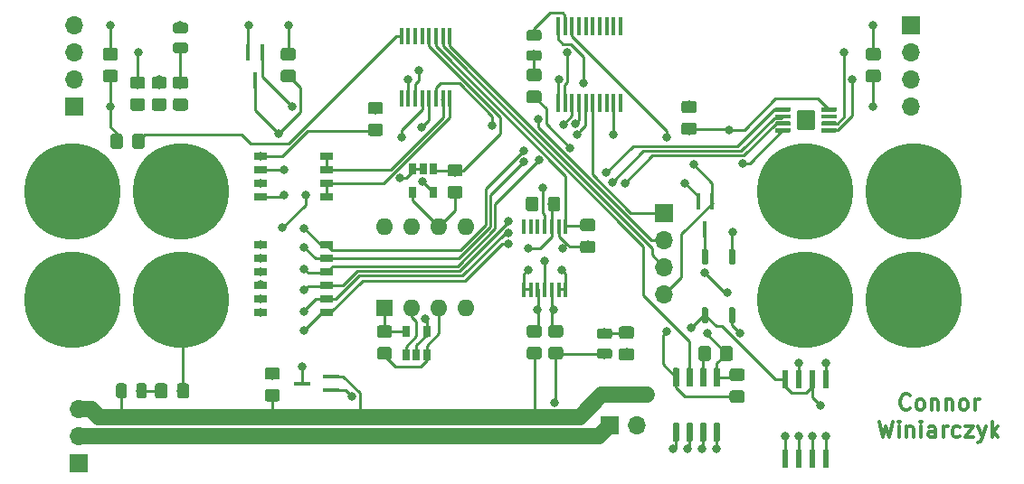
<source format=gbr>
G04 #@! TF.GenerationSoftware,KiCad,Pcbnew,(5.1.4)-1*
G04 #@! TF.CreationDate,2019-10-11T16:00:27-04:00*
G04 #@! TF.ProjectId,CellMan,43656c6c-4d61-46e2-9e6b-696361645f70,0.1*
G04 #@! TF.SameCoordinates,Original*
G04 #@! TF.FileFunction,Copper,L1,Top*
G04 #@! TF.FilePolarity,Positive*
%FSLAX46Y46*%
G04 Gerber Fmt 4.6, Leading zero omitted, Abs format (unit mm)*
G04 Created by KiCad (PCBNEW (5.1.4)-1) date 2019-10-11 16:00:27*
%MOMM*%
%LPD*%
G04 APERTURE LIST*
%ADD10C,0.300000*%
%ADD11R,0.450000X1.750000*%
%ADD12C,0.100000*%
%ADD13C,1.150000*%
%ADD14R,1.500000X0.450000*%
%ADD15O,1.700000X1.700000*%
%ADD16R,1.700000X1.700000*%
%ADD17R,0.450000X1.500000*%
%ADD18R,0.450000X1.450000*%
%ADD19R,1.250000X0.760000*%
%ADD20C,0.400000*%
%ADD21C,1.730000*%
%ADD22C,9.000000*%
%ADD23R,0.550000X1.750000*%
%ADD24C,0.975000*%
%ADD25C,0.550000*%
%ADD26R,1.600000X1.600000*%
%ADD27O,1.600000X1.600000*%
%ADD28C,0.600000*%
%ADD29R,0.650000X1.060000*%
%ADD30C,0.800000*%
%ADD31C,0.250000*%
%ADD32C,1.500000*%
G04 APERTURE END LIST*
D10*
X180385714Y-120160714D02*
X180314285Y-120232142D01*
X180100000Y-120303571D01*
X179957142Y-120303571D01*
X179742857Y-120232142D01*
X179600000Y-120089285D01*
X179528571Y-119946428D01*
X179457142Y-119660714D01*
X179457142Y-119446428D01*
X179528571Y-119160714D01*
X179600000Y-119017857D01*
X179742857Y-118875000D01*
X179957142Y-118803571D01*
X180100000Y-118803571D01*
X180314285Y-118875000D01*
X180385714Y-118946428D01*
X181242857Y-120303571D02*
X181100000Y-120232142D01*
X181028571Y-120160714D01*
X180957142Y-120017857D01*
X180957142Y-119589285D01*
X181028571Y-119446428D01*
X181100000Y-119375000D01*
X181242857Y-119303571D01*
X181457142Y-119303571D01*
X181600000Y-119375000D01*
X181671428Y-119446428D01*
X181742857Y-119589285D01*
X181742857Y-120017857D01*
X181671428Y-120160714D01*
X181600000Y-120232142D01*
X181457142Y-120303571D01*
X181242857Y-120303571D01*
X182385714Y-119303571D02*
X182385714Y-120303571D01*
X182385714Y-119446428D02*
X182457142Y-119375000D01*
X182600000Y-119303571D01*
X182814285Y-119303571D01*
X182957142Y-119375000D01*
X183028571Y-119517857D01*
X183028571Y-120303571D01*
X183742857Y-119303571D02*
X183742857Y-120303571D01*
X183742857Y-119446428D02*
X183814285Y-119375000D01*
X183957142Y-119303571D01*
X184171428Y-119303571D01*
X184314285Y-119375000D01*
X184385714Y-119517857D01*
X184385714Y-120303571D01*
X185314285Y-120303571D02*
X185171428Y-120232142D01*
X185100000Y-120160714D01*
X185028571Y-120017857D01*
X185028571Y-119589285D01*
X185100000Y-119446428D01*
X185171428Y-119375000D01*
X185314285Y-119303571D01*
X185528571Y-119303571D01*
X185671428Y-119375000D01*
X185742857Y-119446428D01*
X185814285Y-119589285D01*
X185814285Y-120017857D01*
X185742857Y-120160714D01*
X185671428Y-120232142D01*
X185528571Y-120303571D01*
X185314285Y-120303571D01*
X186457142Y-120303571D02*
X186457142Y-119303571D01*
X186457142Y-119589285D02*
X186528571Y-119446428D01*
X186600000Y-119375000D01*
X186742857Y-119303571D01*
X186885714Y-119303571D01*
X177492857Y-121353571D02*
X177850000Y-122853571D01*
X178135714Y-121782142D01*
X178421428Y-122853571D01*
X178778571Y-121353571D01*
X179350000Y-122853571D02*
X179350000Y-121853571D01*
X179350000Y-121353571D02*
X179278571Y-121425000D01*
X179350000Y-121496428D01*
X179421428Y-121425000D01*
X179350000Y-121353571D01*
X179350000Y-121496428D01*
X180064285Y-121853571D02*
X180064285Y-122853571D01*
X180064285Y-121996428D02*
X180135714Y-121925000D01*
X180278571Y-121853571D01*
X180492857Y-121853571D01*
X180635714Y-121925000D01*
X180707142Y-122067857D01*
X180707142Y-122853571D01*
X181421428Y-122853571D02*
X181421428Y-121853571D01*
X181421428Y-121353571D02*
X181350000Y-121425000D01*
X181421428Y-121496428D01*
X181492857Y-121425000D01*
X181421428Y-121353571D01*
X181421428Y-121496428D01*
X182778571Y-122853571D02*
X182778571Y-122067857D01*
X182707142Y-121925000D01*
X182564285Y-121853571D01*
X182278571Y-121853571D01*
X182135714Y-121925000D01*
X182778571Y-122782142D02*
X182635714Y-122853571D01*
X182278571Y-122853571D01*
X182135714Y-122782142D01*
X182064285Y-122639285D01*
X182064285Y-122496428D01*
X182135714Y-122353571D01*
X182278571Y-122282142D01*
X182635714Y-122282142D01*
X182778571Y-122210714D01*
X183492857Y-122853571D02*
X183492857Y-121853571D01*
X183492857Y-122139285D02*
X183564285Y-121996428D01*
X183635714Y-121925000D01*
X183778571Y-121853571D01*
X183921428Y-121853571D01*
X185064285Y-122782142D02*
X184921428Y-122853571D01*
X184635714Y-122853571D01*
X184492857Y-122782142D01*
X184421428Y-122710714D01*
X184350000Y-122567857D01*
X184350000Y-122139285D01*
X184421428Y-121996428D01*
X184492857Y-121925000D01*
X184635714Y-121853571D01*
X184921428Y-121853571D01*
X185064285Y-121925000D01*
X185564285Y-121853571D02*
X186350000Y-121853571D01*
X185564285Y-122853571D01*
X186350000Y-122853571D01*
X186778571Y-121853571D02*
X187135714Y-122853571D01*
X187492857Y-121853571D02*
X187135714Y-122853571D01*
X186992857Y-123210714D01*
X186921428Y-123282142D01*
X186778571Y-123353571D01*
X188064285Y-122853571D02*
X188064285Y-121353571D01*
X188207142Y-122282142D02*
X188635714Y-122853571D01*
X188635714Y-121853571D02*
X188064285Y-122425000D01*
D11*
X147443000Y-84284000D03*
X148093000Y-84284000D03*
X148743000Y-84284000D03*
X149393000Y-84284000D03*
X150043000Y-84284000D03*
X150693000Y-84284000D03*
X151343000Y-84284000D03*
X151993000Y-84284000D03*
X152643000Y-84284000D03*
X153293000Y-84284000D03*
X153293000Y-91484000D03*
X152643000Y-91484000D03*
X151993000Y-91484000D03*
X151343000Y-91484000D03*
X150693000Y-91484000D03*
X150043000Y-91484000D03*
X149393000Y-91484000D03*
X148743000Y-91484000D03*
X148093000Y-91484000D03*
X147443000Y-91484000D03*
D12*
G36*
X121174505Y-116301204D02*
G01*
X121198773Y-116304804D01*
X121222572Y-116310765D01*
X121245671Y-116319030D01*
X121267850Y-116329520D01*
X121288893Y-116342132D01*
X121308599Y-116356747D01*
X121326777Y-116373223D01*
X121343253Y-116391401D01*
X121357868Y-116411107D01*
X121370480Y-116432150D01*
X121380970Y-116454329D01*
X121389235Y-116477428D01*
X121395196Y-116501227D01*
X121398796Y-116525495D01*
X121400000Y-116549999D01*
X121400000Y-117200001D01*
X121398796Y-117224505D01*
X121395196Y-117248773D01*
X121389235Y-117272572D01*
X121380970Y-117295671D01*
X121370480Y-117317850D01*
X121357868Y-117338893D01*
X121343253Y-117358599D01*
X121326777Y-117376777D01*
X121308599Y-117393253D01*
X121288893Y-117407868D01*
X121267850Y-117420480D01*
X121245671Y-117430970D01*
X121222572Y-117439235D01*
X121198773Y-117445196D01*
X121174505Y-117448796D01*
X121150001Y-117450000D01*
X120249999Y-117450000D01*
X120225495Y-117448796D01*
X120201227Y-117445196D01*
X120177428Y-117439235D01*
X120154329Y-117430970D01*
X120132150Y-117420480D01*
X120111107Y-117407868D01*
X120091401Y-117393253D01*
X120073223Y-117376777D01*
X120056747Y-117358599D01*
X120042132Y-117338893D01*
X120029520Y-117317850D01*
X120019030Y-117295671D01*
X120010765Y-117272572D01*
X120004804Y-117248773D01*
X120001204Y-117224505D01*
X120000000Y-117200001D01*
X120000000Y-116549999D01*
X120001204Y-116525495D01*
X120004804Y-116501227D01*
X120010765Y-116477428D01*
X120019030Y-116454329D01*
X120029520Y-116432150D01*
X120042132Y-116411107D01*
X120056747Y-116391401D01*
X120073223Y-116373223D01*
X120091401Y-116356747D01*
X120111107Y-116342132D01*
X120132150Y-116329520D01*
X120154329Y-116319030D01*
X120177428Y-116310765D01*
X120201227Y-116304804D01*
X120225495Y-116301204D01*
X120249999Y-116300000D01*
X121150001Y-116300000D01*
X121174505Y-116301204D01*
X121174505Y-116301204D01*
G37*
D13*
X120700000Y-116875000D03*
D12*
G36*
X121174505Y-118351204D02*
G01*
X121198773Y-118354804D01*
X121222572Y-118360765D01*
X121245671Y-118369030D01*
X121267850Y-118379520D01*
X121288893Y-118392132D01*
X121308599Y-118406747D01*
X121326777Y-118423223D01*
X121343253Y-118441401D01*
X121357868Y-118461107D01*
X121370480Y-118482150D01*
X121380970Y-118504329D01*
X121389235Y-118527428D01*
X121395196Y-118551227D01*
X121398796Y-118575495D01*
X121400000Y-118599999D01*
X121400000Y-119250001D01*
X121398796Y-119274505D01*
X121395196Y-119298773D01*
X121389235Y-119322572D01*
X121380970Y-119345671D01*
X121370480Y-119367850D01*
X121357868Y-119388893D01*
X121343253Y-119408599D01*
X121326777Y-119426777D01*
X121308599Y-119443253D01*
X121288893Y-119457868D01*
X121267850Y-119470480D01*
X121245671Y-119480970D01*
X121222572Y-119489235D01*
X121198773Y-119495196D01*
X121174505Y-119498796D01*
X121150001Y-119500000D01*
X120249999Y-119500000D01*
X120225495Y-119498796D01*
X120201227Y-119495196D01*
X120177428Y-119489235D01*
X120154329Y-119480970D01*
X120132150Y-119470480D01*
X120111107Y-119457868D01*
X120091401Y-119443253D01*
X120073223Y-119426777D01*
X120056747Y-119408599D01*
X120042132Y-119388893D01*
X120029520Y-119367850D01*
X120019030Y-119345671D01*
X120010765Y-119322572D01*
X120004804Y-119298773D01*
X120001204Y-119274505D01*
X120000000Y-119250001D01*
X120000000Y-118599999D01*
X120001204Y-118575495D01*
X120004804Y-118551227D01*
X120010765Y-118527428D01*
X120019030Y-118504329D01*
X120029520Y-118482150D01*
X120042132Y-118461107D01*
X120056747Y-118441401D01*
X120073223Y-118423223D01*
X120091401Y-118406747D01*
X120111107Y-118392132D01*
X120132150Y-118379520D01*
X120154329Y-118369030D01*
X120177428Y-118360765D01*
X120201227Y-118354804D01*
X120225495Y-118351204D01*
X120249999Y-118350000D01*
X121150001Y-118350000D01*
X121174505Y-118351204D01*
X121174505Y-118351204D01*
G37*
D13*
X120700000Y-118925000D03*
D14*
X123520000Y-117800000D03*
X126180000Y-117150000D03*
X126180000Y-118450000D03*
D15*
X102550000Y-120220000D03*
X102550000Y-122760000D03*
D16*
X102550000Y-125300000D03*
D15*
X154840000Y-121750000D03*
D16*
X152300000Y-121750000D03*
D17*
X132775000Y-91100000D03*
X133425000Y-91100000D03*
X134075000Y-91100000D03*
X134725000Y-91100000D03*
X135375000Y-91100000D03*
X136025000Y-91100000D03*
X136675000Y-91100000D03*
X137325000Y-91100000D03*
X137325000Y-85200000D03*
X136675000Y-85200000D03*
X136025000Y-85200000D03*
X135375000Y-85200000D03*
X134725000Y-85200000D03*
X134075000Y-85200000D03*
X133425000Y-85200000D03*
X132775000Y-85200000D03*
D18*
X148150000Y-109000000D03*
X147500000Y-109000000D03*
X146850000Y-109000000D03*
X146200000Y-109000000D03*
X145550000Y-109000000D03*
X144900000Y-109000000D03*
X144250000Y-109000000D03*
X144250000Y-103100000D03*
X144900000Y-103100000D03*
X145550000Y-103100000D03*
X146200000Y-103100000D03*
X146850000Y-103100000D03*
X147500000Y-103100000D03*
X148150000Y-103100000D03*
D17*
X161200000Y-103380000D03*
X160550000Y-100720000D03*
X161850000Y-100720000D03*
X119100000Y-89380000D03*
X118450000Y-86720000D03*
X119750000Y-86720000D03*
D19*
X119625000Y-100305000D03*
X125775000Y-96495000D03*
X119625000Y-99035000D03*
X125775000Y-97765000D03*
X119625000Y-97765000D03*
X125775000Y-99035000D03*
X119625000Y-96495000D03*
X125775000Y-100305000D03*
X119625000Y-111175000D03*
X125775000Y-104825000D03*
X119625000Y-109905000D03*
X125775000Y-106095000D03*
X119625000Y-108635000D03*
X125775000Y-107365000D03*
X119625000Y-107365000D03*
X125775000Y-108635000D03*
X119625000Y-106095000D03*
X125775000Y-109905000D03*
X119625000Y-104825000D03*
X125775000Y-111175000D03*
D12*
G36*
X169109802Y-93875482D02*
G01*
X169119509Y-93876921D01*
X169129028Y-93879306D01*
X169138268Y-93882612D01*
X169147140Y-93886808D01*
X169155557Y-93891853D01*
X169163439Y-93897699D01*
X169170711Y-93904289D01*
X169177301Y-93911561D01*
X169183147Y-93919443D01*
X169188192Y-93927860D01*
X169192388Y-93936732D01*
X169195694Y-93945972D01*
X169198079Y-93955491D01*
X169199518Y-93965198D01*
X169200000Y-93975000D01*
X169200000Y-94175000D01*
X169199518Y-94184802D01*
X169198079Y-94194509D01*
X169195694Y-94204028D01*
X169192388Y-94213268D01*
X169188192Y-94222140D01*
X169183147Y-94230557D01*
X169177301Y-94238439D01*
X169170711Y-94245711D01*
X169163439Y-94252301D01*
X169155557Y-94258147D01*
X169147140Y-94263192D01*
X169138268Y-94267388D01*
X169129028Y-94270694D01*
X169119509Y-94273079D01*
X169109802Y-94274518D01*
X169100000Y-94275000D01*
X167875000Y-94275000D01*
X167865198Y-94274518D01*
X167855491Y-94273079D01*
X167845972Y-94270694D01*
X167836732Y-94267388D01*
X167827860Y-94263192D01*
X167819443Y-94258147D01*
X167811561Y-94252301D01*
X167804289Y-94245711D01*
X167797699Y-94238439D01*
X167791853Y-94230557D01*
X167786808Y-94222140D01*
X167782612Y-94213268D01*
X167779306Y-94204028D01*
X167776921Y-94194509D01*
X167775482Y-94184802D01*
X167775000Y-94175000D01*
X167775000Y-93975000D01*
X167775482Y-93965198D01*
X167776921Y-93955491D01*
X167779306Y-93945972D01*
X167782612Y-93936732D01*
X167786808Y-93927860D01*
X167791853Y-93919443D01*
X167797699Y-93911561D01*
X167804289Y-93904289D01*
X167811561Y-93897699D01*
X167819443Y-93891853D01*
X167827860Y-93886808D01*
X167836732Y-93882612D01*
X167845972Y-93879306D01*
X167855491Y-93876921D01*
X167865198Y-93875482D01*
X167875000Y-93875000D01*
X169100000Y-93875000D01*
X169109802Y-93875482D01*
X169109802Y-93875482D01*
G37*
D20*
X168487500Y-94075000D03*
D12*
G36*
X169109802Y-93225482D02*
G01*
X169119509Y-93226921D01*
X169129028Y-93229306D01*
X169138268Y-93232612D01*
X169147140Y-93236808D01*
X169155557Y-93241853D01*
X169163439Y-93247699D01*
X169170711Y-93254289D01*
X169177301Y-93261561D01*
X169183147Y-93269443D01*
X169188192Y-93277860D01*
X169192388Y-93286732D01*
X169195694Y-93295972D01*
X169198079Y-93305491D01*
X169199518Y-93315198D01*
X169200000Y-93325000D01*
X169200000Y-93525000D01*
X169199518Y-93534802D01*
X169198079Y-93544509D01*
X169195694Y-93554028D01*
X169192388Y-93563268D01*
X169188192Y-93572140D01*
X169183147Y-93580557D01*
X169177301Y-93588439D01*
X169170711Y-93595711D01*
X169163439Y-93602301D01*
X169155557Y-93608147D01*
X169147140Y-93613192D01*
X169138268Y-93617388D01*
X169129028Y-93620694D01*
X169119509Y-93623079D01*
X169109802Y-93624518D01*
X169100000Y-93625000D01*
X167875000Y-93625000D01*
X167865198Y-93624518D01*
X167855491Y-93623079D01*
X167845972Y-93620694D01*
X167836732Y-93617388D01*
X167827860Y-93613192D01*
X167819443Y-93608147D01*
X167811561Y-93602301D01*
X167804289Y-93595711D01*
X167797699Y-93588439D01*
X167791853Y-93580557D01*
X167786808Y-93572140D01*
X167782612Y-93563268D01*
X167779306Y-93554028D01*
X167776921Y-93544509D01*
X167775482Y-93534802D01*
X167775000Y-93525000D01*
X167775000Y-93325000D01*
X167775482Y-93315198D01*
X167776921Y-93305491D01*
X167779306Y-93295972D01*
X167782612Y-93286732D01*
X167786808Y-93277860D01*
X167791853Y-93269443D01*
X167797699Y-93261561D01*
X167804289Y-93254289D01*
X167811561Y-93247699D01*
X167819443Y-93241853D01*
X167827860Y-93236808D01*
X167836732Y-93232612D01*
X167845972Y-93229306D01*
X167855491Y-93226921D01*
X167865198Y-93225482D01*
X167875000Y-93225000D01*
X169100000Y-93225000D01*
X169109802Y-93225482D01*
X169109802Y-93225482D01*
G37*
D20*
X168487500Y-93425000D03*
D12*
G36*
X169109802Y-92575482D02*
G01*
X169119509Y-92576921D01*
X169129028Y-92579306D01*
X169138268Y-92582612D01*
X169147140Y-92586808D01*
X169155557Y-92591853D01*
X169163439Y-92597699D01*
X169170711Y-92604289D01*
X169177301Y-92611561D01*
X169183147Y-92619443D01*
X169188192Y-92627860D01*
X169192388Y-92636732D01*
X169195694Y-92645972D01*
X169198079Y-92655491D01*
X169199518Y-92665198D01*
X169200000Y-92675000D01*
X169200000Y-92875000D01*
X169199518Y-92884802D01*
X169198079Y-92894509D01*
X169195694Y-92904028D01*
X169192388Y-92913268D01*
X169188192Y-92922140D01*
X169183147Y-92930557D01*
X169177301Y-92938439D01*
X169170711Y-92945711D01*
X169163439Y-92952301D01*
X169155557Y-92958147D01*
X169147140Y-92963192D01*
X169138268Y-92967388D01*
X169129028Y-92970694D01*
X169119509Y-92973079D01*
X169109802Y-92974518D01*
X169100000Y-92975000D01*
X167875000Y-92975000D01*
X167865198Y-92974518D01*
X167855491Y-92973079D01*
X167845972Y-92970694D01*
X167836732Y-92967388D01*
X167827860Y-92963192D01*
X167819443Y-92958147D01*
X167811561Y-92952301D01*
X167804289Y-92945711D01*
X167797699Y-92938439D01*
X167791853Y-92930557D01*
X167786808Y-92922140D01*
X167782612Y-92913268D01*
X167779306Y-92904028D01*
X167776921Y-92894509D01*
X167775482Y-92884802D01*
X167775000Y-92875000D01*
X167775000Y-92675000D01*
X167775482Y-92665198D01*
X167776921Y-92655491D01*
X167779306Y-92645972D01*
X167782612Y-92636732D01*
X167786808Y-92627860D01*
X167791853Y-92619443D01*
X167797699Y-92611561D01*
X167804289Y-92604289D01*
X167811561Y-92597699D01*
X167819443Y-92591853D01*
X167827860Y-92586808D01*
X167836732Y-92582612D01*
X167845972Y-92579306D01*
X167855491Y-92576921D01*
X167865198Y-92575482D01*
X167875000Y-92575000D01*
X169100000Y-92575000D01*
X169109802Y-92575482D01*
X169109802Y-92575482D01*
G37*
D20*
X168487500Y-92775000D03*
D12*
G36*
X169109802Y-91925482D02*
G01*
X169119509Y-91926921D01*
X169129028Y-91929306D01*
X169138268Y-91932612D01*
X169147140Y-91936808D01*
X169155557Y-91941853D01*
X169163439Y-91947699D01*
X169170711Y-91954289D01*
X169177301Y-91961561D01*
X169183147Y-91969443D01*
X169188192Y-91977860D01*
X169192388Y-91986732D01*
X169195694Y-91995972D01*
X169198079Y-92005491D01*
X169199518Y-92015198D01*
X169200000Y-92025000D01*
X169200000Y-92225000D01*
X169199518Y-92234802D01*
X169198079Y-92244509D01*
X169195694Y-92254028D01*
X169192388Y-92263268D01*
X169188192Y-92272140D01*
X169183147Y-92280557D01*
X169177301Y-92288439D01*
X169170711Y-92295711D01*
X169163439Y-92302301D01*
X169155557Y-92308147D01*
X169147140Y-92313192D01*
X169138268Y-92317388D01*
X169129028Y-92320694D01*
X169119509Y-92323079D01*
X169109802Y-92324518D01*
X169100000Y-92325000D01*
X167875000Y-92325000D01*
X167865198Y-92324518D01*
X167855491Y-92323079D01*
X167845972Y-92320694D01*
X167836732Y-92317388D01*
X167827860Y-92313192D01*
X167819443Y-92308147D01*
X167811561Y-92302301D01*
X167804289Y-92295711D01*
X167797699Y-92288439D01*
X167791853Y-92280557D01*
X167786808Y-92272140D01*
X167782612Y-92263268D01*
X167779306Y-92254028D01*
X167776921Y-92244509D01*
X167775482Y-92234802D01*
X167775000Y-92225000D01*
X167775000Y-92025000D01*
X167775482Y-92015198D01*
X167776921Y-92005491D01*
X167779306Y-91995972D01*
X167782612Y-91986732D01*
X167786808Y-91977860D01*
X167791853Y-91969443D01*
X167797699Y-91961561D01*
X167804289Y-91954289D01*
X167811561Y-91947699D01*
X167819443Y-91941853D01*
X167827860Y-91936808D01*
X167836732Y-91932612D01*
X167845972Y-91929306D01*
X167855491Y-91926921D01*
X167865198Y-91925482D01*
X167875000Y-91925000D01*
X169100000Y-91925000D01*
X169109802Y-91925482D01*
X169109802Y-91925482D01*
G37*
D20*
X168487500Y-92125000D03*
D12*
G36*
X173434802Y-91925482D02*
G01*
X173444509Y-91926921D01*
X173454028Y-91929306D01*
X173463268Y-91932612D01*
X173472140Y-91936808D01*
X173480557Y-91941853D01*
X173488439Y-91947699D01*
X173495711Y-91954289D01*
X173502301Y-91961561D01*
X173508147Y-91969443D01*
X173513192Y-91977860D01*
X173517388Y-91986732D01*
X173520694Y-91995972D01*
X173523079Y-92005491D01*
X173524518Y-92015198D01*
X173525000Y-92025000D01*
X173525000Y-92225000D01*
X173524518Y-92234802D01*
X173523079Y-92244509D01*
X173520694Y-92254028D01*
X173517388Y-92263268D01*
X173513192Y-92272140D01*
X173508147Y-92280557D01*
X173502301Y-92288439D01*
X173495711Y-92295711D01*
X173488439Y-92302301D01*
X173480557Y-92308147D01*
X173472140Y-92313192D01*
X173463268Y-92317388D01*
X173454028Y-92320694D01*
X173444509Y-92323079D01*
X173434802Y-92324518D01*
X173425000Y-92325000D01*
X172200000Y-92325000D01*
X172190198Y-92324518D01*
X172180491Y-92323079D01*
X172170972Y-92320694D01*
X172161732Y-92317388D01*
X172152860Y-92313192D01*
X172144443Y-92308147D01*
X172136561Y-92302301D01*
X172129289Y-92295711D01*
X172122699Y-92288439D01*
X172116853Y-92280557D01*
X172111808Y-92272140D01*
X172107612Y-92263268D01*
X172104306Y-92254028D01*
X172101921Y-92244509D01*
X172100482Y-92234802D01*
X172100000Y-92225000D01*
X172100000Y-92025000D01*
X172100482Y-92015198D01*
X172101921Y-92005491D01*
X172104306Y-91995972D01*
X172107612Y-91986732D01*
X172111808Y-91977860D01*
X172116853Y-91969443D01*
X172122699Y-91961561D01*
X172129289Y-91954289D01*
X172136561Y-91947699D01*
X172144443Y-91941853D01*
X172152860Y-91936808D01*
X172161732Y-91932612D01*
X172170972Y-91929306D01*
X172180491Y-91926921D01*
X172190198Y-91925482D01*
X172200000Y-91925000D01*
X173425000Y-91925000D01*
X173434802Y-91925482D01*
X173434802Y-91925482D01*
G37*
D20*
X172812500Y-92125000D03*
D12*
G36*
X173434802Y-92575482D02*
G01*
X173444509Y-92576921D01*
X173454028Y-92579306D01*
X173463268Y-92582612D01*
X173472140Y-92586808D01*
X173480557Y-92591853D01*
X173488439Y-92597699D01*
X173495711Y-92604289D01*
X173502301Y-92611561D01*
X173508147Y-92619443D01*
X173513192Y-92627860D01*
X173517388Y-92636732D01*
X173520694Y-92645972D01*
X173523079Y-92655491D01*
X173524518Y-92665198D01*
X173525000Y-92675000D01*
X173525000Y-92875000D01*
X173524518Y-92884802D01*
X173523079Y-92894509D01*
X173520694Y-92904028D01*
X173517388Y-92913268D01*
X173513192Y-92922140D01*
X173508147Y-92930557D01*
X173502301Y-92938439D01*
X173495711Y-92945711D01*
X173488439Y-92952301D01*
X173480557Y-92958147D01*
X173472140Y-92963192D01*
X173463268Y-92967388D01*
X173454028Y-92970694D01*
X173444509Y-92973079D01*
X173434802Y-92974518D01*
X173425000Y-92975000D01*
X172200000Y-92975000D01*
X172190198Y-92974518D01*
X172180491Y-92973079D01*
X172170972Y-92970694D01*
X172161732Y-92967388D01*
X172152860Y-92963192D01*
X172144443Y-92958147D01*
X172136561Y-92952301D01*
X172129289Y-92945711D01*
X172122699Y-92938439D01*
X172116853Y-92930557D01*
X172111808Y-92922140D01*
X172107612Y-92913268D01*
X172104306Y-92904028D01*
X172101921Y-92894509D01*
X172100482Y-92884802D01*
X172100000Y-92875000D01*
X172100000Y-92675000D01*
X172100482Y-92665198D01*
X172101921Y-92655491D01*
X172104306Y-92645972D01*
X172107612Y-92636732D01*
X172111808Y-92627860D01*
X172116853Y-92619443D01*
X172122699Y-92611561D01*
X172129289Y-92604289D01*
X172136561Y-92597699D01*
X172144443Y-92591853D01*
X172152860Y-92586808D01*
X172161732Y-92582612D01*
X172170972Y-92579306D01*
X172180491Y-92576921D01*
X172190198Y-92575482D01*
X172200000Y-92575000D01*
X173425000Y-92575000D01*
X173434802Y-92575482D01*
X173434802Y-92575482D01*
G37*
D20*
X172812500Y-92775000D03*
D12*
G36*
X173434802Y-93225482D02*
G01*
X173444509Y-93226921D01*
X173454028Y-93229306D01*
X173463268Y-93232612D01*
X173472140Y-93236808D01*
X173480557Y-93241853D01*
X173488439Y-93247699D01*
X173495711Y-93254289D01*
X173502301Y-93261561D01*
X173508147Y-93269443D01*
X173513192Y-93277860D01*
X173517388Y-93286732D01*
X173520694Y-93295972D01*
X173523079Y-93305491D01*
X173524518Y-93315198D01*
X173525000Y-93325000D01*
X173525000Y-93525000D01*
X173524518Y-93534802D01*
X173523079Y-93544509D01*
X173520694Y-93554028D01*
X173517388Y-93563268D01*
X173513192Y-93572140D01*
X173508147Y-93580557D01*
X173502301Y-93588439D01*
X173495711Y-93595711D01*
X173488439Y-93602301D01*
X173480557Y-93608147D01*
X173472140Y-93613192D01*
X173463268Y-93617388D01*
X173454028Y-93620694D01*
X173444509Y-93623079D01*
X173434802Y-93624518D01*
X173425000Y-93625000D01*
X172200000Y-93625000D01*
X172190198Y-93624518D01*
X172180491Y-93623079D01*
X172170972Y-93620694D01*
X172161732Y-93617388D01*
X172152860Y-93613192D01*
X172144443Y-93608147D01*
X172136561Y-93602301D01*
X172129289Y-93595711D01*
X172122699Y-93588439D01*
X172116853Y-93580557D01*
X172111808Y-93572140D01*
X172107612Y-93563268D01*
X172104306Y-93554028D01*
X172101921Y-93544509D01*
X172100482Y-93534802D01*
X172100000Y-93525000D01*
X172100000Y-93325000D01*
X172100482Y-93315198D01*
X172101921Y-93305491D01*
X172104306Y-93295972D01*
X172107612Y-93286732D01*
X172111808Y-93277860D01*
X172116853Y-93269443D01*
X172122699Y-93261561D01*
X172129289Y-93254289D01*
X172136561Y-93247699D01*
X172144443Y-93241853D01*
X172152860Y-93236808D01*
X172161732Y-93232612D01*
X172170972Y-93229306D01*
X172180491Y-93226921D01*
X172190198Y-93225482D01*
X172200000Y-93225000D01*
X173425000Y-93225000D01*
X173434802Y-93225482D01*
X173434802Y-93225482D01*
G37*
D20*
X172812500Y-93425000D03*
D12*
G36*
X173434802Y-93875482D02*
G01*
X173444509Y-93876921D01*
X173454028Y-93879306D01*
X173463268Y-93882612D01*
X173472140Y-93886808D01*
X173480557Y-93891853D01*
X173488439Y-93897699D01*
X173495711Y-93904289D01*
X173502301Y-93911561D01*
X173508147Y-93919443D01*
X173513192Y-93927860D01*
X173517388Y-93936732D01*
X173520694Y-93945972D01*
X173523079Y-93955491D01*
X173524518Y-93965198D01*
X173525000Y-93975000D01*
X173525000Y-94175000D01*
X173524518Y-94184802D01*
X173523079Y-94194509D01*
X173520694Y-94204028D01*
X173517388Y-94213268D01*
X173513192Y-94222140D01*
X173508147Y-94230557D01*
X173502301Y-94238439D01*
X173495711Y-94245711D01*
X173488439Y-94252301D01*
X173480557Y-94258147D01*
X173472140Y-94263192D01*
X173463268Y-94267388D01*
X173454028Y-94270694D01*
X173444509Y-94273079D01*
X173434802Y-94274518D01*
X173425000Y-94275000D01*
X172200000Y-94275000D01*
X172190198Y-94274518D01*
X172180491Y-94273079D01*
X172170972Y-94270694D01*
X172161732Y-94267388D01*
X172152860Y-94263192D01*
X172144443Y-94258147D01*
X172136561Y-94252301D01*
X172129289Y-94245711D01*
X172122699Y-94238439D01*
X172116853Y-94230557D01*
X172111808Y-94222140D01*
X172107612Y-94213268D01*
X172104306Y-94204028D01*
X172101921Y-94194509D01*
X172100482Y-94184802D01*
X172100000Y-94175000D01*
X172100000Y-93975000D01*
X172100482Y-93965198D01*
X172101921Y-93955491D01*
X172104306Y-93945972D01*
X172107612Y-93936732D01*
X172111808Y-93927860D01*
X172116853Y-93919443D01*
X172122699Y-93911561D01*
X172129289Y-93904289D01*
X172136561Y-93897699D01*
X172144443Y-93891853D01*
X172152860Y-93886808D01*
X172161732Y-93882612D01*
X172170972Y-93879306D01*
X172180491Y-93876921D01*
X172190198Y-93875482D01*
X172200000Y-93875000D01*
X173425000Y-93875000D01*
X173434802Y-93875482D01*
X173434802Y-93875482D01*
G37*
D20*
X172812500Y-94075000D03*
D12*
G36*
X171289504Y-92176204D02*
G01*
X171313773Y-92179804D01*
X171337571Y-92185765D01*
X171360671Y-92194030D01*
X171382849Y-92204520D01*
X171403893Y-92217133D01*
X171423598Y-92231747D01*
X171441777Y-92248223D01*
X171458253Y-92266402D01*
X171472867Y-92286107D01*
X171485480Y-92307151D01*
X171495970Y-92329329D01*
X171504235Y-92352429D01*
X171510196Y-92376227D01*
X171513796Y-92400496D01*
X171515000Y-92425000D01*
X171515000Y-93775000D01*
X171513796Y-93799504D01*
X171510196Y-93823773D01*
X171504235Y-93847571D01*
X171495970Y-93870671D01*
X171485480Y-93892849D01*
X171472867Y-93913893D01*
X171458253Y-93933598D01*
X171441777Y-93951777D01*
X171423598Y-93968253D01*
X171403893Y-93982867D01*
X171382849Y-93995480D01*
X171360671Y-94005970D01*
X171337571Y-94014235D01*
X171313773Y-94020196D01*
X171289504Y-94023796D01*
X171265000Y-94025000D01*
X170035000Y-94025000D01*
X170010496Y-94023796D01*
X169986227Y-94020196D01*
X169962429Y-94014235D01*
X169939329Y-94005970D01*
X169917151Y-93995480D01*
X169896107Y-93982867D01*
X169876402Y-93968253D01*
X169858223Y-93951777D01*
X169841747Y-93933598D01*
X169827133Y-93913893D01*
X169814520Y-93892849D01*
X169804030Y-93870671D01*
X169795765Y-93847571D01*
X169789804Y-93823773D01*
X169786204Y-93799504D01*
X169785000Y-93775000D01*
X169785000Y-92425000D01*
X169786204Y-92400496D01*
X169789804Y-92376227D01*
X169795765Y-92352429D01*
X169804030Y-92329329D01*
X169814520Y-92307151D01*
X169827133Y-92286107D01*
X169841747Y-92266402D01*
X169858223Y-92248223D01*
X169876402Y-92231747D01*
X169896107Y-92217133D01*
X169917151Y-92204520D01*
X169939329Y-92194030D01*
X169962429Y-92185765D01*
X169986227Y-92179804D01*
X170010496Y-92176204D01*
X170035000Y-92175000D01*
X171265000Y-92175000D01*
X171289504Y-92176204D01*
X171289504Y-92176204D01*
G37*
D21*
X170650000Y-93100000D03*
D22*
X170580000Y-99800000D03*
X170580000Y-109960000D03*
X102000000Y-109960000D03*
X112160000Y-109960000D03*
X180740000Y-99800000D03*
X180740000Y-109960000D03*
X102000000Y-99800000D03*
X112160000Y-99800000D03*
D23*
X172540000Y-124850000D03*
X171270000Y-124850000D03*
X170000000Y-124850000D03*
X168730000Y-124850000D03*
X168730000Y-117450000D03*
X170000000Y-117450000D03*
X171270000Y-117450000D03*
X172540000Y-117450000D03*
D15*
X180500000Y-91820000D03*
X180500000Y-89280000D03*
X180500000Y-86740000D03*
D16*
X180500000Y-84200000D03*
D15*
X157400000Y-109420000D03*
X157400000Y-106880000D03*
X157400000Y-104340000D03*
D16*
X157400000Y-101800000D03*
D12*
G36*
X106024505Y-86351204D02*
G01*
X106048773Y-86354804D01*
X106072572Y-86360765D01*
X106095671Y-86369030D01*
X106117850Y-86379520D01*
X106138893Y-86392132D01*
X106158599Y-86406747D01*
X106176777Y-86423223D01*
X106193253Y-86441401D01*
X106207868Y-86461107D01*
X106220480Y-86482150D01*
X106230970Y-86504329D01*
X106239235Y-86527428D01*
X106245196Y-86551227D01*
X106248796Y-86575495D01*
X106250000Y-86599999D01*
X106250000Y-87250001D01*
X106248796Y-87274505D01*
X106245196Y-87298773D01*
X106239235Y-87322572D01*
X106230970Y-87345671D01*
X106220480Y-87367850D01*
X106207868Y-87388893D01*
X106193253Y-87408599D01*
X106176777Y-87426777D01*
X106158599Y-87443253D01*
X106138893Y-87457868D01*
X106117850Y-87470480D01*
X106095671Y-87480970D01*
X106072572Y-87489235D01*
X106048773Y-87495196D01*
X106024505Y-87498796D01*
X106000001Y-87500000D01*
X105099999Y-87500000D01*
X105075495Y-87498796D01*
X105051227Y-87495196D01*
X105027428Y-87489235D01*
X105004329Y-87480970D01*
X104982150Y-87470480D01*
X104961107Y-87457868D01*
X104941401Y-87443253D01*
X104923223Y-87426777D01*
X104906747Y-87408599D01*
X104892132Y-87388893D01*
X104879520Y-87367850D01*
X104869030Y-87345671D01*
X104860765Y-87322572D01*
X104854804Y-87298773D01*
X104851204Y-87274505D01*
X104850000Y-87250001D01*
X104850000Y-86599999D01*
X104851204Y-86575495D01*
X104854804Y-86551227D01*
X104860765Y-86527428D01*
X104869030Y-86504329D01*
X104879520Y-86482150D01*
X104892132Y-86461107D01*
X104906747Y-86441401D01*
X104923223Y-86423223D01*
X104941401Y-86406747D01*
X104961107Y-86392132D01*
X104982150Y-86379520D01*
X105004329Y-86369030D01*
X105027428Y-86360765D01*
X105051227Y-86354804D01*
X105075495Y-86351204D01*
X105099999Y-86350000D01*
X106000001Y-86350000D01*
X106024505Y-86351204D01*
X106024505Y-86351204D01*
G37*
D13*
X105550000Y-86925000D03*
D12*
G36*
X106024505Y-88401204D02*
G01*
X106048773Y-88404804D01*
X106072572Y-88410765D01*
X106095671Y-88419030D01*
X106117850Y-88429520D01*
X106138893Y-88442132D01*
X106158599Y-88456747D01*
X106176777Y-88473223D01*
X106193253Y-88491401D01*
X106207868Y-88511107D01*
X106220480Y-88532150D01*
X106230970Y-88554329D01*
X106239235Y-88577428D01*
X106245196Y-88601227D01*
X106248796Y-88625495D01*
X106250000Y-88649999D01*
X106250000Y-89300001D01*
X106248796Y-89324505D01*
X106245196Y-89348773D01*
X106239235Y-89372572D01*
X106230970Y-89395671D01*
X106220480Y-89417850D01*
X106207868Y-89438893D01*
X106193253Y-89458599D01*
X106176777Y-89476777D01*
X106158599Y-89493253D01*
X106138893Y-89507868D01*
X106117850Y-89520480D01*
X106095671Y-89530970D01*
X106072572Y-89539235D01*
X106048773Y-89545196D01*
X106024505Y-89548796D01*
X106000001Y-89550000D01*
X105099999Y-89550000D01*
X105075495Y-89548796D01*
X105051227Y-89545196D01*
X105027428Y-89539235D01*
X105004329Y-89530970D01*
X104982150Y-89520480D01*
X104961107Y-89507868D01*
X104941401Y-89493253D01*
X104923223Y-89476777D01*
X104906747Y-89458599D01*
X104892132Y-89438893D01*
X104879520Y-89417850D01*
X104869030Y-89395671D01*
X104860765Y-89372572D01*
X104854804Y-89348773D01*
X104851204Y-89324505D01*
X104850000Y-89300001D01*
X104850000Y-88649999D01*
X104851204Y-88625495D01*
X104854804Y-88601227D01*
X104860765Y-88577428D01*
X104869030Y-88554329D01*
X104879520Y-88532150D01*
X104892132Y-88511107D01*
X104906747Y-88491401D01*
X104923223Y-88473223D01*
X104941401Y-88456747D01*
X104961107Y-88442132D01*
X104982150Y-88429520D01*
X105004329Y-88419030D01*
X105027428Y-88410765D01*
X105051227Y-88404804D01*
X105075495Y-88401204D01*
X105099999Y-88400000D01*
X106000001Y-88400000D01*
X106024505Y-88401204D01*
X106024505Y-88401204D01*
G37*
D13*
X105550000Y-88975000D03*
D12*
G36*
X177424505Y-88401204D02*
G01*
X177448773Y-88404804D01*
X177472572Y-88410765D01*
X177495671Y-88419030D01*
X177517850Y-88429520D01*
X177538893Y-88442132D01*
X177558599Y-88456747D01*
X177576777Y-88473223D01*
X177593253Y-88491401D01*
X177607868Y-88511107D01*
X177620480Y-88532150D01*
X177630970Y-88554329D01*
X177639235Y-88577428D01*
X177645196Y-88601227D01*
X177648796Y-88625495D01*
X177650000Y-88649999D01*
X177650000Y-89300001D01*
X177648796Y-89324505D01*
X177645196Y-89348773D01*
X177639235Y-89372572D01*
X177630970Y-89395671D01*
X177620480Y-89417850D01*
X177607868Y-89438893D01*
X177593253Y-89458599D01*
X177576777Y-89476777D01*
X177558599Y-89493253D01*
X177538893Y-89507868D01*
X177517850Y-89520480D01*
X177495671Y-89530970D01*
X177472572Y-89539235D01*
X177448773Y-89545196D01*
X177424505Y-89548796D01*
X177400001Y-89550000D01*
X176499999Y-89550000D01*
X176475495Y-89548796D01*
X176451227Y-89545196D01*
X176427428Y-89539235D01*
X176404329Y-89530970D01*
X176382150Y-89520480D01*
X176361107Y-89507868D01*
X176341401Y-89493253D01*
X176323223Y-89476777D01*
X176306747Y-89458599D01*
X176292132Y-89438893D01*
X176279520Y-89417850D01*
X176269030Y-89395671D01*
X176260765Y-89372572D01*
X176254804Y-89348773D01*
X176251204Y-89324505D01*
X176250000Y-89300001D01*
X176250000Y-88649999D01*
X176251204Y-88625495D01*
X176254804Y-88601227D01*
X176260765Y-88577428D01*
X176269030Y-88554329D01*
X176279520Y-88532150D01*
X176292132Y-88511107D01*
X176306747Y-88491401D01*
X176323223Y-88473223D01*
X176341401Y-88456747D01*
X176361107Y-88442132D01*
X176382150Y-88429520D01*
X176404329Y-88419030D01*
X176427428Y-88410765D01*
X176451227Y-88404804D01*
X176475495Y-88401204D01*
X176499999Y-88400000D01*
X177400001Y-88400000D01*
X177424505Y-88401204D01*
X177424505Y-88401204D01*
G37*
D13*
X176950000Y-88975000D03*
D12*
G36*
X177424505Y-86351204D02*
G01*
X177448773Y-86354804D01*
X177472572Y-86360765D01*
X177495671Y-86369030D01*
X177517850Y-86379520D01*
X177538893Y-86392132D01*
X177558599Y-86406747D01*
X177576777Y-86423223D01*
X177593253Y-86441401D01*
X177607868Y-86461107D01*
X177620480Y-86482150D01*
X177630970Y-86504329D01*
X177639235Y-86527428D01*
X177645196Y-86551227D01*
X177648796Y-86575495D01*
X177650000Y-86599999D01*
X177650000Y-87250001D01*
X177648796Y-87274505D01*
X177645196Y-87298773D01*
X177639235Y-87322572D01*
X177630970Y-87345671D01*
X177620480Y-87367850D01*
X177607868Y-87388893D01*
X177593253Y-87408599D01*
X177576777Y-87426777D01*
X177558599Y-87443253D01*
X177538893Y-87457868D01*
X177517850Y-87470480D01*
X177495671Y-87480970D01*
X177472572Y-87489235D01*
X177448773Y-87495196D01*
X177424505Y-87498796D01*
X177400001Y-87500000D01*
X176499999Y-87500000D01*
X176475495Y-87498796D01*
X176451227Y-87495196D01*
X176427428Y-87489235D01*
X176404329Y-87480970D01*
X176382150Y-87470480D01*
X176361107Y-87457868D01*
X176341401Y-87443253D01*
X176323223Y-87426777D01*
X176306747Y-87408599D01*
X176292132Y-87388893D01*
X176279520Y-87367850D01*
X176269030Y-87345671D01*
X176260765Y-87322572D01*
X176254804Y-87298773D01*
X176251204Y-87274505D01*
X176250000Y-87250001D01*
X176250000Y-86599999D01*
X176251204Y-86575495D01*
X176254804Y-86551227D01*
X176260765Y-86527428D01*
X176269030Y-86504329D01*
X176279520Y-86482150D01*
X176292132Y-86461107D01*
X176306747Y-86441401D01*
X176323223Y-86423223D01*
X176341401Y-86406747D01*
X176361107Y-86392132D01*
X176382150Y-86379520D01*
X176404329Y-86369030D01*
X176427428Y-86360765D01*
X176451227Y-86354804D01*
X176475495Y-86351204D01*
X176499999Y-86350000D01*
X177400001Y-86350000D01*
X177424505Y-86351204D01*
X177424505Y-86351204D01*
G37*
D13*
X176950000Y-86925000D03*
D12*
G36*
X160174505Y-91301204D02*
G01*
X160198773Y-91304804D01*
X160222572Y-91310765D01*
X160245671Y-91319030D01*
X160267850Y-91329520D01*
X160288893Y-91342132D01*
X160308599Y-91356747D01*
X160326777Y-91373223D01*
X160343253Y-91391401D01*
X160357868Y-91411107D01*
X160370480Y-91432150D01*
X160380970Y-91454329D01*
X160389235Y-91477428D01*
X160395196Y-91501227D01*
X160398796Y-91525495D01*
X160400000Y-91549999D01*
X160400000Y-92200001D01*
X160398796Y-92224505D01*
X160395196Y-92248773D01*
X160389235Y-92272572D01*
X160380970Y-92295671D01*
X160370480Y-92317850D01*
X160357868Y-92338893D01*
X160343253Y-92358599D01*
X160326777Y-92376777D01*
X160308599Y-92393253D01*
X160288893Y-92407868D01*
X160267850Y-92420480D01*
X160245671Y-92430970D01*
X160222572Y-92439235D01*
X160198773Y-92445196D01*
X160174505Y-92448796D01*
X160150001Y-92450000D01*
X159249999Y-92450000D01*
X159225495Y-92448796D01*
X159201227Y-92445196D01*
X159177428Y-92439235D01*
X159154329Y-92430970D01*
X159132150Y-92420480D01*
X159111107Y-92407868D01*
X159091401Y-92393253D01*
X159073223Y-92376777D01*
X159056747Y-92358599D01*
X159042132Y-92338893D01*
X159029520Y-92317850D01*
X159019030Y-92295671D01*
X159010765Y-92272572D01*
X159004804Y-92248773D01*
X159001204Y-92224505D01*
X159000000Y-92200001D01*
X159000000Y-91549999D01*
X159001204Y-91525495D01*
X159004804Y-91501227D01*
X159010765Y-91477428D01*
X159019030Y-91454329D01*
X159029520Y-91432150D01*
X159042132Y-91411107D01*
X159056747Y-91391401D01*
X159073223Y-91373223D01*
X159091401Y-91356747D01*
X159111107Y-91342132D01*
X159132150Y-91329520D01*
X159154329Y-91319030D01*
X159177428Y-91310765D01*
X159201227Y-91304804D01*
X159225495Y-91301204D01*
X159249999Y-91300000D01*
X160150001Y-91300000D01*
X160174505Y-91301204D01*
X160174505Y-91301204D01*
G37*
D13*
X159700000Y-91875000D03*
D12*
G36*
X160174505Y-93351204D02*
G01*
X160198773Y-93354804D01*
X160222572Y-93360765D01*
X160245671Y-93369030D01*
X160267850Y-93379520D01*
X160288893Y-93392132D01*
X160308599Y-93406747D01*
X160326777Y-93423223D01*
X160343253Y-93441401D01*
X160357868Y-93461107D01*
X160370480Y-93482150D01*
X160380970Y-93504329D01*
X160389235Y-93527428D01*
X160395196Y-93551227D01*
X160398796Y-93575495D01*
X160400000Y-93599999D01*
X160400000Y-94250001D01*
X160398796Y-94274505D01*
X160395196Y-94298773D01*
X160389235Y-94322572D01*
X160380970Y-94345671D01*
X160370480Y-94367850D01*
X160357868Y-94388893D01*
X160343253Y-94408599D01*
X160326777Y-94426777D01*
X160308599Y-94443253D01*
X160288893Y-94457868D01*
X160267850Y-94470480D01*
X160245671Y-94480970D01*
X160222572Y-94489235D01*
X160198773Y-94495196D01*
X160174505Y-94498796D01*
X160150001Y-94500000D01*
X159249999Y-94500000D01*
X159225495Y-94498796D01*
X159201227Y-94495196D01*
X159177428Y-94489235D01*
X159154329Y-94480970D01*
X159132150Y-94470480D01*
X159111107Y-94457868D01*
X159091401Y-94443253D01*
X159073223Y-94426777D01*
X159056747Y-94408599D01*
X159042132Y-94388893D01*
X159029520Y-94367850D01*
X159019030Y-94345671D01*
X159010765Y-94322572D01*
X159004804Y-94298773D01*
X159001204Y-94274505D01*
X159000000Y-94250001D01*
X159000000Y-93599999D01*
X159001204Y-93575495D01*
X159004804Y-93551227D01*
X159010765Y-93527428D01*
X159019030Y-93504329D01*
X159029520Y-93482150D01*
X159042132Y-93461107D01*
X159056747Y-93441401D01*
X159073223Y-93423223D01*
X159091401Y-93406747D01*
X159111107Y-93392132D01*
X159132150Y-93379520D01*
X159154329Y-93369030D01*
X159177428Y-93360765D01*
X159201227Y-93354804D01*
X159225495Y-93351204D01*
X159249999Y-93350000D01*
X160150001Y-93350000D01*
X160174505Y-93351204D01*
X160174505Y-93351204D01*
G37*
D13*
X159700000Y-93925000D03*
D12*
G36*
X130824505Y-91401204D02*
G01*
X130848773Y-91404804D01*
X130872572Y-91410765D01*
X130895671Y-91419030D01*
X130917850Y-91429520D01*
X130938893Y-91442132D01*
X130958599Y-91456747D01*
X130976777Y-91473223D01*
X130993253Y-91491401D01*
X131007868Y-91511107D01*
X131020480Y-91532150D01*
X131030970Y-91554329D01*
X131039235Y-91577428D01*
X131045196Y-91601227D01*
X131048796Y-91625495D01*
X131050000Y-91649999D01*
X131050000Y-92300001D01*
X131048796Y-92324505D01*
X131045196Y-92348773D01*
X131039235Y-92372572D01*
X131030970Y-92395671D01*
X131020480Y-92417850D01*
X131007868Y-92438893D01*
X130993253Y-92458599D01*
X130976777Y-92476777D01*
X130958599Y-92493253D01*
X130938893Y-92507868D01*
X130917850Y-92520480D01*
X130895671Y-92530970D01*
X130872572Y-92539235D01*
X130848773Y-92545196D01*
X130824505Y-92548796D01*
X130800001Y-92550000D01*
X129899999Y-92550000D01*
X129875495Y-92548796D01*
X129851227Y-92545196D01*
X129827428Y-92539235D01*
X129804329Y-92530970D01*
X129782150Y-92520480D01*
X129761107Y-92507868D01*
X129741401Y-92493253D01*
X129723223Y-92476777D01*
X129706747Y-92458599D01*
X129692132Y-92438893D01*
X129679520Y-92417850D01*
X129669030Y-92395671D01*
X129660765Y-92372572D01*
X129654804Y-92348773D01*
X129651204Y-92324505D01*
X129650000Y-92300001D01*
X129650000Y-91649999D01*
X129651204Y-91625495D01*
X129654804Y-91601227D01*
X129660765Y-91577428D01*
X129669030Y-91554329D01*
X129679520Y-91532150D01*
X129692132Y-91511107D01*
X129706747Y-91491401D01*
X129723223Y-91473223D01*
X129741401Y-91456747D01*
X129761107Y-91442132D01*
X129782150Y-91429520D01*
X129804329Y-91419030D01*
X129827428Y-91410765D01*
X129851227Y-91404804D01*
X129875495Y-91401204D01*
X129899999Y-91400000D01*
X130800001Y-91400000D01*
X130824505Y-91401204D01*
X130824505Y-91401204D01*
G37*
D13*
X130350000Y-91975000D03*
D12*
G36*
X130824505Y-93451204D02*
G01*
X130848773Y-93454804D01*
X130872572Y-93460765D01*
X130895671Y-93469030D01*
X130917850Y-93479520D01*
X130938893Y-93492132D01*
X130958599Y-93506747D01*
X130976777Y-93523223D01*
X130993253Y-93541401D01*
X131007868Y-93561107D01*
X131020480Y-93582150D01*
X131030970Y-93604329D01*
X131039235Y-93627428D01*
X131045196Y-93651227D01*
X131048796Y-93675495D01*
X131050000Y-93699999D01*
X131050000Y-94350001D01*
X131048796Y-94374505D01*
X131045196Y-94398773D01*
X131039235Y-94422572D01*
X131030970Y-94445671D01*
X131020480Y-94467850D01*
X131007868Y-94488893D01*
X130993253Y-94508599D01*
X130976777Y-94526777D01*
X130958599Y-94543253D01*
X130938893Y-94557868D01*
X130917850Y-94570480D01*
X130895671Y-94580970D01*
X130872572Y-94589235D01*
X130848773Y-94595196D01*
X130824505Y-94598796D01*
X130800001Y-94600000D01*
X129899999Y-94600000D01*
X129875495Y-94598796D01*
X129851227Y-94595196D01*
X129827428Y-94589235D01*
X129804329Y-94580970D01*
X129782150Y-94570480D01*
X129761107Y-94557868D01*
X129741401Y-94543253D01*
X129723223Y-94526777D01*
X129706747Y-94508599D01*
X129692132Y-94488893D01*
X129679520Y-94467850D01*
X129669030Y-94445671D01*
X129660765Y-94422572D01*
X129654804Y-94398773D01*
X129651204Y-94374505D01*
X129650000Y-94350001D01*
X129650000Y-93699999D01*
X129651204Y-93675495D01*
X129654804Y-93651227D01*
X129660765Y-93627428D01*
X129669030Y-93604329D01*
X129679520Y-93582150D01*
X129692132Y-93561107D01*
X129706747Y-93541401D01*
X129723223Y-93523223D01*
X129741401Y-93506747D01*
X129761107Y-93492132D01*
X129782150Y-93479520D01*
X129804329Y-93469030D01*
X129827428Y-93460765D01*
X129851227Y-93454804D01*
X129875495Y-93451204D01*
X129899999Y-93450000D01*
X130800001Y-93450000D01*
X130824505Y-93451204D01*
X130824505Y-93451204D01*
G37*
D13*
X130350000Y-94025000D03*
D12*
G36*
X164674505Y-116401204D02*
G01*
X164698773Y-116404804D01*
X164722572Y-116410765D01*
X164745671Y-116419030D01*
X164767850Y-116429520D01*
X164788893Y-116442132D01*
X164808599Y-116456747D01*
X164826777Y-116473223D01*
X164843253Y-116491401D01*
X164857868Y-116511107D01*
X164870480Y-116532150D01*
X164880970Y-116554329D01*
X164889235Y-116577428D01*
X164895196Y-116601227D01*
X164898796Y-116625495D01*
X164900000Y-116649999D01*
X164900000Y-117300001D01*
X164898796Y-117324505D01*
X164895196Y-117348773D01*
X164889235Y-117372572D01*
X164880970Y-117395671D01*
X164870480Y-117417850D01*
X164857868Y-117438893D01*
X164843253Y-117458599D01*
X164826777Y-117476777D01*
X164808599Y-117493253D01*
X164788893Y-117507868D01*
X164767850Y-117520480D01*
X164745671Y-117530970D01*
X164722572Y-117539235D01*
X164698773Y-117545196D01*
X164674505Y-117548796D01*
X164650001Y-117550000D01*
X163749999Y-117550000D01*
X163725495Y-117548796D01*
X163701227Y-117545196D01*
X163677428Y-117539235D01*
X163654329Y-117530970D01*
X163632150Y-117520480D01*
X163611107Y-117507868D01*
X163591401Y-117493253D01*
X163573223Y-117476777D01*
X163556747Y-117458599D01*
X163542132Y-117438893D01*
X163529520Y-117417850D01*
X163519030Y-117395671D01*
X163510765Y-117372572D01*
X163504804Y-117348773D01*
X163501204Y-117324505D01*
X163500000Y-117300001D01*
X163500000Y-116649999D01*
X163501204Y-116625495D01*
X163504804Y-116601227D01*
X163510765Y-116577428D01*
X163519030Y-116554329D01*
X163529520Y-116532150D01*
X163542132Y-116511107D01*
X163556747Y-116491401D01*
X163573223Y-116473223D01*
X163591401Y-116456747D01*
X163611107Y-116442132D01*
X163632150Y-116429520D01*
X163654329Y-116419030D01*
X163677428Y-116410765D01*
X163701227Y-116404804D01*
X163725495Y-116401204D01*
X163749999Y-116400000D01*
X164650001Y-116400000D01*
X164674505Y-116401204D01*
X164674505Y-116401204D01*
G37*
D13*
X164200000Y-116975000D03*
D12*
G36*
X164674505Y-118451204D02*
G01*
X164698773Y-118454804D01*
X164722572Y-118460765D01*
X164745671Y-118469030D01*
X164767850Y-118479520D01*
X164788893Y-118492132D01*
X164808599Y-118506747D01*
X164826777Y-118523223D01*
X164843253Y-118541401D01*
X164857868Y-118561107D01*
X164870480Y-118582150D01*
X164880970Y-118604329D01*
X164889235Y-118627428D01*
X164895196Y-118651227D01*
X164898796Y-118675495D01*
X164900000Y-118699999D01*
X164900000Y-119350001D01*
X164898796Y-119374505D01*
X164895196Y-119398773D01*
X164889235Y-119422572D01*
X164880970Y-119445671D01*
X164870480Y-119467850D01*
X164857868Y-119488893D01*
X164843253Y-119508599D01*
X164826777Y-119526777D01*
X164808599Y-119543253D01*
X164788893Y-119557868D01*
X164767850Y-119570480D01*
X164745671Y-119580970D01*
X164722572Y-119589235D01*
X164698773Y-119595196D01*
X164674505Y-119598796D01*
X164650001Y-119600000D01*
X163749999Y-119600000D01*
X163725495Y-119598796D01*
X163701227Y-119595196D01*
X163677428Y-119589235D01*
X163654329Y-119580970D01*
X163632150Y-119570480D01*
X163611107Y-119557868D01*
X163591401Y-119543253D01*
X163573223Y-119526777D01*
X163556747Y-119508599D01*
X163542132Y-119488893D01*
X163529520Y-119467850D01*
X163519030Y-119445671D01*
X163510765Y-119422572D01*
X163504804Y-119398773D01*
X163501204Y-119374505D01*
X163500000Y-119350001D01*
X163500000Y-118699999D01*
X163501204Y-118675495D01*
X163504804Y-118651227D01*
X163510765Y-118627428D01*
X163519030Y-118604329D01*
X163529520Y-118582150D01*
X163542132Y-118561107D01*
X163556747Y-118541401D01*
X163573223Y-118523223D01*
X163591401Y-118506747D01*
X163611107Y-118492132D01*
X163632150Y-118479520D01*
X163654329Y-118469030D01*
X163677428Y-118460765D01*
X163701227Y-118454804D01*
X163725495Y-118451204D01*
X163749999Y-118450000D01*
X164650001Y-118450000D01*
X164674505Y-118451204D01*
X164674505Y-118451204D01*
G37*
D13*
X164200000Y-119025000D03*
D12*
G36*
X163574505Y-114301204D02*
G01*
X163598773Y-114304804D01*
X163622572Y-114310765D01*
X163645671Y-114319030D01*
X163667850Y-114329520D01*
X163688893Y-114342132D01*
X163708599Y-114356747D01*
X163726777Y-114373223D01*
X163743253Y-114391401D01*
X163757868Y-114411107D01*
X163770480Y-114432150D01*
X163780970Y-114454329D01*
X163789235Y-114477428D01*
X163795196Y-114501227D01*
X163798796Y-114525495D01*
X163800000Y-114549999D01*
X163800000Y-115450001D01*
X163798796Y-115474505D01*
X163795196Y-115498773D01*
X163789235Y-115522572D01*
X163780970Y-115545671D01*
X163770480Y-115567850D01*
X163757868Y-115588893D01*
X163743253Y-115608599D01*
X163726777Y-115626777D01*
X163708599Y-115643253D01*
X163688893Y-115657868D01*
X163667850Y-115670480D01*
X163645671Y-115680970D01*
X163622572Y-115689235D01*
X163598773Y-115695196D01*
X163574505Y-115698796D01*
X163550001Y-115700000D01*
X162899999Y-115700000D01*
X162875495Y-115698796D01*
X162851227Y-115695196D01*
X162827428Y-115689235D01*
X162804329Y-115680970D01*
X162782150Y-115670480D01*
X162761107Y-115657868D01*
X162741401Y-115643253D01*
X162723223Y-115626777D01*
X162706747Y-115608599D01*
X162692132Y-115588893D01*
X162679520Y-115567850D01*
X162669030Y-115545671D01*
X162660765Y-115522572D01*
X162654804Y-115498773D01*
X162651204Y-115474505D01*
X162650000Y-115450001D01*
X162650000Y-114549999D01*
X162651204Y-114525495D01*
X162654804Y-114501227D01*
X162660765Y-114477428D01*
X162669030Y-114454329D01*
X162679520Y-114432150D01*
X162692132Y-114411107D01*
X162706747Y-114391401D01*
X162723223Y-114373223D01*
X162741401Y-114356747D01*
X162761107Y-114342132D01*
X162782150Y-114329520D01*
X162804329Y-114319030D01*
X162827428Y-114310765D01*
X162851227Y-114304804D01*
X162875495Y-114301204D01*
X162899999Y-114300000D01*
X163550001Y-114300000D01*
X163574505Y-114301204D01*
X163574505Y-114301204D01*
G37*
D13*
X163225000Y-115000000D03*
D12*
G36*
X161524505Y-114301204D02*
G01*
X161548773Y-114304804D01*
X161572572Y-114310765D01*
X161595671Y-114319030D01*
X161617850Y-114329520D01*
X161638893Y-114342132D01*
X161658599Y-114356747D01*
X161676777Y-114373223D01*
X161693253Y-114391401D01*
X161707868Y-114411107D01*
X161720480Y-114432150D01*
X161730970Y-114454329D01*
X161739235Y-114477428D01*
X161745196Y-114501227D01*
X161748796Y-114525495D01*
X161750000Y-114549999D01*
X161750000Y-115450001D01*
X161748796Y-115474505D01*
X161745196Y-115498773D01*
X161739235Y-115522572D01*
X161730970Y-115545671D01*
X161720480Y-115567850D01*
X161707868Y-115588893D01*
X161693253Y-115608599D01*
X161676777Y-115626777D01*
X161658599Y-115643253D01*
X161638893Y-115657868D01*
X161617850Y-115670480D01*
X161595671Y-115680970D01*
X161572572Y-115689235D01*
X161548773Y-115695196D01*
X161524505Y-115698796D01*
X161500001Y-115700000D01*
X160849999Y-115700000D01*
X160825495Y-115698796D01*
X160801227Y-115695196D01*
X160777428Y-115689235D01*
X160754329Y-115680970D01*
X160732150Y-115670480D01*
X160711107Y-115657868D01*
X160691401Y-115643253D01*
X160673223Y-115626777D01*
X160656747Y-115608599D01*
X160642132Y-115588893D01*
X160629520Y-115567850D01*
X160619030Y-115545671D01*
X160610765Y-115522572D01*
X160604804Y-115498773D01*
X160601204Y-115474505D01*
X160600000Y-115450001D01*
X160600000Y-114549999D01*
X160601204Y-114525495D01*
X160604804Y-114501227D01*
X160610765Y-114477428D01*
X160619030Y-114454329D01*
X160629520Y-114432150D01*
X160642132Y-114411107D01*
X160656747Y-114391401D01*
X160673223Y-114373223D01*
X160691401Y-114356747D01*
X160711107Y-114342132D01*
X160732150Y-114329520D01*
X160754329Y-114319030D01*
X160777428Y-114310765D01*
X160801227Y-114304804D01*
X160825495Y-114301204D01*
X160849999Y-114300000D01*
X161500001Y-114300000D01*
X161524505Y-114301204D01*
X161524505Y-114301204D01*
G37*
D13*
X161175000Y-115000000D03*
D12*
G36*
X145680142Y-84676174D02*
G01*
X145703803Y-84679684D01*
X145727007Y-84685496D01*
X145749529Y-84693554D01*
X145771153Y-84703782D01*
X145791670Y-84716079D01*
X145810883Y-84730329D01*
X145828607Y-84746393D01*
X145844671Y-84764117D01*
X145858921Y-84783330D01*
X145871218Y-84803847D01*
X145881446Y-84825471D01*
X145889504Y-84847993D01*
X145895316Y-84871197D01*
X145898826Y-84894858D01*
X145900000Y-84918750D01*
X145900000Y-85406250D01*
X145898826Y-85430142D01*
X145895316Y-85453803D01*
X145889504Y-85477007D01*
X145881446Y-85499529D01*
X145871218Y-85521153D01*
X145858921Y-85541670D01*
X145844671Y-85560883D01*
X145828607Y-85578607D01*
X145810883Y-85594671D01*
X145791670Y-85608921D01*
X145771153Y-85621218D01*
X145749529Y-85631446D01*
X145727007Y-85639504D01*
X145703803Y-85645316D01*
X145680142Y-85648826D01*
X145656250Y-85650000D01*
X144743750Y-85650000D01*
X144719858Y-85648826D01*
X144696197Y-85645316D01*
X144672993Y-85639504D01*
X144650471Y-85631446D01*
X144628847Y-85621218D01*
X144608330Y-85608921D01*
X144589117Y-85594671D01*
X144571393Y-85578607D01*
X144555329Y-85560883D01*
X144541079Y-85541670D01*
X144528782Y-85521153D01*
X144518554Y-85499529D01*
X144510496Y-85477007D01*
X144504684Y-85453803D01*
X144501174Y-85430142D01*
X144500000Y-85406250D01*
X144500000Y-84918750D01*
X144501174Y-84894858D01*
X144504684Y-84871197D01*
X144510496Y-84847993D01*
X144518554Y-84825471D01*
X144528782Y-84803847D01*
X144541079Y-84783330D01*
X144555329Y-84764117D01*
X144571393Y-84746393D01*
X144589117Y-84730329D01*
X144608330Y-84716079D01*
X144628847Y-84703782D01*
X144650471Y-84693554D01*
X144672993Y-84685496D01*
X144696197Y-84679684D01*
X144719858Y-84676174D01*
X144743750Y-84675000D01*
X145656250Y-84675000D01*
X145680142Y-84676174D01*
X145680142Y-84676174D01*
G37*
D24*
X145200000Y-85162500D03*
D12*
G36*
X145680142Y-86551174D02*
G01*
X145703803Y-86554684D01*
X145727007Y-86560496D01*
X145749529Y-86568554D01*
X145771153Y-86578782D01*
X145791670Y-86591079D01*
X145810883Y-86605329D01*
X145828607Y-86621393D01*
X145844671Y-86639117D01*
X145858921Y-86658330D01*
X145871218Y-86678847D01*
X145881446Y-86700471D01*
X145889504Y-86722993D01*
X145895316Y-86746197D01*
X145898826Y-86769858D01*
X145900000Y-86793750D01*
X145900000Y-87281250D01*
X145898826Y-87305142D01*
X145895316Y-87328803D01*
X145889504Y-87352007D01*
X145881446Y-87374529D01*
X145871218Y-87396153D01*
X145858921Y-87416670D01*
X145844671Y-87435883D01*
X145828607Y-87453607D01*
X145810883Y-87469671D01*
X145791670Y-87483921D01*
X145771153Y-87496218D01*
X145749529Y-87506446D01*
X145727007Y-87514504D01*
X145703803Y-87520316D01*
X145680142Y-87523826D01*
X145656250Y-87525000D01*
X144743750Y-87525000D01*
X144719858Y-87523826D01*
X144696197Y-87520316D01*
X144672993Y-87514504D01*
X144650471Y-87506446D01*
X144628847Y-87496218D01*
X144608330Y-87483921D01*
X144589117Y-87469671D01*
X144571393Y-87453607D01*
X144555329Y-87435883D01*
X144541079Y-87416670D01*
X144528782Y-87396153D01*
X144518554Y-87374529D01*
X144510496Y-87352007D01*
X144504684Y-87328803D01*
X144501174Y-87305142D01*
X144500000Y-87281250D01*
X144500000Y-86793750D01*
X144501174Y-86769858D01*
X144504684Y-86746197D01*
X144510496Y-86722993D01*
X144518554Y-86700471D01*
X144528782Y-86678847D01*
X144541079Y-86658330D01*
X144555329Y-86639117D01*
X144571393Y-86621393D01*
X144589117Y-86605329D01*
X144608330Y-86591079D01*
X144628847Y-86578782D01*
X144650471Y-86568554D01*
X144672993Y-86560496D01*
X144696197Y-86554684D01*
X144719858Y-86551174D01*
X144743750Y-86550000D01*
X145656250Y-86550000D01*
X145680142Y-86551174D01*
X145680142Y-86551174D01*
G37*
D24*
X145200000Y-87037500D03*
D12*
G36*
X112580142Y-83976174D02*
G01*
X112603803Y-83979684D01*
X112627007Y-83985496D01*
X112649529Y-83993554D01*
X112671153Y-84003782D01*
X112691670Y-84016079D01*
X112710883Y-84030329D01*
X112728607Y-84046393D01*
X112744671Y-84064117D01*
X112758921Y-84083330D01*
X112771218Y-84103847D01*
X112781446Y-84125471D01*
X112789504Y-84147993D01*
X112795316Y-84171197D01*
X112798826Y-84194858D01*
X112800000Y-84218750D01*
X112800000Y-84706250D01*
X112798826Y-84730142D01*
X112795316Y-84753803D01*
X112789504Y-84777007D01*
X112781446Y-84799529D01*
X112771218Y-84821153D01*
X112758921Y-84841670D01*
X112744671Y-84860883D01*
X112728607Y-84878607D01*
X112710883Y-84894671D01*
X112691670Y-84908921D01*
X112671153Y-84921218D01*
X112649529Y-84931446D01*
X112627007Y-84939504D01*
X112603803Y-84945316D01*
X112580142Y-84948826D01*
X112556250Y-84950000D01*
X111643750Y-84950000D01*
X111619858Y-84948826D01*
X111596197Y-84945316D01*
X111572993Y-84939504D01*
X111550471Y-84931446D01*
X111528847Y-84921218D01*
X111508330Y-84908921D01*
X111489117Y-84894671D01*
X111471393Y-84878607D01*
X111455329Y-84860883D01*
X111441079Y-84841670D01*
X111428782Y-84821153D01*
X111418554Y-84799529D01*
X111410496Y-84777007D01*
X111404684Y-84753803D01*
X111401174Y-84730142D01*
X111400000Y-84706250D01*
X111400000Y-84218750D01*
X111401174Y-84194858D01*
X111404684Y-84171197D01*
X111410496Y-84147993D01*
X111418554Y-84125471D01*
X111428782Y-84103847D01*
X111441079Y-84083330D01*
X111455329Y-84064117D01*
X111471393Y-84046393D01*
X111489117Y-84030329D01*
X111508330Y-84016079D01*
X111528847Y-84003782D01*
X111550471Y-83993554D01*
X111572993Y-83985496D01*
X111596197Y-83979684D01*
X111619858Y-83976174D01*
X111643750Y-83975000D01*
X112556250Y-83975000D01*
X112580142Y-83976174D01*
X112580142Y-83976174D01*
G37*
D24*
X112100000Y-84462500D03*
D12*
G36*
X112580142Y-85851174D02*
G01*
X112603803Y-85854684D01*
X112627007Y-85860496D01*
X112649529Y-85868554D01*
X112671153Y-85878782D01*
X112691670Y-85891079D01*
X112710883Y-85905329D01*
X112728607Y-85921393D01*
X112744671Y-85939117D01*
X112758921Y-85958330D01*
X112771218Y-85978847D01*
X112781446Y-86000471D01*
X112789504Y-86022993D01*
X112795316Y-86046197D01*
X112798826Y-86069858D01*
X112800000Y-86093750D01*
X112800000Y-86581250D01*
X112798826Y-86605142D01*
X112795316Y-86628803D01*
X112789504Y-86652007D01*
X112781446Y-86674529D01*
X112771218Y-86696153D01*
X112758921Y-86716670D01*
X112744671Y-86735883D01*
X112728607Y-86753607D01*
X112710883Y-86769671D01*
X112691670Y-86783921D01*
X112671153Y-86796218D01*
X112649529Y-86806446D01*
X112627007Y-86814504D01*
X112603803Y-86820316D01*
X112580142Y-86823826D01*
X112556250Y-86825000D01*
X111643750Y-86825000D01*
X111619858Y-86823826D01*
X111596197Y-86820316D01*
X111572993Y-86814504D01*
X111550471Y-86806446D01*
X111528847Y-86796218D01*
X111508330Y-86783921D01*
X111489117Y-86769671D01*
X111471393Y-86753607D01*
X111455329Y-86735883D01*
X111441079Y-86716670D01*
X111428782Y-86696153D01*
X111418554Y-86674529D01*
X111410496Y-86652007D01*
X111404684Y-86628803D01*
X111401174Y-86605142D01*
X111400000Y-86581250D01*
X111400000Y-86093750D01*
X111401174Y-86069858D01*
X111404684Y-86046197D01*
X111410496Y-86022993D01*
X111418554Y-86000471D01*
X111428782Y-85978847D01*
X111441079Y-85958330D01*
X111455329Y-85939117D01*
X111471393Y-85921393D01*
X111489117Y-85905329D01*
X111508330Y-85891079D01*
X111528847Y-85878782D01*
X111550471Y-85868554D01*
X111572993Y-85860496D01*
X111596197Y-85854684D01*
X111619858Y-85851174D01*
X111643750Y-85850000D01*
X112556250Y-85850000D01*
X112580142Y-85851174D01*
X112580142Y-85851174D01*
G37*
D24*
X112100000Y-86337500D03*
D12*
G36*
X152280142Y-112646174D02*
G01*
X152303803Y-112649684D01*
X152327007Y-112655496D01*
X152349529Y-112663554D01*
X152371153Y-112673782D01*
X152391670Y-112686079D01*
X152410883Y-112700329D01*
X152428607Y-112716393D01*
X152444671Y-112734117D01*
X152458921Y-112753330D01*
X152471218Y-112773847D01*
X152481446Y-112795471D01*
X152489504Y-112817993D01*
X152495316Y-112841197D01*
X152498826Y-112864858D01*
X152500000Y-112888750D01*
X152500000Y-113376250D01*
X152498826Y-113400142D01*
X152495316Y-113423803D01*
X152489504Y-113447007D01*
X152481446Y-113469529D01*
X152471218Y-113491153D01*
X152458921Y-113511670D01*
X152444671Y-113530883D01*
X152428607Y-113548607D01*
X152410883Y-113564671D01*
X152391670Y-113578921D01*
X152371153Y-113591218D01*
X152349529Y-113601446D01*
X152327007Y-113609504D01*
X152303803Y-113615316D01*
X152280142Y-113618826D01*
X152256250Y-113620000D01*
X151343750Y-113620000D01*
X151319858Y-113618826D01*
X151296197Y-113615316D01*
X151272993Y-113609504D01*
X151250471Y-113601446D01*
X151228847Y-113591218D01*
X151208330Y-113578921D01*
X151189117Y-113564671D01*
X151171393Y-113548607D01*
X151155329Y-113530883D01*
X151141079Y-113511670D01*
X151128782Y-113491153D01*
X151118554Y-113469529D01*
X151110496Y-113447007D01*
X151104684Y-113423803D01*
X151101174Y-113400142D01*
X151100000Y-113376250D01*
X151100000Y-112888750D01*
X151101174Y-112864858D01*
X151104684Y-112841197D01*
X151110496Y-112817993D01*
X151118554Y-112795471D01*
X151128782Y-112773847D01*
X151141079Y-112753330D01*
X151155329Y-112734117D01*
X151171393Y-112716393D01*
X151189117Y-112700329D01*
X151208330Y-112686079D01*
X151228847Y-112673782D01*
X151250471Y-112663554D01*
X151272993Y-112655496D01*
X151296197Y-112649684D01*
X151319858Y-112646174D01*
X151343750Y-112645000D01*
X152256250Y-112645000D01*
X152280142Y-112646174D01*
X152280142Y-112646174D01*
G37*
D24*
X151800000Y-113132500D03*
D12*
G36*
X152280142Y-114521174D02*
G01*
X152303803Y-114524684D01*
X152327007Y-114530496D01*
X152349529Y-114538554D01*
X152371153Y-114548782D01*
X152391670Y-114561079D01*
X152410883Y-114575329D01*
X152428607Y-114591393D01*
X152444671Y-114609117D01*
X152458921Y-114628330D01*
X152471218Y-114648847D01*
X152481446Y-114670471D01*
X152489504Y-114692993D01*
X152495316Y-114716197D01*
X152498826Y-114739858D01*
X152500000Y-114763750D01*
X152500000Y-115251250D01*
X152498826Y-115275142D01*
X152495316Y-115298803D01*
X152489504Y-115322007D01*
X152481446Y-115344529D01*
X152471218Y-115366153D01*
X152458921Y-115386670D01*
X152444671Y-115405883D01*
X152428607Y-115423607D01*
X152410883Y-115439671D01*
X152391670Y-115453921D01*
X152371153Y-115466218D01*
X152349529Y-115476446D01*
X152327007Y-115484504D01*
X152303803Y-115490316D01*
X152280142Y-115493826D01*
X152256250Y-115495000D01*
X151343750Y-115495000D01*
X151319858Y-115493826D01*
X151296197Y-115490316D01*
X151272993Y-115484504D01*
X151250471Y-115476446D01*
X151228847Y-115466218D01*
X151208330Y-115453921D01*
X151189117Y-115439671D01*
X151171393Y-115423607D01*
X151155329Y-115405883D01*
X151141079Y-115386670D01*
X151128782Y-115366153D01*
X151118554Y-115344529D01*
X151110496Y-115322007D01*
X151104684Y-115298803D01*
X151101174Y-115275142D01*
X151100000Y-115251250D01*
X151100000Y-114763750D01*
X151101174Y-114739858D01*
X151104684Y-114716197D01*
X151110496Y-114692993D01*
X151118554Y-114670471D01*
X151128782Y-114648847D01*
X151141079Y-114628330D01*
X151155329Y-114609117D01*
X151171393Y-114591393D01*
X151189117Y-114575329D01*
X151208330Y-114561079D01*
X151228847Y-114548782D01*
X151250471Y-114538554D01*
X151272993Y-114530496D01*
X151296197Y-114524684D01*
X151319858Y-114521174D01*
X151343750Y-114520000D01*
X152256250Y-114520000D01*
X152280142Y-114521174D01*
X152280142Y-114521174D01*
G37*
D24*
X151800000Y-115007500D03*
D12*
G36*
X108725142Y-117789174D02*
G01*
X108748803Y-117792684D01*
X108772007Y-117798496D01*
X108794529Y-117806554D01*
X108816153Y-117816782D01*
X108836670Y-117829079D01*
X108855883Y-117843329D01*
X108873607Y-117859393D01*
X108889671Y-117877117D01*
X108903921Y-117896330D01*
X108916218Y-117916847D01*
X108926446Y-117938471D01*
X108934504Y-117960993D01*
X108940316Y-117984197D01*
X108943826Y-118007858D01*
X108945000Y-118031750D01*
X108945000Y-118944250D01*
X108943826Y-118968142D01*
X108940316Y-118991803D01*
X108934504Y-119015007D01*
X108926446Y-119037529D01*
X108916218Y-119059153D01*
X108903921Y-119079670D01*
X108889671Y-119098883D01*
X108873607Y-119116607D01*
X108855883Y-119132671D01*
X108836670Y-119146921D01*
X108816153Y-119159218D01*
X108794529Y-119169446D01*
X108772007Y-119177504D01*
X108748803Y-119183316D01*
X108725142Y-119186826D01*
X108701250Y-119188000D01*
X108213750Y-119188000D01*
X108189858Y-119186826D01*
X108166197Y-119183316D01*
X108142993Y-119177504D01*
X108120471Y-119169446D01*
X108098847Y-119159218D01*
X108078330Y-119146921D01*
X108059117Y-119132671D01*
X108041393Y-119116607D01*
X108025329Y-119098883D01*
X108011079Y-119079670D01*
X107998782Y-119059153D01*
X107988554Y-119037529D01*
X107980496Y-119015007D01*
X107974684Y-118991803D01*
X107971174Y-118968142D01*
X107970000Y-118944250D01*
X107970000Y-118031750D01*
X107971174Y-118007858D01*
X107974684Y-117984197D01*
X107980496Y-117960993D01*
X107988554Y-117938471D01*
X107998782Y-117916847D01*
X108011079Y-117896330D01*
X108025329Y-117877117D01*
X108041393Y-117859393D01*
X108059117Y-117843329D01*
X108078330Y-117829079D01*
X108098847Y-117816782D01*
X108120471Y-117806554D01*
X108142993Y-117798496D01*
X108166197Y-117792684D01*
X108189858Y-117789174D01*
X108213750Y-117788000D01*
X108701250Y-117788000D01*
X108725142Y-117789174D01*
X108725142Y-117789174D01*
G37*
D24*
X108457500Y-118488000D03*
D12*
G36*
X106850142Y-117789174D02*
G01*
X106873803Y-117792684D01*
X106897007Y-117798496D01*
X106919529Y-117806554D01*
X106941153Y-117816782D01*
X106961670Y-117829079D01*
X106980883Y-117843329D01*
X106998607Y-117859393D01*
X107014671Y-117877117D01*
X107028921Y-117896330D01*
X107041218Y-117916847D01*
X107051446Y-117938471D01*
X107059504Y-117960993D01*
X107065316Y-117984197D01*
X107068826Y-118007858D01*
X107070000Y-118031750D01*
X107070000Y-118944250D01*
X107068826Y-118968142D01*
X107065316Y-118991803D01*
X107059504Y-119015007D01*
X107051446Y-119037529D01*
X107041218Y-119059153D01*
X107028921Y-119079670D01*
X107014671Y-119098883D01*
X106998607Y-119116607D01*
X106980883Y-119132671D01*
X106961670Y-119146921D01*
X106941153Y-119159218D01*
X106919529Y-119169446D01*
X106897007Y-119177504D01*
X106873803Y-119183316D01*
X106850142Y-119186826D01*
X106826250Y-119188000D01*
X106338750Y-119188000D01*
X106314858Y-119186826D01*
X106291197Y-119183316D01*
X106267993Y-119177504D01*
X106245471Y-119169446D01*
X106223847Y-119159218D01*
X106203330Y-119146921D01*
X106184117Y-119132671D01*
X106166393Y-119116607D01*
X106150329Y-119098883D01*
X106136079Y-119079670D01*
X106123782Y-119059153D01*
X106113554Y-119037529D01*
X106105496Y-119015007D01*
X106099684Y-118991803D01*
X106096174Y-118968142D01*
X106095000Y-118944250D01*
X106095000Y-118031750D01*
X106096174Y-118007858D01*
X106099684Y-117984197D01*
X106105496Y-117960993D01*
X106113554Y-117938471D01*
X106123782Y-117916847D01*
X106136079Y-117896330D01*
X106150329Y-117877117D01*
X106166393Y-117859393D01*
X106184117Y-117843329D01*
X106203330Y-117829079D01*
X106223847Y-117816782D01*
X106245471Y-117806554D01*
X106267993Y-117798496D01*
X106291197Y-117792684D01*
X106314858Y-117789174D01*
X106338750Y-117788000D01*
X106826250Y-117788000D01*
X106850142Y-117789174D01*
X106850142Y-117789174D01*
G37*
D24*
X106582500Y-118488000D03*
D12*
G36*
X163890977Y-105175662D02*
G01*
X163904325Y-105177642D01*
X163917414Y-105180921D01*
X163930119Y-105185467D01*
X163942317Y-105191236D01*
X163953891Y-105198173D01*
X163964729Y-105206211D01*
X163974727Y-105215273D01*
X163983789Y-105225271D01*
X163991827Y-105236109D01*
X163998764Y-105247683D01*
X164004533Y-105259881D01*
X164009079Y-105272586D01*
X164012358Y-105285675D01*
X164014338Y-105299023D01*
X164015000Y-105312500D01*
X164015000Y-106487500D01*
X164014338Y-106500977D01*
X164012358Y-106514325D01*
X164009079Y-106527414D01*
X164004533Y-106540119D01*
X163998764Y-106552317D01*
X163991827Y-106563891D01*
X163983789Y-106574729D01*
X163974727Y-106584727D01*
X163964729Y-106593789D01*
X163953891Y-106601827D01*
X163942317Y-106608764D01*
X163930119Y-106614533D01*
X163917414Y-106619079D01*
X163904325Y-106622358D01*
X163890977Y-106624338D01*
X163877500Y-106625000D01*
X163602500Y-106625000D01*
X163589023Y-106624338D01*
X163575675Y-106622358D01*
X163562586Y-106619079D01*
X163549881Y-106614533D01*
X163537683Y-106608764D01*
X163526109Y-106601827D01*
X163515271Y-106593789D01*
X163505273Y-106584727D01*
X163496211Y-106574729D01*
X163488173Y-106563891D01*
X163481236Y-106552317D01*
X163475467Y-106540119D01*
X163470921Y-106527414D01*
X163467642Y-106514325D01*
X163465662Y-106500977D01*
X163465000Y-106487500D01*
X163465000Y-105312500D01*
X163465662Y-105299023D01*
X163467642Y-105285675D01*
X163470921Y-105272586D01*
X163475467Y-105259881D01*
X163481236Y-105247683D01*
X163488173Y-105236109D01*
X163496211Y-105225271D01*
X163505273Y-105215273D01*
X163515271Y-105206211D01*
X163526109Y-105198173D01*
X163537683Y-105191236D01*
X163549881Y-105185467D01*
X163562586Y-105180921D01*
X163575675Y-105177642D01*
X163589023Y-105175662D01*
X163602500Y-105175000D01*
X163877500Y-105175000D01*
X163890977Y-105175662D01*
X163890977Y-105175662D01*
G37*
D25*
X163740000Y-105900000D03*
D12*
G36*
X161350977Y-105175662D02*
G01*
X161364325Y-105177642D01*
X161377414Y-105180921D01*
X161390119Y-105185467D01*
X161402317Y-105191236D01*
X161413891Y-105198173D01*
X161424729Y-105206211D01*
X161434727Y-105215273D01*
X161443789Y-105225271D01*
X161451827Y-105236109D01*
X161458764Y-105247683D01*
X161464533Y-105259881D01*
X161469079Y-105272586D01*
X161472358Y-105285675D01*
X161474338Y-105299023D01*
X161475000Y-105312500D01*
X161475000Y-106487500D01*
X161474338Y-106500977D01*
X161472358Y-106514325D01*
X161469079Y-106527414D01*
X161464533Y-106540119D01*
X161458764Y-106552317D01*
X161451827Y-106563891D01*
X161443789Y-106574729D01*
X161434727Y-106584727D01*
X161424729Y-106593789D01*
X161413891Y-106601827D01*
X161402317Y-106608764D01*
X161390119Y-106614533D01*
X161377414Y-106619079D01*
X161364325Y-106622358D01*
X161350977Y-106624338D01*
X161337500Y-106625000D01*
X161062500Y-106625000D01*
X161049023Y-106624338D01*
X161035675Y-106622358D01*
X161022586Y-106619079D01*
X161009881Y-106614533D01*
X160997683Y-106608764D01*
X160986109Y-106601827D01*
X160975271Y-106593789D01*
X160965273Y-106584727D01*
X160956211Y-106574729D01*
X160948173Y-106563891D01*
X160941236Y-106552317D01*
X160935467Y-106540119D01*
X160930921Y-106527414D01*
X160927642Y-106514325D01*
X160925662Y-106500977D01*
X160925000Y-106487500D01*
X160925000Y-105312500D01*
X160925662Y-105299023D01*
X160927642Y-105285675D01*
X160930921Y-105272586D01*
X160935467Y-105259881D01*
X160941236Y-105247683D01*
X160948173Y-105236109D01*
X160956211Y-105225271D01*
X160965273Y-105215273D01*
X160975271Y-105206211D01*
X160986109Y-105198173D01*
X160997683Y-105191236D01*
X161009881Y-105185467D01*
X161022586Y-105180921D01*
X161035675Y-105177642D01*
X161049023Y-105175662D01*
X161062500Y-105175000D01*
X161337500Y-105175000D01*
X161350977Y-105175662D01*
X161350977Y-105175662D01*
G37*
D25*
X161200000Y-105900000D03*
D12*
G36*
X161350977Y-110675662D02*
G01*
X161364325Y-110677642D01*
X161377414Y-110680921D01*
X161390119Y-110685467D01*
X161402317Y-110691236D01*
X161413891Y-110698173D01*
X161424729Y-110706211D01*
X161434727Y-110715273D01*
X161443789Y-110725271D01*
X161451827Y-110736109D01*
X161458764Y-110747683D01*
X161464533Y-110759881D01*
X161469079Y-110772586D01*
X161472358Y-110785675D01*
X161474338Y-110799023D01*
X161475000Y-110812500D01*
X161475000Y-111987500D01*
X161474338Y-112000977D01*
X161472358Y-112014325D01*
X161469079Y-112027414D01*
X161464533Y-112040119D01*
X161458764Y-112052317D01*
X161451827Y-112063891D01*
X161443789Y-112074729D01*
X161434727Y-112084727D01*
X161424729Y-112093789D01*
X161413891Y-112101827D01*
X161402317Y-112108764D01*
X161390119Y-112114533D01*
X161377414Y-112119079D01*
X161364325Y-112122358D01*
X161350977Y-112124338D01*
X161337500Y-112125000D01*
X161062500Y-112125000D01*
X161049023Y-112124338D01*
X161035675Y-112122358D01*
X161022586Y-112119079D01*
X161009881Y-112114533D01*
X160997683Y-112108764D01*
X160986109Y-112101827D01*
X160975271Y-112093789D01*
X160965273Y-112084727D01*
X160956211Y-112074729D01*
X160948173Y-112063891D01*
X160941236Y-112052317D01*
X160935467Y-112040119D01*
X160930921Y-112027414D01*
X160927642Y-112014325D01*
X160925662Y-112000977D01*
X160925000Y-111987500D01*
X160925000Y-110812500D01*
X160925662Y-110799023D01*
X160927642Y-110785675D01*
X160930921Y-110772586D01*
X160935467Y-110759881D01*
X160941236Y-110747683D01*
X160948173Y-110736109D01*
X160956211Y-110725271D01*
X160965273Y-110715273D01*
X160975271Y-110706211D01*
X160986109Y-110698173D01*
X160997683Y-110691236D01*
X161009881Y-110685467D01*
X161022586Y-110680921D01*
X161035675Y-110677642D01*
X161049023Y-110675662D01*
X161062500Y-110675000D01*
X161337500Y-110675000D01*
X161350977Y-110675662D01*
X161350977Y-110675662D01*
G37*
D25*
X161200000Y-111400000D03*
D12*
G36*
X163890977Y-110675662D02*
G01*
X163904325Y-110677642D01*
X163917414Y-110680921D01*
X163930119Y-110685467D01*
X163942317Y-110691236D01*
X163953891Y-110698173D01*
X163964729Y-110706211D01*
X163974727Y-110715273D01*
X163983789Y-110725271D01*
X163991827Y-110736109D01*
X163998764Y-110747683D01*
X164004533Y-110759881D01*
X164009079Y-110772586D01*
X164012358Y-110785675D01*
X164014338Y-110799023D01*
X164015000Y-110812500D01*
X164015000Y-111987500D01*
X164014338Y-112000977D01*
X164012358Y-112014325D01*
X164009079Y-112027414D01*
X164004533Y-112040119D01*
X163998764Y-112052317D01*
X163991827Y-112063891D01*
X163983789Y-112074729D01*
X163974727Y-112084727D01*
X163964729Y-112093789D01*
X163953891Y-112101827D01*
X163942317Y-112108764D01*
X163930119Y-112114533D01*
X163917414Y-112119079D01*
X163904325Y-112122358D01*
X163890977Y-112124338D01*
X163877500Y-112125000D01*
X163602500Y-112125000D01*
X163589023Y-112124338D01*
X163575675Y-112122358D01*
X163562586Y-112119079D01*
X163549881Y-112114533D01*
X163537683Y-112108764D01*
X163526109Y-112101827D01*
X163515271Y-112093789D01*
X163505273Y-112084727D01*
X163496211Y-112074729D01*
X163488173Y-112063891D01*
X163481236Y-112052317D01*
X163475467Y-112040119D01*
X163470921Y-112027414D01*
X163467642Y-112014325D01*
X163465662Y-112000977D01*
X163465000Y-111987500D01*
X163465000Y-110812500D01*
X163465662Y-110799023D01*
X163467642Y-110785675D01*
X163470921Y-110772586D01*
X163475467Y-110759881D01*
X163481236Y-110747683D01*
X163488173Y-110736109D01*
X163496211Y-110725271D01*
X163505273Y-110715273D01*
X163515271Y-110706211D01*
X163526109Y-110698173D01*
X163537683Y-110691236D01*
X163549881Y-110685467D01*
X163562586Y-110680921D01*
X163575675Y-110677642D01*
X163589023Y-110675662D01*
X163602500Y-110675000D01*
X163877500Y-110675000D01*
X163890977Y-110675662D01*
X163890977Y-110675662D01*
G37*
D25*
X163740000Y-111400000D03*
D26*
X131197200Y-110725300D03*
D27*
X138817200Y-103105300D03*
X133737200Y-110725300D03*
X136277200Y-103105300D03*
X136277200Y-110725300D03*
X133737200Y-103105300D03*
X138817200Y-110725300D03*
X131197200Y-103105300D03*
D15*
X102200000Y-84180000D03*
X102200000Y-86720000D03*
X102200000Y-89260000D03*
D16*
X102200000Y-91800000D03*
D12*
G36*
X110574505Y-91076204D02*
G01*
X110598773Y-91079804D01*
X110622572Y-91085765D01*
X110645671Y-91094030D01*
X110667850Y-91104520D01*
X110688893Y-91117132D01*
X110708599Y-91131747D01*
X110726777Y-91148223D01*
X110743253Y-91166401D01*
X110757868Y-91186107D01*
X110770480Y-91207150D01*
X110780970Y-91229329D01*
X110789235Y-91252428D01*
X110795196Y-91276227D01*
X110798796Y-91300495D01*
X110800000Y-91324999D01*
X110800000Y-91975001D01*
X110798796Y-91999505D01*
X110795196Y-92023773D01*
X110789235Y-92047572D01*
X110780970Y-92070671D01*
X110770480Y-92092850D01*
X110757868Y-92113893D01*
X110743253Y-92133599D01*
X110726777Y-92151777D01*
X110708599Y-92168253D01*
X110688893Y-92182868D01*
X110667850Y-92195480D01*
X110645671Y-92205970D01*
X110622572Y-92214235D01*
X110598773Y-92220196D01*
X110574505Y-92223796D01*
X110550001Y-92225000D01*
X109649999Y-92225000D01*
X109625495Y-92223796D01*
X109601227Y-92220196D01*
X109577428Y-92214235D01*
X109554329Y-92205970D01*
X109532150Y-92195480D01*
X109511107Y-92182868D01*
X109491401Y-92168253D01*
X109473223Y-92151777D01*
X109456747Y-92133599D01*
X109442132Y-92113893D01*
X109429520Y-92092850D01*
X109419030Y-92070671D01*
X109410765Y-92047572D01*
X109404804Y-92023773D01*
X109401204Y-91999505D01*
X109400000Y-91975001D01*
X109400000Y-91324999D01*
X109401204Y-91300495D01*
X109404804Y-91276227D01*
X109410765Y-91252428D01*
X109419030Y-91229329D01*
X109429520Y-91207150D01*
X109442132Y-91186107D01*
X109456747Y-91166401D01*
X109473223Y-91148223D01*
X109491401Y-91131747D01*
X109511107Y-91117132D01*
X109532150Y-91104520D01*
X109554329Y-91094030D01*
X109577428Y-91085765D01*
X109601227Y-91079804D01*
X109625495Y-91076204D01*
X109649999Y-91075000D01*
X110550001Y-91075000D01*
X110574505Y-91076204D01*
X110574505Y-91076204D01*
G37*
D13*
X110100000Y-91650000D03*
D12*
G36*
X110574505Y-89026204D02*
G01*
X110598773Y-89029804D01*
X110622572Y-89035765D01*
X110645671Y-89044030D01*
X110667850Y-89054520D01*
X110688893Y-89067132D01*
X110708599Y-89081747D01*
X110726777Y-89098223D01*
X110743253Y-89116401D01*
X110757868Y-89136107D01*
X110770480Y-89157150D01*
X110780970Y-89179329D01*
X110789235Y-89202428D01*
X110795196Y-89226227D01*
X110798796Y-89250495D01*
X110800000Y-89274999D01*
X110800000Y-89925001D01*
X110798796Y-89949505D01*
X110795196Y-89973773D01*
X110789235Y-89997572D01*
X110780970Y-90020671D01*
X110770480Y-90042850D01*
X110757868Y-90063893D01*
X110743253Y-90083599D01*
X110726777Y-90101777D01*
X110708599Y-90118253D01*
X110688893Y-90132868D01*
X110667850Y-90145480D01*
X110645671Y-90155970D01*
X110622572Y-90164235D01*
X110598773Y-90170196D01*
X110574505Y-90173796D01*
X110550001Y-90175000D01*
X109649999Y-90175000D01*
X109625495Y-90173796D01*
X109601227Y-90170196D01*
X109577428Y-90164235D01*
X109554329Y-90155970D01*
X109532150Y-90145480D01*
X109511107Y-90132868D01*
X109491401Y-90118253D01*
X109473223Y-90101777D01*
X109456747Y-90083599D01*
X109442132Y-90063893D01*
X109429520Y-90042850D01*
X109419030Y-90020671D01*
X109410765Y-89997572D01*
X109404804Y-89973773D01*
X109401204Y-89949505D01*
X109400000Y-89925001D01*
X109400000Y-89274999D01*
X109401204Y-89250495D01*
X109404804Y-89226227D01*
X109410765Y-89202428D01*
X109419030Y-89179329D01*
X109429520Y-89157150D01*
X109442132Y-89136107D01*
X109456747Y-89116401D01*
X109473223Y-89098223D01*
X109491401Y-89081747D01*
X109511107Y-89067132D01*
X109532150Y-89054520D01*
X109554329Y-89044030D01*
X109577428Y-89035765D01*
X109601227Y-89029804D01*
X109625495Y-89026204D01*
X109649999Y-89025000D01*
X110550001Y-89025000D01*
X110574505Y-89026204D01*
X110574505Y-89026204D01*
G37*
D13*
X110100000Y-89600000D03*
D12*
G36*
X108574505Y-89026204D02*
G01*
X108598773Y-89029804D01*
X108622572Y-89035765D01*
X108645671Y-89044030D01*
X108667850Y-89054520D01*
X108688893Y-89067132D01*
X108708599Y-89081747D01*
X108726777Y-89098223D01*
X108743253Y-89116401D01*
X108757868Y-89136107D01*
X108770480Y-89157150D01*
X108780970Y-89179329D01*
X108789235Y-89202428D01*
X108795196Y-89226227D01*
X108798796Y-89250495D01*
X108800000Y-89274999D01*
X108800000Y-89925001D01*
X108798796Y-89949505D01*
X108795196Y-89973773D01*
X108789235Y-89997572D01*
X108780970Y-90020671D01*
X108770480Y-90042850D01*
X108757868Y-90063893D01*
X108743253Y-90083599D01*
X108726777Y-90101777D01*
X108708599Y-90118253D01*
X108688893Y-90132868D01*
X108667850Y-90145480D01*
X108645671Y-90155970D01*
X108622572Y-90164235D01*
X108598773Y-90170196D01*
X108574505Y-90173796D01*
X108550001Y-90175000D01*
X107649999Y-90175000D01*
X107625495Y-90173796D01*
X107601227Y-90170196D01*
X107577428Y-90164235D01*
X107554329Y-90155970D01*
X107532150Y-90145480D01*
X107511107Y-90132868D01*
X107491401Y-90118253D01*
X107473223Y-90101777D01*
X107456747Y-90083599D01*
X107442132Y-90063893D01*
X107429520Y-90042850D01*
X107419030Y-90020671D01*
X107410765Y-89997572D01*
X107404804Y-89973773D01*
X107401204Y-89949505D01*
X107400000Y-89925001D01*
X107400000Y-89274999D01*
X107401204Y-89250495D01*
X107404804Y-89226227D01*
X107410765Y-89202428D01*
X107419030Y-89179329D01*
X107429520Y-89157150D01*
X107442132Y-89136107D01*
X107456747Y-89116401D01*
X107473223Y-89098223D01*
X107491401Y-89081747D01*
X107511107Y-89067132D01*
X107532150Y-89054520D01*
X107554329Y-89044030D01*
X107577428Y-89035765D01*
X107601227Y-89029804D01*
X107625495Y-89026204D01*
X107649999Y-89025000D01*
X108550001Y-89025000D01*
X108574505Y-89026204D01*
X108574505Y-89026204D01*
G37*
D13*
X108100000Y-89600000D03*
D12*
G36*
X108574505Y-91076204D02*
G01*
X108598773Y-91079804D01*
X108622572Y-91085765D01*
X108645671Y-91094030D01*
X108667850Y-91104520D01*
X108688893Y-91117132D01*
X108708599Y-91131747D01*
X108726777Y-91148223D01*
X108743253Y-91166401D01*
X108757868Y-91186107D01*
X108770480Y-91207150D01*
X108780970Y-91229329D01*
X108789235Y-91252428D01*
X108795196Y-91276227D01*
X108798796Y-91300495D01*
X108800000Y-91324999D01*
X108800000Y-91975001D01*
X108798796Y-91999505D01*
X108795196Y-92023773D01*
X108789235Y-92047572D01*
X108780970Y-92070671D01*
X108770480Y-92092850D01*
X108757868Y-92113893D01*
X108743253Y-92133599D01*
X108726777Y-92151777D01*
X108708599Y-92168253D01*
X108688893Y-92182868D01*
X108667850Y-92195480D01*
X108645671Y-92205970D01*
X108622572Y-92214235D01*
X108598773Y-92220196D01*
X108574505Y-92223796D01*
X108550001Y-92225000D01*
X107649999Y-92225000D01*
X107625495Y-92223796D01*
X107601227Y-92220196D01*
X107577428Y-92214235D01*
X107554329Y-92205970D01*
X107532150Y-92195480D01*
X107511107Y-92182868D01*
X107491401Y-92168253D01*
X107473223Y-92151777D01*
X107456747Y-92133599D01*
X107442132Y-92113893D01*
X107429520Y-92092850D01*
X107419030Y-92070671D01*
X107410765Y-92047572D01*
X107404804Y-92023773D01*
X107401204Y-91999505D01*
X107400000Y-91975001D01*
X107400000Y-91324999D01*
X107401204Y-91300495D01*
X107404804Y-91276227D01*
X107410765Y-91252428D01*
X107419030Y-91229329D01*
X107429520Y-91207150D01*
X107442132Y-91186107D01*
X107456747Y-91166401D01*
X107473223Y-91148223D01*
X107491401Y-91131747D01*
X107511107Y-91117132D01*
X107532150Y-91104520D01*
X107554329Y-91094030D01*
X107577428Y-91085765D01*
X107601227Y-91079804D01*
X107625495Y-91076204D01*
X107649999Y-91075000D01*
X108550001Y-91075000D01*
X108574505Y-91076204D01*
X108574505Y-91076204D01*
G37*
D13*
X108100000Y-91650000D03*
D12*
G36*
X108524505Y-94401204D02*
G01*
X108548773Y-94404804D01*
X108572572Y-94410765D01*
X108595671Y-94419030D01*
X108617850Y-94429520D01*
X108638893Y-94442132D01*
X108658599Y-94456747D01*
X108676777Y-94473223D01*
X108693253Y-94491401D01*
X108707868Y-94511107D01*
X108720480Y-94532150D01*
X108730970Y-94554329D01*
X108739235Y-94577428D01*
X108745196Y-94601227D01*
X108748796Y-94625495D01*
X108750000Y-94649999D01*
X108750000Y-95550001D01*
X108748796Y-95574505D01*
X108745196Y-95598773D01*
X108739235Y-95622572D01*
X108730970Y-95645671D01*
X108720480Y-95667850D01*
X108707868Y-95688893D01*
X108693253Y-95708599D01*
X108676777Y-95726777D01*
X108658599Y-95743253D01*
X108638893Y-95757868D01*
X108617850Y-95770480D01*
X108595671Y-95780970D01*
X108572572Y-95789235D01*
X108548773Y-95795196D01*
X108524505Y-95798796D01*
X108500001Y-95800000D01*
X107849999Y-95800000D01*
X107825495Y-95798796D01*
X107801227Y-95795196D01*
X107777428Y-95789235D01*
X107754329Y-95780970D01*
X107732150Y-95770480D01*
X107711107Y-95757868D01*
X107691401Y-95743253D01*
X107673223Y-95726777D01*
X107656747Y-95708599D01*
X107642132Y-95688893D01*
X107629520Y-95667850D01*
X107619030Y-95645671D01*
X107610765Y-95622572D01*
X107604804Y-95598773D01*
X107601204Y-95574505D01*
X107600000Y-95550001D01*
X107600000Y-94649999D01*
X107601204Y-94625495D01*
X107604804Y-94601227D01*
X107610765Y-94577428D01*
X107619030Y-94554329D01*
X107629520Y-94532150D01*
X107642132Y-94511107D01*
X107656747Y-94491401D01*
X107673223Y-94473223D01*
X107691401Y-94456747D01*
X107711107Y-94442132D01*
X107732150Y-94429520D01*
X107754329Y-94419030D01*
X107777428Y-94410765D01*
X107801227Y-94404804D01*
X107825495Y-94401204D01*
X107849999Y-94400000D01*
X108500001Y-94400000D01*
X108524505Y-94401204D01*
X108524505Y-94401204D01*
G37*
D13*
X108175000Y-95100000D03*
D12*
G36*
X106474505Y-94401204D02*
G01*
X106498773Y-94404804D01*
X106522572Y-94410765D01*
X106545671Y-94419030D01*
X106567850Y-94429520D01*
X106588893Y-94442132D01*
X106608599Y-94456747D01*
X106626777Y-94473223D01*
X106643253Y-94491401D01*
X106657868Y-94511107D01*
X106670480Y-94532150D01*
X106680970Y-94554329D01*
X106689235Y-94577428D01*
X106695196Y-94601227D01*
X106698796Y-94625495D01*
X106700000Y-94649999D01*
X106700000Y-95550001D01*
X106698796Y-95574505D01*
X106695196Y-95598773D01*
X106689235Y-95622572D01*
X106680970Y-95645671D01*
X106670480Y-95667850D01*
X106657868Y-95688893D01*
X106643253Y-95708599D01*
X106626777Y-95726777D01*
X106608599Y-95743253D01*
X106588893Y-95757868D01*
X106567850Y-95770480D01*
X106545671Y-95780970D01*
X106522572Y-95789235D01*
X106498773Y-95795196D01*
X106474505Y-95798796D01*
X106450001Y-95800000D01*
X105799999Y-95800000D01*
X105775495Y-95798796D01*
X105751227Y-95795196D01*
X105727428Y-95789235D01*
X105704329Y-95780970D01*
X105682150Y-95770480D01*
X105661107Y-95757868D01*
X105641401Y-95743253D01*
X105623223Y-95726777D01*
X105606747Y-95708599D01*
X105592132Y-95688893D01*
X105579520Y-95667850D01*
X105569030Y-95645671D01*
X105560765Y-95622572D01*
X105554804Y-95598773D01*
X105551204Y-95574505D01*
X105550000Y-95550001D01*
X105550000Y-94649999D01*
X105551204Y-94625495D01*
X105554804Y-94601227D01*
X105560765Y-94577428D01*
X105569030Y-94554329D01*
X105579520Y-94532150D01*
X105592132Y-94511107D01*
X105606747Y-94491401D01*
X105623223Y-94473223D01*
X105641401Y-94456747D01*
X105661107Y-94442132D01*
X105682150Y-94429520D01*
X105704329Y-94419030D01*
X105727428Y-94410765D01*
X105751227Y-94404804D01*
X105775495Y-94401204D01*
X105799999Y-94400000D01*
X106450001Y-94400000D01*
X106474505Y-94401204D01*
X106474505Y-94401204D01*
G37*
D13*
X106125000Y-95100000D03*
D12*
G36*
X122674505Y-86351204D02*
G01*
X122698773Y-86354804D01*
X122722572Y-86360765D01*
X122745671Y-86369030D01*
X122767850Y-86379520D01*
X122788893Y-86392132D01*
X122808599Y-86406747D01*
X122826777Y-86423223D01*
X122843253Y-86441401D01*
X122857868Y-86461107D01*
X122870480Y-86482150D01*
X122880970Y-86504329D01*
X122889235Y-86527428D01*
X122895196Y-86551227D01*
X122898796Y-86575495D01*
X122900000Y-86599999D01*
X122900000Y-87250001D01*
X122898796Y-87274505D01*
X122895196Y-87298773D01*
X122889235Y-87322572D01*
X122880970Y-87345671D01*
X122870480Y-87367850D01*
X122857868Y-87388893D01*
X122843253Y-87408599D01*
X122826777Y-87426777D01*
X122808599Y-87443253D01*
X122788893Y-87457868D01*
X122767850Y-87470480D01*
X122745671Y-87480970D01*
X122722572Y-87489235D01*
X122698773Y-87495196D01*
X122674505Y-87498796D01*
X122650001Y-87500000D01*
X121749999Y-87500000D01*
X121725495Y-87498796D01*
X121701227Y-87495196D01*
X121677428Y-87489235D01*
X121654329Y-87480970D01*
X121632150Y-87470480D01*
X121611107Y-87457868D01*
X121591401Y-87443253D01*
X121573223Y-87426777D01*
X121556747Y-87408599D01*
X121542132Y-87388893D01*
X121529520Y-87367850D01*
X121519030Y-87345671D01*
X121510765Y-87322572D01*
X121504804Y-87298773D01*
X121501204Y-87274505D01*
X121500000Y-87250001D01*
X121500000Y-86599999D01*
X121501204Y-86575495D01*
X121504804Y-86551227D01*
X121510765Y-86527428D01*
X121519030Y-86504329D01*
X121529520Y-86482150D01*
X121542132Y-86461107D01*
X121556747Y-86441401D01*
X121573223Y-86423223D01*
X121591401Y-86406747D01*
X121611107Y-86392132D01*
X121632150Y-86379520D01*
X121654329Y-86369030D01*
X121677428Y-86360765D01*
X121701227Y-86354804D01*
X121725495Y-86351204D01*
X121749999Y-86350000D01*
X122650001Y-86350000D01*
X122674505Y-86351204D01*
X122674505Y-86351204D01*
G37*
D13*
X122200000Y-86925000D03*
D12*
G36*
X122674505Y-88401204D02*
G01*
X122698773Y-88404804D01*
X122722572Y-88410765D01*
X122745671Y-88419030D01*
X122767850Y-88429520D01*
X122788893Y-88442132D01*
X122808599Y-88456747D01*
X122826777Y-88473223D01*
X122843253Y-88491401D01*
X122857868Y-88511107D01*
X122870480Y-88532150D01*
X122880970Y-88554329D01*
X122889235Y-88577428D01*
X122895196Y-88601227D01*
X122898796Y-88625495D01*
X122900000Y-88649999D01*
X122900000Y-89300001D01*
X122898796Y-89324505D01*
X122895196Y-89348773D01*
X122889235Y-89372572D01*
X122880970Y-89395671D01*
X122870480Y-89417850D01*
X122857868Y-89438893D01*
X122843253Y-89458599D01*
X122826777Y-89476777D01*
X122808599Y-89493253D01*
X122788893Y-89507868D01*
X122767850Y-89520480D01*
X122745671Y-89530970D01*
X122722572Y-89539235D01*
X122698773Y-89545196D01*
X122674505Y-89548796D01*
X122650001Y-89550000D01*
X121749999Y-89550000D01*
X121725495Y-89548796D01*
X121701227Y-89545196D01*
X121677428Y-89539235D01*
X121654329Y-89530970D01*
X121632150Y-89520480D01*
X121611107Y-89507868D01*
X121591401Y-89493253D01*
X121573223Y-89476777D01*
X121556747Y-89458599D01*
X121542132Y-89438893D01*
X121529520Y-89417850D01*
X121519030Y-89395671D01*
X121510765Y-89372572D01*
X121504804Y-89348773D01*
X121501204Y-89324505D01*
X121500000Y-89300001D01*
X121500000Y-88649999D01*
X121501204Y-88625495D01*
X121504804Y-88601227D01*
X121510765Y-88577428D01*
X121519030Y-88554329D01*
X121529520Y-88532150D01*
X121542132Y-88511107D01*
X121556747Y-88491401D01*
X121573223Y-88473223D01*
X121591401Y-88456747D01*
X121611107Y-88442132D01*
X121632150Y-88429520D01*
X121654329Y-88419030D01*
X121677428Y-88410765D01*
X121701227Y-88404804D01*
X121725495Y-88401204D01*
X121749999Y-88400000D01*
X122650001Y-88400000D01*
X122674505Y-88401204D01*
X122674505Y-88401204D01*
G37*
D13*
X122200000Y-88975000D03*
D12*
G36*
X145674505Y-90351204D02*
G01*
X145698773Y-90354804D01*
X145722572Y-90360765D01*
X145745671Y-90369030D01*
X145767850Y-90379520D01*
X145788893Y-90392132D01*
X145808599Y-90406747D01*
X145826777Y-90423223D01*
X145843253Y-90441401D01*
X145857868Y-90461107D01*
X145870480Y-90482150D01*
X145880970Y-90504329D01*
X145889235Y-90527428D01*
X145895196Y-90551227D01*
X145898796Y-90575495D01*
X145900000Y-90599999D01*
X145900000Y-91250001D01*
X145898796Y-91274505D01*
X145895196Y-91298773D01*
X145889235Y-91322572D01*
X145880970Y-91345671D01*
X145870480Y-91367850D01*
X145857868Y-91388893D01*
X145843253Y-91408599D01*
X145826777Y-91426777D01*
X145808599Y-91443253D01*
X145788893Y-91457868D01*
X145767850Y-91470480D01*
X145745671Y-91480970D01*
X145722572Y-91489235D01*
X145698773Y-91495196D01*
X145674505Y-91498796D01*
X145650001Y-91500000D01*
X144749999Y-91500000D01*
X144725495Y-91498796D01*
X144701227Y-91495196D01*
X144677428Y-91489235D01*
X144654329Y-91480970D01*
X144632150Y-91470480D01*
X144611107Y-91457868D01*
X144591401Y-91443253D01*
X144573223Y-91426777D01*
X144556747Y-91408599D01*
X144542132Y-91388893D01*
X144529520Y-91367850D01*
X144519030Y-91345671D01*
X144510765Y-91322572D01*
X144504804Y-91298773D01*
X144501204Y-91274505D01*
X144500000Y-91250001D01*
X144500000Y-90599999D01*
X144501204Y-90575495D01*
X144504804Y-90551227D01*
X144510765Y-90527428D01*
X144519030Y-90504329D01*
X144529520Y-90482150D01*
X144542132Y-90461107D01*
X144556747Y-90441401D01*
X144573223Y-90423223D01*
X144591401Y-90406747D01*
X144611107Y-90392132D01*
X144632150Y-90379520D01*
X144654329Y-90369030D01*
X144677428Y-90360765D01*
X144701227Y-90354804D01*
X144725495Y-90351204D01*
X144749999Y-90350000D01*
X145650001Y-90350000D01*
X145674505Y-90351204D01*
X145674505Y-90351204D01*
G37*
D13*
X145200000Y-90925000D03*
D12*
G36*
X145674505Y-88301204D02*
G01*
X145698773Y-88304804D01*
X145722572Y-88310765D01*
X145745671Y-88319030D01*
X145767850Y-88329520D01*
X145788893Y-88342132D01*
X145808599Y-88356747D01*
X145826777Y-88373223D01*
X145843253Y-88391401D01*
X145857868Y-88411107D01*
X145870480Y-88432150D01*
X145880970Y-88454329D01*
X145889235Y-88477428D01*
X145895196Y-88501227D01*
X145898796Y-88525495D01*
X145900000Y-88549999D01*
X145900000Y-89200001D01*
X145898796Y-89224505D01*
X145895196Y-89248773D01*
X145889235Y-89272572D01*
X145880970Y-89295671D01*
X145870480Y-89317850D01*
X145857868Y-89338893D01*
X145843253Y-89358599D01*
X145826777Y-89376777D01*
X145808599Y-89393253D01*
X145788893Y-89407868D01*
X145767850Y-89420480D01*
X145745671Y-89430970D01*
X145722572Y-89439235D01*
X145698773Y-89445196D01*
X145674505Y-89448796D01*
X145650001Y-89450000D01*
X144749999Y-89450000D01*
X144725495Y-89448796D01*
X144701227Y-89445196D01*
X144677428Y-89439235D01*
X144654329Y-89430970D01*
X144632150Y-89420480D01*
X144611107Y-89407868D01*
X144591401Y-89393253D01*
X144573223Y-89376777D01*
X144556747Y-89358599D01*
X144542132Y-89338893D01*
X144529520Y-89317850D01*
X144519030Y-89295671D01*
X144510765Y-89272572D01*
X144504804Y-89248773D01*
X144501204Y-89224505D01*
X144500000Y-89200001D01*
X144500000Y-88549999D01*
X144501204Y-88525495D01*
X144504804Y-88501227D01*
X144510765Y-88477428D01*
X144519030Y-88454329D01*
X144529520Y-88432150D01*
X144542132Y-88411107D01*
X144556747Y-88391401D01*
X144573223Y-88373223D01*
X144591401Y-88356747D01*
X144611107Y-88342132D01*
X144632150Y-88329520D01*
X144654329Y-88319030D01*
X144677428Y-88310765D01*
X144701227Y-88304804D01*
X144725495Y-88301204D01*
X144749999Y-88300000D01*
X145650001Y-88300000D01*
X145674505Y-88301204D01*
X145674505Y-88301204D01*
G37*
D13*
X145200000Y-88875000D03*
D12*
G36*
X112574505Y-89026204D02*
G01*
X112598773Y-89029804D01*
X112622572Y-89035765D01*
X112645671Y-89044030D01*
X112667850Y-89054520D01*
X112688893Y-89067132D01*
X112708599Y-89081747D01*
X112726777Y-89098223D01*
X112743253Y-89116401D01*
X112757868Y-89136107D01*
X112770480Y-89157150D01*
X112780970Y-89179329D01*
X112789235Y-89202428D01*
X112795196Y-89226227D01*
X112798796Y-89250495D01*
X112800000Y-89274999D01*
X112800000Y-89925001D01*
X112798796Y-89949505D01*
X112795196Y-89973773D01*
X112789235Y-89997572D01*
X112780970Y-90020671D01*
X112770480Y-90042850D01*
X112757868Y-90063893D01*
X112743253Y-90083599D01*
X112726777Y-90101777D01*
X112708599Y-90118253D01*
X112688893Y-90132868D01*
X112667850Y-90145480D01*
X112645671Y-90155970D01*
X112622572Y-90164235D01*
X112598773Y-90170196D01*
X112574505Y-90173796D01*
X112550001Y-90175000D01*
X111649999Y-90175000D01*
X111625495Y-90173796D01*
X111601227Y-90170196D01*
X111577428Y-90164235D01*
X111554329Y-90155970D01*
X111532150Y-90145480D01*
X111511107Y-90132868D01*
X111491401Y-90118253D01*
X111473223Y-90101777D01*
X111456747Y-90083599D01*
X111442132Y-90063893D01*
X111429520Y-90042850D01*
X111419030Y-90020671D01*
X111410765Y-89997572D01*
X111404804Y-89973773D01*
X111401204Y-89949505D01*
X111400000Y-89925001D01*
X111400000Y-89274999D01*
X111401204Y-89250495D01*
X111404804Y-89226227D01*
X111410765Y-89202428D01*
X111419030Y-89179329D01*
X111429520Y-89157150D01*
X111442132Y-89136107D01*
X111456747Y-89116401D01*
X111473223Y-89098223D01*
X111491401Y-89081747D01*
X111511107Y-89067132D01*
X111532150Y-89054520D01*
X111554329Y-89044030D01*
X111577428Y-89035765D01*
X111601227Y-89029804D01*
X111625495Y-89026204D01*
X111649999Y-89025000D01*
X112550001Y-89025000D01*
X112574505Y-89026204D01*
X112574505Y-89026204D01*
G37*
D13*
X112100000Y-89600000D03*
D12*
G36*
X112574505Y-91076204D02*
G01*
X112598773Y-91079804D01*
X112622572Y-91085765D01*
X112645671Y-91094030D01*
X112667850Y-91104520D01*
X112688893Y-91117132D01*
X112708599Y-91131747D01*
X112726777Y-91148223D01*
X112743253Y-91166401D01*
X112757868Y-91186107D01*
X112770480Y-91207150D01*
X112780970Y-91229329D01*
X112789235Y-91252428D01*
X112795196Y-91276227D01*
X112798796Y-91300495D01*
X112800000Y-91324999D01*
X112800000Y-91975001D01*
X112798796Y-91999505D01*
X112795196Y-92023773D01*
X112789235Y-92047572D01*
X112780970Y-92070671D01*
X112770480Y-92092850D01*
X112757868Y-92113893D01*
X112743253Y-92133599D01*
X112726777Y-92151777D01*
X112708599Y-92168253D01*
X112688893Y-92182868D01*
X112667850Y-92195480D01*
X112645671Y-92205970D01*
X112622572Y-92214235D01*
X112598773Y-92220196D01*
X112574505Y-92223796D01*
X112550001Y-92225000D01*
X111649999Y-92225000D01*
X111625495Y-92223796D01*
X111601227Y-92220196D01*
X111577428Y-92214235D01*
X111554329Y-92205970D01*
X111532150Y-92195480D01*
X111511107Y-92182868D01*
X111491401Y-92168253D01*
X111473223Y-92151777D01*
X111456747Y-92133599D01*
X111442132Y-92113893D01*
X111429520Y-92092850D01*
X111419030Y-92070671D01*
X111410765Y-92047572D01*
X111404804Y-92023773D01*
X111401204Y-91999505D01*
X111400000Y-91975001D01*
X111400000Y-91324999D01*
X111401204Y-91300495D01*
X111404804Y-91276227D01*
X111410765Y-91252428D01*
X111419030Y-91229329D01*
X111429520Y-91207150D01*
X111442132Y-91186107D01*
X111456747Y-91166401D01*
X111473223Y-91148223D01*
X111491401Y-91131747D01*
X111511107Y-91117132D01*
X111532150Y-91104520D01*
X111554329Y-91094030D01*
X111577428Y-91085765D01*
X111601227Y-91079804D01*
X111625495Y-91076204D01*
X111649999Y-91075000D01*
X112550001Y-91075000D01*
X112574505Y-91076204D01*
X112574505Y-91076204D01*
G37*
D13*
X112100000Y-91650000D03*
D12*
G36*
X154324505Y-114501204D02*
G01*
X154348773Y-114504804D01*
X154372572Y-114510765D01*
X154395671Y-114519030D01*
X154417850Y-114529520D01*
X154438893Y-114542132D01*
X154458599Y-114556747D01*
X154476777Y-114573223D01*
X154493253Y-114591401D01*
X154507868Y-114611107D01*
X154520480Y-114632150D01*
X154530970Y-114654329D01*
X154539235Y-114677428D01*
X154545196Y-114701227D01*
X154548796Y-114725495D01*
X154550000Y-114749999D01*
X154550000Y-115400001D01*
X154548796Y-115424505D01*
X154545196Y-115448773D01*
X154539235Y-115472572D01*
X154530970Y-115495671D01*
X154520480Y-115517850D01*
X154507868Y-115538893D01*
X154493253Y-115558599D01*
X154476777Y-115576777D01*
X154458599Y-115593253D01*
X154438893Y-115607868D01*
X154417850Y-115620480D01*
X154395671Y-115630970D01*
X154372572Y-115639235D01*
X154348773Y-115645196D01*
X154324505Y-115648796D01*
X154300001Y-115650000D01*
X153399999Y-115650000D01*
X153375495Y-115648796D01*
X153351227Y-115645196D01*
X153327428Y-115639235D01*
X153304329Y-115630970D01*
X153282150Y-115620480D01*
X153261107Y-115607868D01*
X153241401Y-115593253D01*
X153223223Y-115576777D01*
X153206747Y-115558599D01*
X153192132Y-115538893D01*
X153179520Y-115517850D01*
X153169030Y-115495671D01*
X153160765Y-115472572D01*
X153154804Y-115448773D01*
X153151204Y-115424505D01*
X153150000Y-115400001D01*
X153150000Y-114749999D01*
X153151204Y-114725495D01*
X153154804Y-114701227D01*
X153160765Y-114677428D01*
X153169030Y-114654329D01*
X153179520Y-114632150D01*
X153192132Y-114611107D01*
X153206747Y-114591401D01*
X153223223Y-114573223D01*
X153241401Y-114556747D01*
X153261107Y-114542132D01*
X153282150Y-114529520D01*
X153304329Y-114519030D01*
X153327428Y-114510765D01*
X153351227Y-114504804D01*
X153375495Y-114501204D01*
X153399999Y-114500000D01*
X154300001Y-114500000D01*
X154324505Y-114501204D01*
X154324505Y-114501204D01*
G37*
D13*
X153850000Y-115075000D03*
D12*
G36*
X154324505Y-112451204D02*
G01*
X154348773Y-112454804D01*
X154372572Y-112460765D01*
X154395671Y-112469030D01*
X154417850Y-112479520D01*
X154438893Y-112492132D01*
X154458599Y-112506747D01*
X154476777Y-112523223D01*
X154493253Y-112541401D01*
X154507868Y-112561107D01*
X154520480Y-112582150D01*
X154530970Y-112604329D01*
X154539235Y-112627428D01*
X154545196Y-112651227D01*
X154548796Y-112675495D01*
X154550000Y-112699999D01*
X154550000Y-113350001D01*
X154548796Y-113374505D01*
X154545196Y-113398773D01*
X154539235Y-113422572D01*
X154530970Y-113445671D01*
X154520480Y-113467850D01*
X154507868Y-113488893D01*
X154493253Y-113508599D01*
X154476777Y-113526777D01*
X154458599Y-113543253D01*
X154438893Y-113557868D01*
X154417850Y-113570480D01*
X154395671Y-113580970D01*
X154372572Y-113589235D01*
X154348773Y-113595196D01*
X154324505Y-113598796D01*
X154300001Y-113600000D01*
X153399999Y-113600000D01*
X153375495Y-113598796D01*
X153351227Y-113595196D01*
X153327428Y-113589235D01*
X153304329Y-113580970D01*
X153282150Y-113570480D01*
X153261107Y-113557868D01*
X153241401Y-113543253D01*
X153223223Y-113526777D01*
X153206747Y-113508599D01*
X153192132Y-113488893D01*
X153179520Y-113467850D01*
X153169030Y-113445671D01*
X153160765Y-113422572D01*
X153154804Y-113398773D01*
X153151204Y-113374505D01*
X153150000Y-113350001D01*
X153150000Y-112699999D01*
X153151204Y-112675495D01*
X153154804Y-112651227D01*
X153160765Y-112627428D01*
X153169030Y-112604329D01*
X153179520Y-112582150D01*
X153192132Y-112561107D01*
X153206747Y-112541401D01*
X153223223Y-112523223D01*
X153241401Y-112506747D01*
X153261107Y-112492132D01*
X153282150Y-112479520D01*
X153304329Y-112469030D01*
X153327428Y-112460765D01*
X153351227Y-112454804D01*
X153375495Y-112451204D01*
X153399999Y-112450000D01*
X154300001Y-112450000D01*
X154324505Y-112451204D01*
X154324505Y-112451204D01*
G37*
D13*
X153850000Y-113025000D03*
D12*
G36*
X112694505Y-117789204D02*
G01*
X112718773Y-117792804D01*
X112742572Y-117798765D01*
X112765671Y-117807030D01*
X112787850Y-117817520D01*
X112808893Y-117830132D01*
X112828599Y-117844747D01*
X112846777Y-117861223D01*
X112863253Y-117879401D01*
X112877868Y-117899107D01*
X112890480Y-117920150D01*
X112900970Y-117942329D01*
X112909235Y-117965428D01*
X112915196Y-117989227D01*
X112918796Y-118013495D01*
X112920000Y-118037999D01*
X112920000Y-118938001D01*
X112918796Y-118962505D01*
X112915196Y-118986773D01*
X112909235Y-119010572D01*
X112900970Y-119033671D01*
X112890480Y-119055850D01*
X112877868Y-119076893D01*
X112863253Y-119096599D01*
X112846777Y-119114777D01*
X112828599Y-119131253D01*
X112808893Y-119145868D01*
X112787850Y-119158480D01*
X112765671Y-119168970D01*
X112742572Y-119177235D01*
X112718773Y-119183196D01*
X112694505Y-119186796D01*
X112670001Y-119188000D01*
X112019999Y-119188000D01*
X111995495Y-119186796D01*
X111971227Y-119183196D01*
X111947428Y-119177235D01*
X111924329Y-119168970D01*
X111902150Y-119158480D01*
X111881107Y-119145868D01*
X111861401Y-119131253D01*
X111843223Y-119114777D01*
X111826747Y-119096599D01*
X111812132Y-119076893D01*
X111799520Y-119055850D01*
X111789030Y-119033671D01*
X111780765Y-119010572D01*
X111774804Y-118986773D01*
X111771204Y-118962505D01*
X111770000Y-118938001D01*
X111770000Y-118037999D01*
X111771204Y-118013495D01*
X111774804Y-117989227D01*
X111780765Y-117965428D01*
X111789030Y-117942329D01*
X111799520Y-117920150D01*
X111812132Y-117899107D01*
X111826747Y-117879401D01*
X111843223Y-117861223D01*
X111861401Y-117844747D01*
X111881107Y-117830132D01*
X111902150Y-117817520D01*
X111924329Y-117807030D01*
X111947428Y-117798765D01*
X111971227Y-117792804D01*
X111995495Y-117789204D01*
X112019999Y-117788000D01*
X112670001Y-117788000D01*
X112694505Y-117789204D01*
X112694505Y-117789204D01*
G37*
D13*
X112345000Y-118488000D03*
D12*
G36*
X110644505Y-117789204D02*
G01*
X110668773Y-117792804D01*
X110692572Y-117798765D01*
X110715671Y-117807030D01*
X110737850Y-117817520D01*
X110758893Y-117830132D01*
X110778599Y-117844747D01*
X110796777Y-117861223D01*
X110813253Y-117879401D01*
X110827868Y-117899107D01*
X110840480Y-117920150D01*
X110850970Y-117942329D01*
X110859235Y-117965428D01*
X110865196Y-117989227D01*
X110868796Y-118013495D01*
X110870000Y-118037999D01*
X110870000Y-118938001D01*
X110868796Y-118962505D01*
X110865196Y-118986773D01*
X110859235Y-119010572D01*
X110850970Y-119033671D01*
X110840480Y-119055850D01*
X110827868Y-119076893D01*
X110813253Y-119096599D01*
X110796777Y-119114777D01*
X110778599Y-119131253D01*
X110758893Y-119145868D01*
X110737850Y-119158480D01*
X110715671Y-119168970D01*
X110692572Y-119177235D01*
X110668773Y-119183196D01*
X110644505Y-119186796D01*
X110620001Y-119188000D01*
X109969999Y-119188000D01*
X109945495Y-119186796D01*
X109921227Y-119183196D01*
X109897428Y-119177235D01*
X109874329Y-119168970D01*
X109852150Y-119158480D01*
X109831107Y-119145868D01*
X109811401Y-119131253D01*
X109793223Y-119114777D01*
X109776747Y-119096599D01*
X109762132Y-119076893D01*
X109749520Y-119055850D01*
X109739030Y-119033671D01*
X109730765Y-119010572D01*
X109724804Y-118986773D01*
X109721204Y-118962505D01*
X109720000Y-118938001D01*
X109720000Y-118037999D01*
X109721204Y-118013495D01*
X109724804Y-117989227D01*
X109730765Y-117965428D01*
X109739030Y-117942329D01*
X109749520Y-117920150D01*
X109762132Y-117899107D01*
X109776747Y-117879401D01*
X109793223Y-117861223D01*
X109811401Y-117844747D01*
X109831107Y-117830132D01*
X109852150Y-117817520D01*
X109874329Y-117807030D01*
X109897428Y-117798765D01*
X109921227Y-117792804D01*
X109945495Y-117789204D01*
X109969999Y-117788000D01*
X110620001Y-117788000D01*
X110644505Y-117789204D01*
X110644505Y-117789204D01*
G37*
D13*
X110295000Y-118488000D03*
D12*
G36*
X150697705Y-102369604D02*
G01*
X150721973Y-102373204D01*
X150745772Y-102379165D01*
X150768871Y-102387430D01*
X150791050Y-102397920D01*
X150812093Y-102410532D01*
X150831799Y-102425147D01*
X150849977Y-102441623D01*
X150866453Y-102459801D01*
X150881068Y-102479507D01*
X150893680Y-102500550D01*
X150904170Y-102522729D01*
X150912435Y-102545828D01*
X150918396Y-102569627D01*
X150921996Y-102593895D01*
X150923200Y-102618399D01*
X150923200Y-103268401D01*
X150921996Y-103292905D01*
X150918396Y-103317173D01*
X150912435Y-103340972D01*
X150904170Y-103364071D01*
X150893680Y-103386250D01*
X150881068Y-103407293D01*
X150866453Y-103426999D01*
X150849977Y-103445177D01*
X150831799Y-103461653D01*
X150812093Y-103476268D01*
X150791050Y-103488880D01*
X150768871Y-103499370D01*
X150745772Y-103507635D01*
X150721973Y-103513596D01*
X150697705Y-103517196D01*
X150673201Y-103518400D01*
X149773199Y-103518400D01*
X149748695Y-103517196D01*
X149724427Y-103513596D01*
X149700628Y-103507635D01*
X149677529Y-103499370D01*
X149655350Y-103488880D01*
X149634307Y-103476268D01*
X149614601Y-103461653D01*
X149596423Y-103445177D01*
X149579947Y-103426999D01*
X149565332Y-103407293D01*
X149552720Y-103386250D01*
X149542230Y-103364071D01*
X149533965Y-103340972D01*
X149528004Y-103317173D01*
X149524404Y-103292905D01*
X149523200Y-103268401D01*
X149523200Y-102618399D01*
X149524404Y-102593895D01*
X149528004Y-102569627D01*
X149533965Y-102545828D01*
X149542230Y-102522729D01*
X149552720Y-102500550D01*
X149565332Y-102479507D01*
X149579947Y-102459801D01*
X149596423Y-102441623D01*
X149614601Y-102425147D01*
X149634307Y-102410532D01*
X149655350Y-102397920D01*
X149677529Y-102387430D01*
X149700628Y-102379165D01*
X149724427Y-102373204D01*
X149748695Y-102369604D01*
X149773199Y-102368400D01*
X150673201Y-102368400D01*
X150697705Y-102369604D01*
X150697705Y-102369604D01*
G37*
D13*
X150223200Y-102943400D03*
D12*
G36*
X150697705Y-104419604D02*
G01*
X150721973Y-104423204D01*
X150745772Y-104429165D01*
X150768871Y-104437430D01*
X150791050Y-104447920D01*
X150812093Y-104460532D01*
X150831799Y-104475147D01*
X150849977Y-104491623D01*
X150866453Y-104509801D01*
X150881068Y-104529507D01*
X150893680Y-104550550D01*
X150904170Y-104572729D01*
X150912435Y-104595828D01*
X150918396Y-104619627D01*
X150921996Y-104643895D01*
X150923200Y-104668399D01*
X150923200Y-105318401D01*
X150921996Y-105342905D01*
X150918396Y-105367173D01*
X150912435Y-105390972D01*
X150904170Y-105414071D01*
X150893680Y-105436250D01*
X150881068Y-105457293D01*
X150866453Y-105476999D01*
X150849977Y-105495177D01*
X150831799Y-105511653D01*
X150812093Y-105526268D01*
X150791050Y-105538880D01*
X150768871Y-105549370D01*
X150745772Y-105557635D01*
X150721973Y-105563596D01*
X150697705Y-105567196D01*
X150673201Y-105568400D01*
X149773199Y-105568400D01*
X149748695Y-105567196D01*
X149724427Y-105563596D01*
X149700628Y-105557635D01*
X149677529Y-105549370D01*
X149655350Y-105538880D01*
X149634307Y-105526268D01*
X149614601Y-105511653D01*
X149596423Y-105495177D01*
X149579947Y-105476999D01*
X149565332Y-105457293D01*
X149552720Y-105436250D01*
X149542230Y-105414071D01*
X149533965Y-105390972D01*
X149528004Y-105367173D01*
X149524404Y-105342905D01*
X149523200Y-105318401D01*
X149523200Y-104668399D01*
X149524404Y-104643895D01*
X149528004Y-104619627D01*
X149533965Y-104595828D01*
X149542230Y-104572729D01*
X149552720Y-104550550D01*
X149565332Y-104529507D01*
X149579947Y-104509801D01*
X149596423Y-104491623D01*
X149614601Y-104475147D01*
X149634307Y-104460532D01*
X149655350Y-104447920D01*
X149677529Y-104437430D01*
X149700628Y-104429165D01*
X149724427Y-104423204D01*
X149748695Y-104419604D01*
X149773199Y-104418400D01*
X150673201Y-104418400D01*
X150697705Y-104419604D01*
X150697705Y-104419604D01*
G37*
D13*
X150223200Y-104993400D03*
D12*
G36*
X145372705Y-100269604D02*
G01*
X145396973Y-100273204D01*
X145420772Y-100279165D01*
X145443871Y-100287430D01*
X145466050Y-100297920D01*
X145487093Y-100310532D01*
X145506799Y-100325147D01*
X145524977Y-100341623D01*
X145541453Y-100359801D01*
X145556068Y-100379507D01*
X145568680Y-100400550D01*
X145579170Y-100422729D01*
X145587435Y-100445828D01*
X145593396Y-100469627D01*
X145596996Y-100493895D01*
X145598200Y-100518399D01*
X145598200Y-101418401D01*
X145596996Y-101442905D01*
X145593396Y-101467173D01*
X145587435Y-101490972D01*
X145579170Y-101514071D01*
X145568680Y-101536250D01*
X145556068Y-101557293D01*
X145541453Y-101576999D01*
X145524977Y-101595177D01*
X145506799Y-101611653D01*
X145487093Y-101626268D01*
X145466050Y-101638880D01*
X145443871Y-101649370D01*
X145420772Y-101657635D01*
X145396973Y-101663596D01*
X145372705Y-101667196D01*
X145348201Y-101668400D01*
X144698199Y-101668400D01*
X144673695Y-101667196D01*
X144649427Y-101663596D01*
X144625628Y-101657635D01*
X144602529Y-101649370D01*
X144580350Y-101638880D01*
X144559307Y-101626268D01*
X144539601Y-101611653D01*
X144521423Y-101595177D01*
X144504947Y-101576999D01*
X144490332Y-101557293D01*
X144477720Y-101536250D01*
X144467230Y-101514071D01*
X144458965Y-101490972D01*
X144453004Y-101467173D01*
X144449404Y-101442905D01*
X144448200Y-101418401D01*
X144448200Y-100518399D01*
X144449404Y-100493895D01*
X144453004Y-100469627D01*
X144458965Y-100445828D01*
X144467230Y-100422729D01*
X144477720Y-100400550D01*
X144490332Y-100379507D01*
X144504947Y-100359801D01*
X144521423Y-100341623D01*
X144539601Y-100325147D01*
X144559307Y-100310532D01*
X144580350Y-100297920D01*
X144602529Y-100287430D01*
X144625628Y-100279165D01*
X144649427Y-100273204D01*
X144673695Y-100269604D01*
X144698199Y-100268400D01*
X145348201Y-100268400D01*
X145372705Y-100269604D01*
X145372705Y-100269604D01*
G37*
D13*
X145023200Y-100968400D03*
D12*
G36*
X147422705Y-100269604D02*
G01*
X147446973Y-100273204D01*
X147470772Y-100279165D01*
X147493871Y-100287430D01*
X147516050Y-100297920D01*
X147537093Y-100310532D01*
X147556799Y-100325147D01*
X147574977Y-100341623D01*
X147591453Y-100359801D01*
X147606068Y-100379507D01*
X147618680Y-100400550D01*
X147629170Y-100422729D01*
X147637435Y-100445828D01*
X147643396Y-100469627D01*
X147646996Y-100493895D01*
X147648200Y-100518399D01*
X147648200Y-101418401D01*
X147646996Y-101442905D01*
X147643396Y-101467173D01*
X147637435Y-101490972D01*
X147629170Y-101514071D01*
X147618680Y-101536250D01*
X147606068Y-101557293D01*
X147591453Y-101576999D01*
X147574977Y-101595177D01*
X147556799Y-101611653D01*
X147537093Y-101626268D01*
X147516050Y-101638880D01*
X147493871Y-101649370D01*
X147470772Y-101657635D01*
X147446973Y-101663596D01*
X147422705Y-101667196D01*
X147398201Y-101668400D01*
X146748199Y-101668400D01*
X146723695Y-101667196D01*
X146699427Y-101663596D01*
X146675628Y-101657635D01*
X146652529Y-101649370D01*
X146630350Y-101638880D01*
X146609307Y-101626268D01*
X146589601Y-101611653D01*
X146571423Y-101595177D01*
X146554947Y-101576999D01*
X146540332Y-101557293D01*
X146527720Y-101536250D01*
X146517230Y-101514071D01*
X146508965Y-101490972D01*
X146503004Y-101467173D01*
X146499404Y-101442905D01*
X146498200Y-101418401D01*
X146498200Y-100518399D01*
X146499404Y-100493895D01*
X146503004Y-100469627D01*
X146508965Y-100445828D01*
X146517230Y-100422729D01*
X146527720Y-100400550D01*
X146540332Y-100379507D01*
X146554947Y-100359801D01*
X146571423Y-100341623D01*
X146589601Y-100325147D01*
X146609307Y-100310532D01*
X146630350Y-100297920D01*
X146652529Y-100287430D01*
X146675628Y-100279165D01*
X146699427Y-100273204D01*
X146723695Y-100269604D01*
X146748199Y-100268400D01*
X147398201Y-100268400D01*
X147422705Y-100269604D01*
X147422705Y-100269604D01*
G37*
D13*
X147073200Y-100968400D03*
D12*
G36*
X138274505Y-97251204D02*
G01*
X138298773Y-97254804D01*
X138322572Y-97260765D01*
X138345671Y-97269030D01*
X138367850Y-97279520D01*
X138388893Y-97292132D01*
X138408599Y-97306747D01*
X138426777Y-97323223D01*
X138443253Y-97341401D01*
X138457868Y-97361107D01*
X138470480Y-97382150D01*
X138480970Y-97404329D01*
X138489235Y-97427428D01*
X138495196Y-97451227D01*
X138498796Y-97475495D01*
X138500000Y-97499999D01*
X138500000Y-98150001D01*
X138498796Y-98174505D01*
X138495196Y-98198773D01*
X138489235Y-98222572D01*
X138480970Y-98245671D01*
X138470480Y-98267850D01*
X138457868Y-98288893D01*
X138443253Y-98308599D01*
X138426777Y-98326777D01*
X138408599Y-98343253D01*
X138388893Y-98357868D01*
X138367850Y-98370480D01*
X138345671Y-98380970D01*
X138322572Y-98389235D01*
X138298773Y-98395196D01*
X138274505Y-98398796D01*
X138250001Y-98400000D01*
X137349999Y-98400000D01*
X137325495Y-98398796D01*
X137301227Y-98395196D01*
X137277428Y-98389235D01*
X137254329Y-98380970D01*
X137232150Y-98370480D01*
X137211107Y-98357868D01*
X137191401Y-98343253D01*
X137173223Y-98326777D01*
X137156747Y-98308599D01*
X137142132Y-98288893D01*
X137129520Y-98267850D01*
X137119030Y-98245671D01*
X137110765Y-98222572D01*
X137104804Y-98198773D01*
X137101204Y-98174505D01*
X137100000Y-98150001D01*
X137100000Y-97499999D01*
X137101204Y-97475495D01*
X137104804Y-97451227D01*
X137110765Y-97427428D01*
X137119030Y-97404329D01*
X137129520Y-97382150D01*
X137142132Y-97361107D01*
X137156747Y-97341401D01*
X137173223Y-97323223D01*
X137191401Y-97306747D01*
X137211107Y-97292132D01*
X137232150Y-97279520D01*
X137254329Y-97269030D01*
X137277428Y-97260765D01*
X137301227Y-97254804D01*
X137325495Y-97251204D01*
X137349999Y-97250000D01*
X138250001Y-97250000D01*
X138274505Y-97251204D01*
X138274505Y-97251204D01*
G37*
D13*
X137800000Y-97825000D03*
D12*
G36*
X138274505Y-99301204D02*
G01*
X138298773Y-99304804D01*
X138322572Y-99310765D01*
X138345671Y-99319030D01*
X138367850Y-99329520D01*
X138388893Y-99342132D01*
X138408599Y-99356747D01*
X138426777Y-99373223D01*
X138443253Y-99391401D01*
X138457868Y-99411107D01*
X138470480Y-99432150D01*
X138480970Y-99454329D01*
X138489235Y-99477428D01*
X138495196Y-99501227D01*
X138498796Y-99525495D01*
X138500000Y-99549999D01*
X138500000Y-100200001D01*
X138498796Y-100224505D01*
X138495196Y-100248773D01*
X138489235Y-100272572D01*
X138480970Y-100295671D01*
X138470480Y-100317850D01*
X138457868Y-100338893D01*
X138443253Y-100358599D01*
X138426777Y-100376777D01*
X138408599Y-100393253D01*
X138388893Y-100407868D01*
X138367850Y-100420480D01*
X138345671Y-100430970D01*
X138322572Y-100439235D01*
X138298773Y-100445196D01*
X138274505Y-100448796D01*
X138250001Y-100450000D01*
X137349999Y-100450000D01*
X137325495Y-100448796D01*
X137301227Y-100445196D01*
X137277428Y-100439235D01*
X137254329Y-100430970D01*
X137232150Y-100420480D01*
X137211107Y-100407868D01*
X137191401Y-100393253D01*
X137173223Y-100376777D01*
X137156747Y-100358599D01*
X137142132Y-100338893D01*
X137129520Y-100317850D01*
X137119030Y-100295671D01*
X137110765Y-100272572D01*
X137104804Y-100248773D01*
X137101204Y-100224505D01*
X137100000Y-100200001D01*
X137100000Y-99549999D01*
X137101204Y-99525495D01*
X137104804Y-99501227D01*
X137110765Y-99477428D01*
X137119030Y-99454329D01*
X137129520Y-99432150D01*
X137142132Y-99411107D01*
X137156747Y-99391401D01*
X137173223Y-99373223D01*
X137191401Y-99356747D01*
X137211107Y-99342132D01*
X137232150Y-99329520D01*
X137254329Y-99319030D01*
X137277428Y-99310765D01*
X137301227Y-99304804D01*
X137325495Y-99301204D01*
X137349999Y-99300000D01*
X138250001Y-99300000D01*
X138274505Y-99301204D01*
X138274505Y-99301204D01*
G37*
D13*
X137800000Y-99875000D03*
D12*
G36*
X147700905Y-112331704D02*
G01*
X147725173Y-112335304D01*
X147748972Y-112341265D01*
X147772071Y-112349530D01*
X147794250Y-112360020D01*
X147815293Y-112372632D01*
X147834999Y-112387247D01*
X147853177Y-112403723D01*
X147869653Y-112421901D01*
X147884268Y-112441607D01*
X147896880Y-112462650D01*
X147907370Y-112484829D01*
X147915635Y-112507928D01*
X147921596Y-112531727D01*
X147925196Y-112555995D01*
X147926400Y-112580499D01*
X147926400Y-113230501D01*
X147925196Y-113255005D01*
X147921596Y-113279273D01*
X147915635Y-113303072D01*
X147907370Y-113326171D01*
X147896880Y-113348350D01*
X147884268Y-113369393D01*
X147869653Y-113389099D01*
X147853177Y-113407277D01*
X147834999Y-113423753D01*
X147815293Y-113438368D01*
X147794250Y-113450980D01*
X147772071Y-113461470D01*
X147748972Y-113469735D01*
X147725173Y-113475696D01*
X147700905Y-113479296D01*
X147676401Y-113480500D01*
X146776399Y-113480500D01*
X146751895Y-113479296D01*
X146727627Y-113475696D01*
X146703828Y-113469735D01*
X146680729Y-113461470D01*
X146658550Y-113450980D01*
X146637507Y-113438368D01*
X146617801Y-113423753D01*
X146599623Y-113407277D01*
X146583147Y-113389099D01*
X146568532Y-113369393D01*
X146555920Y-113348350D01*
X146545430Y-113326171D01*
X146537165Y-113303072D01*
X146531204Y-113279273D01*
X146527604Y-113255005D01*
X146526400Y-113230501D01*
X146526400Y-112580499D01*
X146527604Y-112555995D01*
X146531204Y-112531727D01*
X146537165Y-112507928D01*
X146545430Y-112484829D01*
X146555920Y-112462650D01*
X146568532Y-112441607D01*
X146583147Y-112421901D01*
X146599623Y-112403723D01*
X146617801Y-112387247D01*
X146637507Y-112372632D01*
X146658550Y-112360020D01*
X146680729Y-112349530D01*
X146703828Y-112341265D01*
X146727627Y-112335304D01*
X146751895Y-112331704D01*
X146776399Y-112330500D01*
X147676401Y-112330500D01*
X147700905Y-112331704D01*
X147700905Y-112331704D01*
G37*
D13*
X147226400Y-112905500D03*
D12*
G36*
X147700905Y-114381704D02*
G01*
X147725173Y-114385304D01*
X147748972Y-114391265D01*
X147772071Y-114399530D01*
X147794250Y-114410020D01*
X147815293Y-114422632D01*
X147834999Y-114437247D01*
X147853177Y-114453723D01*
X147869653Y-114471901D01*
X147884268Y-114491607D01*
X147896880Y-114512650D01*
X147907370Y-114534829D01*
X147915635Y-114557928D01*
X147921596Y-114581727D01*
X147925196Y-114605995D01*
X147926400Y-114630499D01*
X147926400Y-115280501D01*
X147925196Y-115305005D01*
X147921596Y-115329273D01*
X147915635Y-115353072D01*
X147907370Y-115376171D01*
X147896880Y-115398350D01*
X147884268Y-115419393D01*
X147869653Y-115439099D01*
X147853177Y-115457277D01*
X147834999Y-115473753D01*
X147815293Y-115488368D01*
X147794250Y-115500980D01*
X147772071Y-115511470D01*
X147748972Y-115519735D01*
X147725173Y-115525696D01*
X147700905Y-115529296D01*
X147676401Y-115530500D01*
X146776399Y-115530500D01*
X146751895Y-115529296D01*
X146727627Y-115525696D01*
X146703828Y-115519735D01*
X146680729Y-115511470D01*
X146658550Y-115500980D01*
X146637507Y-115488368D01*
X146617801Y-115473753D01*
X146599623Y-115457277D01*
X146583147Y-115439099D01*
X146568532Y-115419393D01*
X146555920Y-115398350D01*
X146545430Y-115376171D01*
X146537165Y-115353072D01*
X146531204Y-115329273D01*
X146527604Y-115305005D01*
X146526400Y-115280501D01*
X146526400Y-114630499D01*
X146527604Y-114605995D01*
X146531204Y-114581727D01*
X146537165Y-114557928D01*
X146545430Y-114534829D01*
X146555920Y-114512650D01*
X146568532Y-114491607D01*
X146583147Y-114471901D01*
X146599623Y-114453723D01*
X146617801Y-114437247D01*
X146637507Y-114422632D01*
X146658550Y-114410020D01*
X146680729Y-114399530D01*
X146703828Y-114391265D01*
X146727627Y-114385304D01*
X146751895Y-114381704D01*
X146776399Y-114380500D01*
X147676401Y-114380500D01*
X147700905Y-114381704D01*
X147700905Y-114381704D01*
G37*
D13*
X147226400Y-114955500D03*
D12*
G36*
X145700905Y-114381704D02*
G01*
X145725173Y-114385304D01*
X145748972Y-114391265D01*
X145772071Y-114399530D01*
X145794250Y-114410020D01*
X145815293Y-114422632D01*
X145834999Y-114437247D01*
X145853177Y-114453723D01*
X145869653Y-114471901D01*
X145884268Y-114491607D01*
X145896880Y-114512650D01*
X145907370Y-114534829D01*
X145915635Y-114557928D01*
X145921596Y-114581727D01*
X145925196Y-114605995D01*
X145926400Y-114630499D01*
X145926400Y-115280501D01*
X145925196Y-115305005D01*
X145921596Y-115329273D01*
X145915635Y-115353072D01*
X145907370Y-115376171D01*
X145896880Y-115398350D01*
X145884268Y-115419393D01*
X145869653Y-115439099D01*
X145853177Y-115457277D01*
X145834999Y-115473753D01*
X145815293Y-115488368D01*
X145794250Y-115500980D01*
X145772071Y-115511470D01*
X145748972Y-115519735D01*
X145725173Y-115525696D01*
X145700905Y-115529296D01*
X145676401Y-115530500D01*
X144776399Y-115530500D01*
X144751895Y-115529296D01*
X144727627Y-115525696D01*
X144703828Y-115519735D01*
X144680729Y-115511470D01*
X144658550Y-115500980D01*
X144637507Y-115488368D01*
X144617801Y-115473753D01*
X144599623Y-115457277D01*
X144583147Y-115439099D01*
X144568532Y-115419393D01*
X144555920Y-115398350D01*
X144545430Y-115376171D01*
X144537165Y-115353072D01*
X144531204Y-115329273D01*
X144527604Y-115305005D01*
X144526400Y-115280501D01*
X144526400Y-114630499D01*
X144527604Y-114605995D01*
X144531204Y-114581727D01*
X144537165Y-114557928D01*
X144545430Y-114534829D01*
X144555920Y-114512650D01*
X144568532Y-114491607D01*
X144583147Y-114471901D01*
X144599623Y-114453723D01*
X144617801Y-114437247D01*
X144637507Y-114422632D01*
X144658550Y-114410020D01*
X144680729Y-114399530D01*
X144703828Y-114391265D01*
X144727627Y-114385304D01*
X144751895Y-114381704D01*
X144776399Y-114380500D01*
X145676401Y-114380500D01*
X145700905Y-114381704D01*
X145700905Y-114381704D01*
G37*
D13*
X145226400Y-114955500D03*
D12*
G36*
X145700905Y-112331704D02*
G01*
X145725173Y-112335304D01*
X145748972Y-112341265D01*
X145772071Y-112349530D01*
X145794250Y-112360020D01*
X145815293Y-112372632D01*
X145834999Y-112387247D01*
X145853177Y-112403723D01*
X145869653Y-112421901D01*
X145884268Y-112441607D01*
X145896880Y-112462650D01*
X145907370Y-112484829D01*
X145915635Y-112507928D01*
X145921596Y-112531727D01*
X145925196Y-112555995D01*
X145926400Y-112580499D01*
X145926400Y-113230501D01*
X145925196Y-113255005D01*
X145921596Y-113279273D01*
X145915635Y-113303072D01*
X145907370Y-113326171D01*
X145896880Y-113348350D01*
X145884268Y-113369393D01*
X145869653Y-113389099D01*
X145853177Y-113407277D01*
X145834999Y-113423753D01*
X145815293Y-113438368D01*
X145794250Y-113450980D01*
X145772071Y-113461470D01*
X145748972Y-113469735D01*
X145725173Y-113475696D01*
X145700905Y-113479296D01*
X145676401Y-113480500D01*
X144776399Y-113480500D01*
X144751895Y-113479296D01*
X144727627Y-113475696D01*
X144703828Y-113469735D01*
X144680729Y-113461470D01*
X144658550Y-113450980D01*
X144637507Y-113438368D01*
X144617801Y-113423753D01*
X144599623Y-113407277D01*
X144583147Y-113389099D01*
X144568532Y-113369393D01*
X144555920Y-113348350D01*
X144545430Y-113326171D01*
X144537165Y-113303072D01*
X144531204Y-113279273D01*
X144527604Y-113255005D01*
X144526400Y-113230501D01*
X144526400Y-112580499D01*
X144527604Y-112555995D01*
X144531204Y-112531727D01*
X144537165Y-112507928D01*
X144545430Y-112484829D01*
X144555920Y-112462650D01*
X144568532Y-112441607D01*
X144583147Y-112421901D01*
X144599623Y-112403723D01*
X144617801Y-112387247D01*
X144637507Y-112372632D01*
X144658550Y-112360020D01*
X144680729Y-112349530D01*
X144703828Y-112341265D01*
X144727627Y-112335304D01*
X144751895Y-112331704D01*
X144776399Y-112330500D01*
X145676401Y-112330500D01*
X145700905Y-112331704D01*
X145700905Y-112331704D01*
G37*
D13*
X145226400Y-112905500D03*
D12*
G36*
X131674505Y-112351204D02*
G01*
X131698773Y-112354804D01*
X131722572Y-112360765D01*
X131745671Y-112369030D01*
X131767850Y-112379520D01*
X131788893Y-112392132D01*
X131808599Y-112406747D01*
X131826777Y-112423223D01*
X131843253Y-112441401D01*
X131857868Y-112461107D01*
X131870480Y-112482150D01*
X131880970Y-112504329D01*
X131889235Y-112527428D01*
X131895196Y-112551227D01*
X131898796Y-112575495D01*
X131900000Y-112599999D01*
X131900000Y-113250001D01*
X131898796Y-113274505D01*
X131895196Y-113298773D01*
X131889235Y-113322572D01*
X131880970Y-113345671D01*
X131870480Y-113367850D01*
X131857868Y-113388893D01*
X131843253Y-113408599D01*
X131826777Y-113426777D01*
X131808599Y-113443253D01*
X131788893Y-113457868D01*
X131767850Y-113470480D01*
X131745671Y-113480970D01*
X131722572Y-113489235D01*
X131698773Y-113495196D01*
X131674505Y-113498796D01*
X131650001Y-113500000D01*
X130749999Y-113500000D01*
X130725495Y-113498796D01*
X130701227Y-113495196D01*
X130677428Y-113489235D01*
X130654329Y-113480970D01*
X130632150Y-113470480D01*
X130611107Y-113457868D01*
X130591401Y-113443253D01*
X130573223Y-113426777D01*
X130556747Y-113408599D01*
X130542132Y-113388893D01*
X130529520Y-113367850D01*
X130519030Y-113345671D01*
X130510765Y-113322572D01*
X130504804Y-113298773D01*
X130501204Y-113274505D01*
X130500000Y-113250001D01*
X130500000Y-112599999D01*
X130501204Y-112575495D01*
X130504804Y-112551227D01*
X130510765Y-112527428D01*
X130519030Y-112504329D01*
X130529520Y-112482150D01*
X130542132Y-112461107D01*
X130556747Y-112441401D01*
X130573223Y-112423223D01*
X130591401Y-112406747D01*
X130611107Y-112392132D01*
X130632150Y-112379520D01*
X130654329Y-112369030D01*
X130677428Y-112360765D01*
X130701227Y-112354804D01*
X130725495Y-112351204D01*
X130749999Y-112350000D01*
X131650001Y-112350000D01*
X131674505Y-112351204D01*
X131674505Y-112351204D01*
G37*
D13*
X131200000Y-112925000D03*
D12*
G36*
X131674505Y-114401204D02*
G01*
X131698773Y-114404804D01*
X131722572Y-114410765D01*
X131745671Y-114419030D01*
X131767850Y-114429520D01*
X131788893Y-114442132D01*
X131808599Y-114456747D01*
X131826777Y-114473223D01*
X131843253Y-114491401D01*
X131857868Y-114511107D01*
X131870480Y-114532150D01*
X131880970Y-114554329D01*
X131889235Y-114577428D01*
X131895196Y-114601227D01*
X131898796Y-114625495D01*
X131900000Y-114649999D01*
X131900000Y-115300001D01*
X131898796Y-115324505D01*
X131895196Y-115348773D01*
X131889235Y-115372572D01*
X131880970Y-115395671D01*
X131870480Y-115417850D01*
X131857868Y-115438893D01*
X131843253Y-115458599D01*
X131826777Y-115476777D01*
X131808599Y-115493253D01*
X131788893Y-115507868D01*
X131767850Y-115520480D01*
X131745671Y-115530970D01*
X131722572Y-115539235D01*
X131698773Y-115545196D01*
X131674505Y-115548796D01*
X131650001Y-115550000D01*
X130749999Y-115550000D01*
X130725495Y-115548796D01*
X130701227Y-115545196D01*
X130677428Y-115539235D01*
X130654329Y-115530970D01*
X130632150Y-115520480D01*
X130611107Y-115507868D01*
X130591401Y-115493253D01*
X130573223Y-115476777D01*
X130556747Y-115458599D01*
X130542132Y-115438893D01*
X130529520Y-115417850D01*
X130519030Y-115395671D01*
X130510765Y-115372572D01*
X130504804Y-115348773D01*
X130501204Y-115324505D01*
X130500000Y-115300001D01*
X130500000Y-114649999D01*
X130501204Y-114625495D01*
X130504804Y-114601227D01*
X130510765Y-114577428D01*
X130519030Y-114554329D01*
X130529520Y-114532150D01*
X130542132Y-114511107D01*
X130556747Y-114491401D01*
X130573223Y-114473223D01*
X130591401Y-114456747D01*
X130611107Y-114442132D01*
X130632150Y-114429520D01*
X130654329Y-114419030D01*
X130677428Y-114410765D01*
X130701227Y-114404804D01*
X130725495Y-114401204D01*
X130749999Y-114400000D01*
X131650001Y-114400000D01*
X131674505Y-114401204D01*
X131674505Y-114401204D01*
G37*
D13*
X131200000Y-114975000D03*
D12*
G36*
X158659703Y-121500722D02*
G01*
X158674264Y-121502882D01*
X158688543Y-121506459D01*
X158702403Y-121511418D01*
X158715710Y-121517712D01*
X158728336Y-121525280D01*
X158740159Y-121534048D01*
X158751066Y-121543934D01*
X158760952Y-121554841D01*
X158769720Y-121566664D01*
X158777288Y-121579290D01*
X158783582Y-121592597D01*
X158788541Y-121606457D01*
X158792118Y-121620736D01*
X158794278Y-121635297D01*
X158795000Y-121650000D01*
X158795000Y-123100000D01*
X158794278Y-123114703D01*
X158792118Y-123129264D01*
X158788541Y-123143543D01*
X158783582Y-123157403D01*
X158777288Y-123170710D01*
X158769720Y-123183336D01*
X158760952Y-123195159D01*
X158751066Y-123206066D01*
X158740159Y-123215952D01*
X158728336Y-123224720D01*
X158715710Y-123232288D01*
X158702403Y-123238582D01*
X158688543Y-123243541D01*
X158674264Y-123247118D01*
X158659703Y-123249278D01*
X158645000Y-123250000D01*
X158345000Y-123250000D01*
X158330297Y-123249278D01*
X158315736Y-123247118D01*
X158301457Y-123243541D01*
X158287597Y-123238582D01*
X158274290Y-123232288D01*
X158261664Y-123224720D01*
X158249841Y-123215952D01*
X158238934Y-123206066D01*
X158229048Y-123195159D01*
X158220280Y-123183336D01*
X158212712Y-123170710D01*
X158206418Y-123157403D01*
X158201459Y-123143543D01*
X158197882Y-123129264D01*
X158195722Y-123114703D01*
X158195000Y-123100000D01*
X158195000Y-121650000D01*
X158195722Y-121635297D01*
X158197882Y-121620736D01*
X158201459Y-121606457D01*
X158206418Y-121592597D01*
X158212712Y-121579290D01*
X158220280Y-121566664D01*
X158229048Y-121554841D01*
X158238934Y-121543934D01*
X158249841Y-121534048D01*
X158261664Y-121525280D01*
X158274290Y-121517712D01*
X158287597Y-121511418D01*
X158301457Y-121506459D01*
X158315736Y-121502882D01*
X158330297Y-121500722D01*
X158345000Y-121500000D01*
X158645000Y-121500000D01*
X158659703Y-121500722D01*
X158659703Y-121500722D01*
G37*
D28*
X158495000Y-122375000D03*
D12*
G36*
X159929703Y-121500722D02*
G01*
X159944264Y-121502882D01*
X159958543Y-121506459D01*
X159972403Y-121511418D01*
X159985710Y-121517712D01*
X159998336Y-121525280D01*
X160010159Y-121534048D01*
X160021066Y-121543934D01*
X160030952Y-121554841D01*
X160039720Y-121566664D01*
X160047288Y-121579290D01*
X160053582Y-121592597D01*
X160058541Y-121606457D01*
X160062118Y-121620736D01*
X160064278Y-121635297D01*
X160065000Y-121650000D01*
X160065000Y-123100000D01*
X160064278Y-123114703D01*
X160062118Y-123129264D01*
X160058541Y-123143543D01*
X160053582Y-123157403D01*
X160047288Y-123170710D01*
X160039720Y-123183336D01*
X160030952Y-123195159D01*
X160021066Y-123206066D01*
X160010159Y-123215952D01*
X159998336Y-123224720D01*
X159985710Y-123232288D01*
X159972403Y-123238582D01*
X159958543Y-123243541D01*
X159944264Y-123247118D01*
X159929703Y-123249278D01*
X159915000Y-123250000D01*
X159615000Y-123250000D01*
X159600297Y-123249278D01*
X159585736Y-123247118D01*
X159571457Y-123243541D01*
X159557597Y-123238582D01*
X159544290Y-123232288D01*
X159531664Y-123224720D01*
X159519841Y-123215952D01*
X159508934Y-123206066D01*
X159499048Y-123195159D01*
X159490280Y-123183336D01*
X159482712Y-123170710D01*
X159476418Y-123157403D01*
X159471459Y-123143543D01*
X159467882Y-123129264D01*
X159465722Y-123114703D01*
X159465000Y-123100000D01*
X159465000Y-121650000D01*
X159465722Y-121635297D01*
X159467882Y-121620736D01*
X159471459Y-121606457D01*
X159476418Y-121592597D01*
X159482712Y-121579290D01*
X159490280Y-121566664D01*
X159499048Y-121554841D01*
X159508934Y-121543934D01*
X159519841Y-121534048D01*
X159531664Y-121525280D01*
X159544290Y-121517712D01*
X159557597Y-121511418D01*
X159571457Y-121506459D01*
X159585736Y-121502882D01*
X159600297Y-121500722D01*
X159615000Y-121500000D01*
X159915000Y-121500000D01*
X159929703Y-121500722D01*
X159929703Y-121500722D01*
G37*
D28*
X159765000Y-122375000D03*
D12*
G36*
X161199703Y-121500722D02*
G01*
X161214264Y-121502882D01*
X161228543Y-121506459D01*
X161242403Y-121511418D01*
X161255710Y-121517712D01*
X161268336Y-121525280D01*
X161280159Y-121534048D01*
X161291066Y-121543934D01*
X161300952Y-121554841D01*
X161309720Y-121566664D01*
X161317288Y-121579290D01*
X161323582Y-121592597D01*
X161328541Y-121606457D01*
X161332118Y-121620736D01*
X161334278Y-121635297D01*
X161335000Y-121650000D01*
X161335000Y-123100000D01*
X161334278Y-123114703D01*
X161332118Y-123129264D01*
X161328541Y-123143543D01*
X161323582Y-123157403D01*
X161317288Y-123170710D01*
X161309720Y-123183336D01*
X161300952Y-123195159D01*
X161291066Y-123206066D01*
X161280159Y-123215952D01*
X161268336Y-123224720D01*
X161255710Y-123232288D01*
X161242403Y-123238582D01*
X161228543Y-123243541D01*
X161214264Y-123247118D01*
X161199703Y-123249278D01*
X161185000Y-123250000D01*
X160885000Y-123250000D01*
X160870297Y-123249278D01*
X160855736Y-123247118D01*
X160841457Y-123243541D01*
X160827597Y-123238582D01*
X160814290Y-123232288D01*
X160801664Y-123224720D01*
X160789841Y-123215952D01*
X160778934Y-123206066D01*
X160769048Y-123195159D01*
X160760280Y-123183336D01*
X160752712Y-123170710D01*
X160746418Y-123157403D01*
X160741459Y-123143543D01*
X160737882Y-123129264D01*
X160735722Y-123114703D01*
X160735000Y-123100000D01*
X160735000Y-121650000D01*
X160735722Y-121635297D01*
X160737882Y-121620736D01*
X160741459Y-121606457D01*
X160746418Y-121592597D01*
X160752712Y-121579290D01*
X160760280Y-121566664D01*
X160769048Y-121554841D01*
X160778934Y-121543934D01*
X160789841Y-121534048D01*
X160801664Y-121525280D01*
X160814290Y-121517712D01*
X160827597Y-121511418D01*
X160841457Y-121506459D01*
X160855736Y-121502882D01*
X160870297Y-121500722D01*
X160885000Y-121500000D01*
X161185000Y-121500000D01*
X161199703Y-121500722D01*
X161199703Y-121500722D01*
G37*
D28*
X161035000Y-122375000D03*
D12*
G36*
X162469703Y-121500722D02*
G01*
X162484264Y-121502882D01*
X162498543Y-121506459D01*
X162512403Y-121511418D01*
X162525710Y-121517712D01*
X162538336Y-121525280D01*
X162550159Y-121534048D01*
X162561066Y-121543934D01*
X162570952Y-121554841D01*
X162579720Y-121566664D01*
X162587288Y-121579290D01*
X162593582Y-121592597D01*
X162598541Y-121606457D01*
X162602118Y-121620736D01*
X162604278Y-121635297D01*
X162605000Y-121650000D01*
X162605000Y-123100000D01*
X162604278Y-123114703D01*
X162602118Y-123129264D01*
X162598541Y-123143543D01*
X162593582Y-123157403D01*
X162587288Y-123170710D01*
X162579720Y-123183336D01*
X162570952Y-123195159D01*
X162561066Y-123206066D01*
X162550159Y-123215952D01*
X162538336Y-123224720D01*
X162525710Y-123232288D01*
X162512403Y-123238582D01*
X162498543Y-123243541D01*
X162484264Y-123247118D01*
X162469703Y-123249278D01*
X162455000Y-123250000D01*
X162155000Y-123250000D01*
X162140297Y-123249278D01*
X162125736Y-123247118D01*
X162111457Y-123243541D01*
X162097597Y-123238582D01*
X162084290Y-123232288D01*
X162071664Y-123224720D01*
X162059841Y-123215952D01*
X162048934Y-123206066D01*
X162039048Y-123195159D01*
X162030280Y-123183336D01*
X162022712Y-123170710D01*
X162016418Y-123157403D01*
X162011459Y-123143543D01*
X162007882Y-123129264D01*
X162005722Y-123114703D01*
X162005000Y-123100000D01*
X162005000Y-121650000D01*
X162005722Y-121635297D01*
X162007882Y-121620736D01*
X162011459Y-121606457D01*
X162016418Y-121592597D01*
X162022712Y-121579290D01*
X162030280Y-121566664D01*
X162039048Y-121554841D01*
X162048934Y-121543934D01*
X162059841Y-121534048D01*
X162071664Y-121525280D01*
X162084290Y-121517712D01*
X162097597Y-121511418D01*
X162111457Y-121506459D01*
X162125736Y-121502882D01*
X162140297Y-121500722D01*
X162155000Y-121500000D01*
X162455000Y-121500000D01*
X162469703Y-121500722D01*
X162469703Y-121500722D01*
G37*
D28*
X162305000Y-122375000D03*
D12*
G36*
X162469703Y-116350722D02*
G01*
X162484264Y-116352882D01*
X162498543Y-116356459D01*
X162512403Y-116361418D01*
X162525710Y-116367712D01*
X162538336Y-116375280D01*
X162550159Y-116384048D01*
X162561066Y-116393934D01*
X162570952Y-116404841D01*
X162579720Y-116416664D01*
X162587288Y-116429290D01*
X162593582Y-116442597D01*
X162598541Y-116456457D01*
X162602118Y-116470736D01*
X162604278Y-116485297D01*
X162605000Y-116500000D01*
X162605000Y-117950000D01*
X162604278Y-117964703D01*
X162602118Y-117979264D01*
X162598541Y-117993543D01*
X162593582Y-118007403D01*
X162587288Y-118020710D01*
X162579720Y-118033336D01*
X162570952Y-118045159D01*
X162561066Y-118056066D01*
X162550159Y-118065952D01*
X162538336Y-118074720D01*
X162525710Y-118082288D01*
X162512403Y-118088582D01*
X162498543Y-118093541D01*
X162484264Y-118097118D01*
X162469703Y-118099278D01*
X162455000Y-118100000D01*
X162155000Y-118100000D01*
X162140297Y-118099278D01*
X162125736Y-118097118D01*
X162111457Y-118093541D01*
X162097597Y-118088582D01*
X162084290Y-118082288D01*
X162071664Y-118074720D01*
X162059841Y-118065952D01*
X162048934Y-118056066D01*
X162039048Y-118045159D01*
X162030280Y-118033336D01*
X162022712Y-118020710D01*
X162016418Y-118007403D01*
X162011459Y-117993543D01*
X162007882Y-117979264D01*
X162005722Y-117964703D01*
X162005000Y-117950000D01*
X162005000Y-116500000D01*
X162005722Y-116485297D01*
X162007882Y-116470736D01*
X162011459Y-116456457D01*
X162016418Y-116442597D01*
X162022712Y-116429290D01*
X162030280Y-116416664D01*
X162039048Y-116404841D01*
X162048934Y-116393934D01*
X162059841Y-116384048D01*
X162071664Y-116375280D01*
X162084290Y-116367712D01*
X162097597Y-116361418D01*
X162111457Y-116356459D01*
X162125736Y-116352882D01*
X162140297Y-116350722D01*
X162155000Y-116350000D01*
X162455000Y-116350000D01*
X162469703Y-116350722D01*
X162469703Y-116350722D01*
G37*
D28*
X162305000Y-117225000D03*
D12*
G36*
X161199703Y-116350722D02*
G01*
X161214264Y-116352882D01*
X161228543Y-116356459D01*
X161242403Y-116361418D01*
X161255710Y-116367712D01*
X161268336Y-116375280D01*
X161280159Y-116384048D01*
X161291066Y-116393934D01*
X161300952Y-116404841D01*
X161309720Y-116416664D01*
X161317288Y-116429290D01*
X161323582Y-116442597D01*
X161328541Y-116456457D01*
X161332118Y-116470736D01*
X161334278Y-116485297D01*
X161335000Y-116500000D01*
X161335000Y-117950000D01*
X161334278Y-117964703D01*
X161332118Y-117979264D01*
X161328541Y-117993543D01*
X161323582Y-118007403D01*
X161317288Y-118020710D01*
X161309720Y-118033336D01*
X161300952Y-118045159D01*
X161291066Y-118056066D01*
X161280159Y-118065952D01*
X161268336Y-118074720D01*
X161255710Y-118082288D01*
X161242403Y-118088582D01*
X161228543Y-118093541D01*
X161214264Y-118097118D01*
X161199703Y-118099278D01*
X161185000Y-118100000D01*
X160885000Y-118100000D01*
X160870297Y-118099278D01*
X160855736Y-118097118D01*
X160841457Y-118093541D01*
X160827597Y-118088582D01*
X160814290Y-118082288D01*
X160801664Y-118074720D01*
X160789841Y-118065952D01*
X160778934Y-118056066D01*
X160769048Y-118045159D01*
X160760280Y-118033336D01*
X160752712Y-118020710D01*
X160746418Y-118007403D01*
X160741459Y-117993543D01*
X160737882Y-117979264D01*
X160735722Y-117964703D01*
X160735000Y-117950000D01*
X160735000Y-116500000D01*
X160735722Y-116485297D01*
X160737882Y-116470736D01*
X160741459Y-116456457D01*
X160746418Y-116442597D01*
X160752712Y-116429290D01*
X160760280Y-116416664D01*
X160769048Y-116404841D01*
X160778934Y-116393934D01*
X160789841Y-116384048D01*
X160801664Y-116375280D01*
X160814290Y-116367712D01*
X160827597Y-116361418D01*
X160841457Y-116356459D01*
X160855736Y-116352882D01*
X160870297Y-116350722D01*
X160885000Y-116350000D01*
X161185000Y-116350000D01*
X161199703Y-116350722D01*
X161199703Y-116350722D01*
G37*
D28*
X161035000Y-117225000D03*
D12*
G36*
X159929703Y-116350722D02*
G01*
X159944264Y-116352882D01*
X159958543Y-116356459D01*
X159972403Y-116361418D01*
X159985710Y-116367712D01*
X159998336Y-116375280D01*
X160010159Y-116384048D01*
X160021066Y-116393934D01*
X160030952Y-116404841D01*
X160039720Y-116416664D01*
X160047288Y-116429290D01*
X160053582Y-116442597D01*
X160058541Y-116456457D01*
X160062118Y-116470736D01*
X160064278Y-116485297D01*
X160065000Y-116500000D01*
X160065000Y-117950000D01*
X160064278Y-117964703D01*
X160062118Y-117979264D01*
X160058541Y-117993543D01*
X160053582Y-118007403D01*
X160047288Y-118020710D01*
X160039720Y-118033336D01*
X160030952Y-118045159D01*
X160021066Y-118056066D01*
X160010159Y-118065952D01*
X159998336Y-118074720D01*
X159985710Y-118082288D01*
X159972403Y-118088582D01*
X159958543Y-118093541D01*
X159944264Y-118097118D01*
X159929703Y-118099278D01*
X159915000Y-118100000D01*
X159615000Y-118100000D01*
X159600297Y-118099278D01*
X159585736Y-118097118D01*
X159571457Y-118093541D01*
X159557597Y-118088582D01*
X159544290Y-118082288D01*
X159531664Y-118074720D01*
X159519841Y-118065952D01*
X159508934Y-118056066D01*
X159499048Y-118045159D01*
X159490280Y-118033336D01*
X159482712Y-118020710D01*
X159476418Y-118007403D01*
X159471459Y-117993543D01*
X159467882Y-117979264D01*
X159465722Y-117964703D01*
X159465000Y-117950000D01*
X159465000Y-116500000D01*
X159465722Y-116485297D01*
X159467882Y-116470736D01*
X159471459Y-116456457D01*
X159476418Y-116442597D01*
X159482712Y-116429290D01*
X159490280Y-116416664D01*
X159499048Y-116404841D01*
X159508934Y-116393934D01*
X159519841Y-116384048D01*
X159531664Y-116375280D01*
X159544290Y-116367712D01*
X159557597Y-116361418D01*
X159571457Y-116356459D01*
X159585736Y-116352882D01*
X159600297Y-116350722D01*
X159615000Y-116350000D01*
X159915000Y-116350000D01*
X159929703Y-116350722D01*
X159929703Y-116350722D01*
G37*
D28*
X159765000Y-117225000D03*
D12*
G36*
X158659703Y-116350722D02*
G01*
X158674264Y-116352882D01*
X158688543Y-116356459D01*
X158702403Y-116361418D01*
X158715710Y-116367712D01*
X158728336Y-116375280D01*
X158740159Y-116384048D01*
X158751066Y-116393934D01*
X158760952Y-116404841D01*
X158769720Y-116416664D01*
X158777288Y-116429290D01*
X158783582Y-116442597D01*
X158788541Y-116456457D01*
X158792118Y-116470736D01*
X158794278Y-116485297D01*
X158795000Y-116500000D01*
X158795000Y-117950000D01*
X158794278Y-117964703D01*
X158792118Y-117979264D01*
X158788541Y-117993543D01*
X158783582Y-118007403D01*
X158777288Y-118020710D01*
X158769720Y-118033336D01*
X158760952Y-118045159D01*
X158751066Y-118056066D01*
X158740159Y-118065952D01*
X158728336Y-118074720D01*
X158715710Y-118082288D01*
X158702403Y-118088582D01*
X158688543Y-118093541D01*
X158674264Y-118097118D01*
X158659703Y-118099278D01*
X158645000Y-118100000D01*
X158345000Y-118100000D01*
X158330297Y-118099278D01*
X158315736Y-118097118D01*
X158301457Y-118093541D01*
X158287597Y-118088582D01*
X158274290Y-118082288D01*
X158261664Y-118074720D01*
X158249841Y-118065952D01*
X158238934Y-118056066D01*
X158229048Y-118045159D01*
X158220280Y-118033336D01*
X158212712Y-118020710D01*
X158206418Y-118007403D01*
X158201459Y-117993543D01*
X158197882Y-117979264D01*
X158195722Y-117964703D01*
X158195000Y-117950000D01*
X158195000Y-116500000D01*
X158195722Y-116485297D01*
X158197882Y-116470736D01*
X158201459Y-116456457D01*
X158206418Y-116442597D01*
X158212712Y-116429290D01*
X158220280Y-116416664D01*
X158229048Y-116404841D01*
X158238934Y-116393934D01*
X158249841Y-116384048D01*
X158261664Y-116375280D01*
X158274290Y-116367712D01*
X158287597Y-116361418D01*
X158301457Y-116356459D01*
X158315736Y-116352882D01*
X158330297Y-116350722D01*
X158345000Y-116350000D01*
X158645000Y-116350000D01*
X158659703Y-116350722D01*
X158659703Y-116350722D01*
G37*
D28*
X158495000Y-117225000D03*
D29*
X135750000Y-99900000D03*
X133850000Y-99900000D03*
X133850000Y-97700000D03*
X134800000Y-97700000D03*
X135750000Y-97700000D03*
X133250000Y-115100000D03*
X134200000Y-115100000D03*
X135150000Y-115100000D03*
X135150000Y-112900000D03*
X133250000Y-112900000D03*
D30*
X122230000Y-84230000D03*
X105580000Y-84230000D03*
X112070000Y-84230000D03*
X118470000Y-84230000D03*
X176930000Y-84230000D03*
X108100000Y-91850000D03*
X110100000Y-91850000D03*
X112150000Y-91850000D03*
X105550000Y-91850000D03*
X130450000Y-91850000D03*
X134750000Y-98900000D03*
X146050000Y-99500000D03*
X122560000Y-91850000D03*
X121675000Y-103200000D03*
X123825000Y-100150000D03*
X157645100Y-112915700D03*
X176900000Y-91850000D03*
X159700000Y-91850000D03*
X164729827Y-97175000D03*
X134700000Y-93750002D03*
X149850000Y-89675000D03*
X159750000Y-94100000D03*
X119621300Y-106083100D03*
X119595900Y-107302300D03*
X119634000Y-108559600D03*
X119634000Y-109855000D03*
X119634000Y-111163100D03*
X130410000Y-94160000D03*
X119625000Y-96495000D03*
X119625000Y-99035000D03*
X119625000Y-104825000D03*
X121280000Y-94390000D03*
X145000000Y-100980000D03*
X146190000Y-106290000D03*
X161432157Y-113056609D03*
X148568047Y-95729153D03*
X152654000Y-94462600D03*
X163500000Y-94000000D03*
X132622509Y-98562226D03*
X132800000Y-94700000D03*
X159300000Y-99000000D03*
X163300000Y-109250000D03*
X161200000Y-107450000D03*
X147040300Y-110909000D03*
X145503600Y-110921700D03*
X128150000Y-119050000D03*
X128190000Y-122760000D03*
X131210000Y-122760000D03*
X147150000Y-119580000D03*
X147140000Y-122760000D03*
X164465403Y-113084597D03*
X172550000Y-115900000D03*
X170000000Y-115900000D03*
X155780000Y-118830000D03*
X159900000Y-112600000D03*
X172025000Y-119900000D03*
X110090000Y-89310000D03*
X133440000Y-89310000D03*
X147510000Y-89310000D03*
X174975010Y-89310000D03*
X108180000Y-86770000D03*
X148330000Y-86770000D03*
X134400000Y-88450000D03*
X174200000Y-86770000D03*
X145600000Y-93000002D03*
X141300000Y-93650000D03*
X158250000Y-123900000D03*
X159583333Y-123900000D03*
X157650000Y-94750000D03*
X160150000Y-97300000D03*
X120700000Y-116750000D03*
X134970000Y-111770000D03*
X123500000Y-116200000D03*
X123700000Y-112850000D03*
X142800000Y-104700000D03*
X153750000Y-99000000D03*
X123700000Y-111050000D03*
X152500000Y-98950000D03*
X142836027Y-103686027D03*
X123700000Y-109050000D03*
X142800000Y-102600000D03*
X151950000Y-98050000D03*
X123700000Y-107050000D03*
X145674847Y-96875153D03*
X149199600Y-94462600D03*
X123700000Y-105050000D03*
X144250000Y-97000000D03*
X149052015Y-93454579D03*
X123700000Y-103250000D03*
X144200000Y-96000000D03*
X147937652Y-93512340D03*
X121775000Y-100150000D03*
X121775000Y-97750000D03*
X108150000Y-95100000D03*
X147865800Y-105105100D03*
X144623200Y-105143400D03*
X147823200Y-107193400D03*
X144623200Y-107193400D03*
X172550000Y-122750000D03*
X171250000Y-122750000D03*
X162250000Y-123900000D03*
X160916666Y-123900000D03*
X168750000Y-122750000D03*
X170000000Y-122750000D03*
X153850000Y-115075000D03*
X163800000Y-103650000D03*
D31*
X122200000Y-84260000D02*
X122230000Y-84230000D01*
X122200000Y-86925000D02*
X122200000Y-84260000D01*
X105550000Y-84260000D02*
X105580000Y-84230000D01*
X105550000Y-86975000D02*
X105550000Y-84260000D01*
X118450000Y-84250000D02*
X118470000Y-84230000D01*
X118450000Y-86720000D02*
X118450000Y-84250000D01*
X176950000Y-84250000D02*
X176930000Y-84230000D01*
X176950000Y-86925000D02*
X176950000Y-84250000D01*
X105550000Y-89025000D02*
X105550000Y-91850000D01*
X105550000Y-93750000D02*
X105550000Y-91850000D01*
X106125000Y-95100000D02*
X106125000Y-94325000D01*
X106125000Y-94325000D02*
X105550000Y-93750000D01*
X158495000Y-118200000D02*
X158495000Y-117225000D01*
X159320000Y-119025000D02*
X158495000Y-118200000D01*
X164200000Y-119025000D02*
X159320000Y-119025000D01*
X135750000Y-99900000D02*
X134750000Y-98900000D01*
X146050000Y-101850000D02*
X146050000Y-99500000D01*
X146200000Y-103100000D02*
X146200000Y-102000000D01*
X146200000Y-102000000D02*
X146050000Y-101850000D01*
X119750000Y-86720000D02*
X119750000Y-89040000D01*
X122160001Y-91450001D02*
X122560000Y-91850000D01*
X119750000Y-89040000D02*
X122160001Y-91450001D01*
X123825000Y-101050000D02*
X123825000Y-100150000D01*
X121675000Y-103200000D02*
X123825000Y-101050000D01*
X157251400Y-113309400D02*
X157645100Y-112915700D01*
X158495000Y-117225000D02*
X157251400Y-115981400D01*
X157251400Y-115981400D02*
X157251400Y-113309400D01*
X176950000Y-91800000D02*
X176900000Y-91850000D01*
X176950000Y-88975000D02*
X176950000Y-91800000D01*
X168487500Y-94075000D02*
X165387500Y-97175000D01*
X165387500Y-97175000D02*
X164729827Y-97175000D01*
X135099999Y-93350003D02*
X134700000Y-93750002D01*
X135375000Y-91100000D02*
X135375000Y-93075002D01*
X135375000Y-93075002D02*
X135099999Y-93350003D01*
X147425000Y-85525000D02*
X147425000Y-84400000D01*
X149850000Y-89675000D02*
X149850000Y-87216998D01*
X149850000Y-87216998D02*
X148633002Y-86000000D01*
X148633002Y-86000000D02*
X147900000Y-86000000D01*
X147900000Y-86000000D02*
X147425000Y-85525000D01*
X119625000Y-104825000D02*
X119625000Y-104825000D01*
X119625000Y-96495000D02*
X119625000Y-96495000D01*
X162305000Y-115920000D02*
X163225000Y-115000000D01*
X162305000Y-117225000D02*
X162305000Y-115920000D01*
X163950000Y-117225000D02*
X164200000Y-116975000D01*
X162305000Y-117225000D02*
X163950000Y-117225000D01*
X119625000Y-99035000D02*
X119625000Y-99035000D01*
X119100000Y-92210000D02*
X120880001Y-93990001D01*
X120880001Y-93990001D02*
X121280000Y-94390000D01*
X119100000Y-89380000D02*
X119100000Y-92210000D01*
X129844315Y-94160000D02*
X130410000Y-94160000D01*
X123976410Y-94160000D02*
X129844315Y-94160000D01*
X121641410Y-96495000D02*
X123976410Y-94160000D01*
X119625000Y-96495000D02*
X121641410Y-96495000D01*
X134800000Y-97700000D02*
X133850000Y-97700000D01*
X146200000Y-109000000D02*
X146200000Y-106300000D01*
X146200000Y-106300000D02*
X146190000Y-106290000D01*
X163225000Y-115000000D02*
X161432157Y-113207157D01*
X161432157Y-113207157D02*
X161432157Y-113056609D01*
X146325001Y-93486107D02*
X148568047Y-95729153D01*
X145200000Y-90925000D02*
X146325001Y-92050001D01*
X146325001Y-92050001D02*
X146325001Y-93486107D01*
X152625000Y-91600000D02*
X152625000Y-94433600D01*
X152625000Y-94433600D02*
X152654000Y-94462600D01*
X163525000Y-94025000D02*
X163500000Y-94000000D01*
X159700000Y-93925000D02*
X163425000Y-93925000D01*
X163425000Y-93925000D02*
X163500000Y-94000000D01*
X172812500Y-92125000D02*
X171787500Y-91100000D01*
X164900000Y-94000000D02*
X167800000Y-91100000D01*
X163500000Y-94000000D02*
X164900000Y-94000000D01*
X171787500Y-91100000D02*
X167800000Y-91100000D01*
X163400000Y-93900000D02*
X163500000Y-94000000D01*
X133188194Y-98562226D02*
X132622509Y-98562226D01*
X133850000Y-97905000D02*
X133192774Y-98562226D01*
X133192774Y-98562226D02*
X133188194Y-98562226D01*
X133850000Y-97700000D02*
X133850000Y-97905000D01*
X132800000Y-94025000D02*
X132800000Y-94700000D01*
X134725000Y-91100000D02*
X134725000Y-92100000D01*
X134725000Y-92100000D02*
X132800000Y-94025000D01*
X121679999Y-93990001D02*
X121280000Y-94390000D01*
X123285001Y-92384999D02*
X121679999Y-93990001D01*
X123285001Y-90060001D02*
X123285001Y-92384999D01*
X122200000Y-88975000D02*
X123285001Y-90060001D01*
X160550000Y-100720000D02*
X160550000Y-100250000D01*
X160550000Y-100250000D02*
X159300000Y-99000000D01*
X163000000Y-109250000D02*
X163300000Y-109250000D01*
X161200000Y-107450000D02*
X163000000Y-109250000D01*
X161035000Y-115140000D02*
X161175000Y-115000000D01*
X161035000Y-117225000D02*
X161035000Y-115140000D01*
X146873200Y-112552300D02*
X147226400Y-112905500D01*
X146873200Y-108918400D02*
X146873200Y-110932400D01*
X146873200Y-110932400D02*
X146873200Y-112552300D01*
X145573200Y-112558700D02*
X145226400Y-112905500D01*
X145573200Y-108918400D02*
X145573200Y-110902400D01*
X145573200Y-110902400D02*
X145573200Y-112558700D01*
X145200000Y-87037500D02*
X145200000Y-88875000D01*
X112100000Y-86925000D02*
X112100000Y-89600000D01*
X112100000Y-86337500D02*
X112100000Y-86925000D01*
X153742500Y-113132500D02*
X153850000Y-113025000D01*
X151800000Y-113132500D02*
X153742500Y-113132500D01*
X131197200Y-112922200D02*
X131200000Y-112925000D01*
X131197200Y-110725300D02*
X131197200Y-112922200D01*
X133225000Y-112925000D02*
X133250000Y-112900000D01*
X131200000Y-112925000D02*
X133225000Y-112925000D01*
D32*
X152300000Y-121750000D02*
X151290000Y-122760000D01*
D31*
X112345000Y-110145000D02*
X112160000Y-109960000D01*
X112345000Y-118488000D02*
X112345000Y-110145000D01*
X126180000Y-118450000D02*
X127550000Y-118450000D01*
X127550000Y-118450000D02*
X128150000Y-119050000D01*
D32*
X128190000Y-122760000D02*
X102550000Y-122760000D01*
D31*
X131200000Y-112925000D02*
X131200000Y-112925000D01*
D32*
X131210000Y-122760000D02*
X128190000Y-122760000D01*
D31*
X147278400Y-115007500D02*
X147226400Y-114955500D01*
X151800000Y-115007500D02*
X147278400Y-115007500D01*
X147226400Y-114955500D02*
X147226400Y-119503600D01*
X147226400Y-119503600D02*
X147150000Y-119580000D01*
D32*
X151290000Y-122760000D02*
X147140000Y-122760000D01*
X147140000Y-122760000D02*
X131210000Y-122760000D01*
D31*
X163740000Y-111400000D02*
X163740000Y-112359194D01*
X163740000Y-112359194D02*
X164465403Y-113084597D01*
X108457500Y-118488000D02*
X110295000Y-118488000D01*
X172550000Y-117450000D02*
X172550000Y-115900000D01*
X170000000Y-117450000D02*
X170000000Y-115900000D01*
D32*
X151560000Y-118830000D02*
X155780000Y-118830000D01*
X149460000Y-120930000D02*
X151560000Y-118830000D01*
X102550000Y-120220000D02*
X103752081Y-120220000D01*
X103752081Y-120220000D02*
X104462081Y-120930000D01*
X104462081Y-120930000D02*
X106830000Y-120930000D01*
D31*
X106582500Y-120682500D02*
X106830000Y-120930000D01*
X106582500Y-118488000D02*
X106582500Y-120682500D01*
X128875001Y-120824999D02*
X128770000Y-120930000D01*
X128875001Y-118701999D02*
X128875001Y-120824999D01*
X127323002Y-117150000D02*
X128875001Y-118701999D01*
X126180000Y-117150000D02*
X127323002Y-117150000D01*
X120700000Y-120750000D02*
X120880000Y-120930000D01*
X120700000Y-118925000D02*
X120700000Y-120750000D01*
D32*
X106830000Y-120930000D02*
X120880000Y-120930000D01*
X120880000Y-120930000D02*
X128770000Y-120930000D01*
D31*
X145270000Y-115674100D02*
X145270000Y-120930000D01*
X145226400Y-115630500D02*
X145270000Y-115674100D01*
X145226400Y-114955500D02*
X145226400Y-115630500D01*
D32*
X128770000Y-120930000D02*
X145270000Y-120930000D01*
X145270000Y-120930000D02*
X149460000Y-120930000D01*
D31*
X161200000Y-105900000D02*
X161200000Y-103550000D01*
X161200000Y-111400000D02*
X161100000Y-111400000D01*
X161100000Y-111400000D02*
X159900000Y-112600000D01*
X168730000Y-118050000D02*
X168730000Y-117450000D01*
X169330001Y-118650001D02*
X168730000Y-118050000D01*
X170669999Y-118650001D02*
X169330001Y-118650001D01*
X171270000Y-118050000D02*
X170669999Y-118650001D01*
X171270000Y-117450000D02*
X171270000Y-118050000D01*
X167805500Y-117450000D02*
X168730000Y-117450000D01*
X162805510Y-112450010D02*
X167805500Y-117450000D01*
X161200000Y-111400000D02*
X162250010Y-112450010D01*
X162250010Y-112450010D02*
X162805510Y-112450010D01*
X171270000Y-117450000D02*
X171270000Y-119145000D01*
X171270000Y-119145000D02*
X172025000Y-119900000D01*
X133737200Y-111537200D02*
X133737200Y-110725300D01*
X134200000Y-112000000D02*
X133737200Y-111537200D01*
X134200000Y-113370000D02*
X134200000Y-112000000D01*
X133250000Y-115100000D02*
X133250000Y-114320000D01*
X133250000Y-114320000D02*
X134200000Y-113370000D01*
X135667800Y-103105300D02*
X136277200Y-103105300D01*
X133850000Y-100250000D02*
X133850000Y-99900000D01*
X136277200Y-103105300D02*
X137800000Y-101582500D01*
X137800000Y-101582500D02*
X137800000Y-99875000D01*
X133850000Y-100650000D02*
X133850000Y-99900000D01*
X136277200Y-103105300D02*
X136277200Y-103077200D01*
X136277200Y-103077200D02*
X133850000Y-100650000D01*
X135150000Y-115650000D02*
X135150000Y-115100000D01*
X134600000Y-116200000D02*
X135150000Y-115650000D01*
X132200000Y-116200000D02*
X134600000Y-116200000D01*
X131200000Y-114975000D02*
X131200000Y-115200000D01*
X131200000Y-115200000D02*
X132200000Y-116200000D01*
X135150000Y-114250000D02*
X135150000Y-115100000D01*
X136277200Y-110725300D02*
X136277200Y-113122800D01*
X136277200Y-113122800D02*
X135150000Y-114250000D01*
X133425000Y-89325000D02*
X133440000Y-89310000D01*
X133425000Y-91100000D02*
X133425000Y-89325000D01*
X147425000Y-89395000D02*
X147510000Y-89310000D01*
X147425000Y-91600000D02*
X147425000Y-89395000D01*
X174975010Y-89875685D02*
X174975010Y-89310000D01*
X174975010Y-92724990D02*
X174975010Y-89875685D01*
X173625000Y-94075000D02*
X174975010Y-92724990D01*
X172812500Y-94075000D02*
X173625000Y-94075000D01*
X108100000Y-86850000D02*
X108180000Y-86770000D01*
X108100000Y-89600000D02*
X108100000Y-86850000D01*
X148330000Y-89563002D02*
X148330000Y-86770000D01*
X148075000Y-89818002D02*
X148330000Y-89563002D01*
X148075000Y-91600000D02*
X148075000Y-89818002D01*
X134400000Y-89423002D02*
X134400000Y-88450000D01*
X134075000Y-91100000D02*
X134075000Y-89748002D01*
X134075000Y-89748002D02*
X134400000Y-89423002D01*
X173625000Y-93425000D02*
X174250000Y-92800000D01*
X174250000Y-92800000D02*
X174250000Y-87090000D01*
X172812500Y-93425000D02*
X173625000Y-93425000D01*
X174250000Y-87090000D02*
X173930000Y-86770000D01*
X141300000Y-92750000D02*
X141300000Y-93650000D01*
X138200000Y-89650000D02*
X141300000Y-92750000D01*
X136475000Y-89650000D02*
X138200000Y-89650000D01*
X136025000Y-91100000D02*
X136025000Y-90100000D01*
X136025000Y-90100000D02*
X136475000Y-89650000D01*
X145600000Y-93786411D02*
X145600000Y-93000002D01*
X157400000Y-104340000D02*
X156153589Y-104340000D01*
X156153589Y-104340000D02*
X145600000Y-93786411D01*
X150675000Y-92725000D02*
X150675000Y-91600000D01*
X150675000Y-98225000D02*
X150675000Y-92725000D01*
X157400000Y-101800000D02*
X154250000Y-101800000D01*
X154250000Y-101800000D02*
X150675000Y-98225000D01*
X137325000Y-86200000D02*
X137325000Y-85200000D01*
X156224999Y-105099999D02*
X137325000Y-86200000D01*
X156224999Y-105704999D02*
X156224999Y-105099999D01*
X157400000Y-106880000D02*
X156224999Y-105704999D01*
X145200000Y-84575000D02*
X145200000Y-85162500D01*
X146725000Y-83050000D02*
X145200000Y-84575000D01*
X147850000Y-83050000D02*
X146725000Y-83050000D01*
X148075000Y-83275000D02*
X147850000Y-83050000D01*
X148075000Y-84400000D02*
X148075000Y-83275000D01*
X158495000Y-123895000D02*
X158500000Y-123900000D01*
X158495000Y-122375000D02*
X158495000Y-123895000D01*
X159765000Y-122375000D02*
X159765000Y-123785425D01*
X159765000Y-123785425D02*
X159653966Y-123896459D01*
X159000000Y-103814998D02*
X161900000Y-100914998D01*
X157400000Y-109420000D02*
X159000000Y-107820000D01*
X159000000Y-107820000D02*
X159000000Y-103814998D01*
X157650000Y-94155998D02*
X157650000Y-94750000D01*
X148743000Y-84284000D02*
X148743000Y-85248998D01*
X148743000Y-85248998D02*
X157650000Y-94155998D01*
X161850000Y-99000000D02*
X161850000Y-100720000D01*
X160150000Y-97300000D02*
X161850000Y-99000000D01*
X135150000Y-113250000D02*
X135150000Y-112900000D01*
X134200000Y-115100000D02*
X134200000Y-114200000D01*
X134200000Y-114200000D02*
X135150000Y-113250000D01*
X135150000Y-112900000D02*
X135150000Y-111950000D01*
X135150000Y-111950000D02*
X134970000Y-111770000D01*
X123520000Y-117800000D02*
X123520000Y-116220000D01*
X123520000Y-116220000D02*
X123500000Y-116200000D01*
X125375000Y-111175000D02*
X125775000Y-111175000D01*
X123700000Y-112850000D02*
X125375000Y-111175000D01*
X164798942Y-96450000D02*
X167823942Y-93425000D01*
X156300000Y-96450000D02*
X164798942Y-96450000D01*
X153750000Y-99000000D02*
X156300000Y-96450000D01*
X167823942Y-93425000D02*
X168487500Y-93425000D01*
X126125000Y-111175000D02*
X125775000Y-111175000D01*
X129149990Y-108150010D02*
X126125000Y-111175000D01*
X138749990Y-108150010D02*
X129149990Y-108150010D01*
X142800000Y-104700000D02*
X142200000Y-104700000D01*
X142200000Y-104700000D02*
X138749990Y-108150010D01*
X124795000Y-109905000D02*
X125775000Y-109905000D01*
X123700000Y-111050000D02*
X123700000Y-111000000D01*
X123700000Y-111000000D02*
X124795000Y-109905000D01*
X152500000Y-98950000D02*
X155450011Y-95999989D01*
X155450011Y-95999989D02*
X164598953Y-95999989D01*
X168362510Y-92899990D02*
X168487500Y-92775000D01*
X167698952Y-92899990D02*
X168362510Y-92899990D01*
X164598953Y-95999989D02*
X167698952Y-92899990D01*
X142513973Y-103686027D02*
X142836027Y-103686027D01*
X138500000Y-107700000D02*
X142513973Y-103686027D01*
X128855000Y-107700000D02*
X138500000Y-107700000D01*
X126650000Y-109905000D02*
X128855000Y-107700000D01*
X125775000Y-109905000D02*
X126650000Y-109905000D01*
X125760000Y-108650000D02*
X125775000Y-108635000D01*
X123700000Y-109050000D02*
X124100000Y-108650000D01*
X124100000Y-108650000D02*
X125760000Y-108650000D01*
X164250022Y-95549978D02*
X167675000Y-92125000D01*
X154450022Y-95549978D02*
X164250022Y-95549978D01*
X167675000Y-92125000D02*
X168487500Y-92125000D01*
X151950000Y-98050000D02*
X154450022Y-95549978D01*
X128663600Y-107249989D02*
X138246745Y-107249989D01*
X142800000Y-102696734D02*
X142800000Y-102600000D01*
X125775000Y-108635000D02*
X127278589Y-108635000D01*
X127278589Y-108635000D02*
X128663600Y-107249989D01*
X138246745Y-107249989D02*
X142800000Y-102696734D01*
X125740000Y-107400000D02*
X125775000Y-107365000D01*
X123700000Y-107050000D02*
X124050000Y-107400000D01*
X124050000Y-107400000D02*
X125740000Y-107400000D01*
X150025000Y-91600000D02*
X150025000Y-93637200D01*
X149599599Y-94062601D02*
X149199600Y-94462600D01*
X150025000Y-93637200D02*
X149599599Y-94062601D01*
X145274848Y-97275152D02*
X145674847Y-96875153D01*
X126339999Y-106800001D02*
X126660001Y-106800001D01*
X141565222Y-100984778D02*
X145274848Y-97275152D01*
X125775000Y-107365000D02*
X126339999Y-106800001D01*
X126660001Y-106800001D02*
X126665702Y-106794300D01*
X126665702Y-106794300D02*
X138066024Y-106794300D01*
X138066024Y-106794300D02*
X141565222Y-103295102D01*
X141565222Y-103295102D02*
X141565222Y-100984778D01*
X124745000Y-106095000D02*
X125775000Y-106095000D01*
X123700000Y-105050000D02*
X124745000Y-106095000D01*
X149375000Y-93131594D02*
X149052015Y-93454579D01*
X149375000Y-91600000D02*
X149375000Y-93131594D01*
X125775000Y-106095000D02*
X138128913Y-106095000D01*
X141115211Y-100134789D02*
X143850001Y-97399999D01*
X143850001Y-97399999D02*
X144250000Y-97000000D01*
X141115211Y-103108702D02*
X141115211Y-100134789D01*
X138128913Y-106095000D02*
X141115211Y-103108702D01*
X125275000Y-104825000D02*
X125775000Y-104825000D01*
X123700000Y-103250000D02*
X125275000Y-104825000D01*
X147937660Y-93512340D02*
X147937652Y-93512340D01*
X148725000Y-91600000D02*
X148725000Y-92725000D01*
X148725000Y-92725000D02*
X147937660Y-93512340D01*
X143800001Y-96399999D02*
X144200000Y-96000000D01*
X138279102Y-105308400D02*
X140665200Y-102922302D01*
X140665200Y-99534800D02*
X143800001Y-96399999D01*
X140665200Y-102922302D02*
X140665200Y-99534800D01*
X126258400Y-105308400D02*
X138279102Y-105308400D01*
X125775000Y-104825000D02*
X126258400Y-105308400D01*
X119625000Y-100305000D02*
X121620000Y-100305000D01*
X121620000Y-100305000D02*
X121775000Y-100150000D01*
X119625000Y-97765000D02*
X121760000Y-97765000D01*
X121760000Y-97765000D02*
X121775000Y-97750000D01*
X132300000Y-85200000D02*
X132775000Y-85200000D01*
X122190000Y-95310000D02*
X132300000Y-85200000D01*
X118660000Y-95310000D02*
X122190000Y-95310000D01*
X117826628Y-94476628D02*
X118660000Y-95310000D01*
X108175000Y-95100000D02*
X108798372Y-94476628D01*
X108798372Y-94476628D02*
X117826628Y-94476628D01*
X148173200Y-103018400D02*
X148173200Y-102518400D01*
X150148200Y-103018400D02*
X150223200Y-102943400D01*
X148173200Y-103018400D02*
X150148200Y-103018400D01*
X148173200Y-99859610D02*
X148173200Y-103018400D01*
X148173200Y-98348200D02*
X148173200Y-99859610D01*
X136025000Y-86200000D02*
X148173200Y-98348200D01*
X136025000Y-85200000D02*
X136025000Y-86200000D01*
X149423200Y-104993400D02*
X150223200Y-104993400D01*
X148523200Y-104993400D02*
X149423200Y-104993400D01*
X147523200Y-103018400D02*
X147523200Y-103993400D01*
X147865800Y-105105100D02*
X148250350Y-104720550D01*
X147523200Y-103993400D02*
X148250350Y-104720550D01*
X148250350Y-104720550D02*
X148523200Y-104993400D01*
X146873200Y-101168400D02*
X146873200Y-103018400D01*
X147073200Y-100968400D02*
X146873200Y-101168400D01*
X145723200Y-105143400D02*
X144623200Y-105143400D01*
X146873200Y-103993400D02*
X145723200Y-105143400D01*
X146873200Y-103018400D02*
X146873200Y-103993400D01*
X147523200Y-108918400D02*
X148173200Y-108918400D01*
X148173200Y-108918400D02*
X148173200Y-107543400D01*
X148173200Y-107543400D02*
X147823200Y-107193400D01*
X144273200Y-108918400D02*
X144923200Y-108918400D01*
X144273200Y-108918400D02*
X144273200Y-107543400D01*
X144273200Y-107543400D02*
X144623200Y-107193400D01*
X135875000Y-97825000D02*
X135750000Y-97700000D01*
X137800000Y-97825000D02*
X135875000Y-97825000D01*
X138374989Y-89199989D02*
X135375000Y-86200000D01*
X135375000Y-86200000D02*
X135375000Y-85200000D01*
X138386400Y-89199989D02*
X138374989Y-89199989D01*
X137800000Y-97825000D02*
X138600000Y-97825000D01*
X138600000Y-97825000D02*
X142075001Y-94349999D01*
X142075001Y-94349999D02*
X142075001Y-92888590D01*
X142075001Y-92888590D02*
X138386400Y-89199989D01*
X125775000Y-99035000D02*
X125775000Y-100305000D01*
X125775000Y-99035000D02*
X131124413Y-99035000D01*
X137325000Y-92100000D02*
X137325000Y-91100000D01*
X137325000Y-92834413D02*
X137325000Y-92100000D01*
X131124413Y-99035000D02*
X137325000Y-92834413D01*
X136575001Y-91199999D02*
X136675000Y-91100000D01*
X125775000Y-96495000D02*
X125775000Y-97765000D01*
X136675000Y-92100000D02*
X136675000Y-91100000D01*
X136675000Y-92848002D02*
X136675000Y-92100000D01*
X125775000Y-97765000D02*
X131758004Y-97765000D01*
X131758004Y-97765000D02*
X136675000Y-92848002D01*
X159765000Y-116250000D02*
X159765000Y-117225000D01*
X159765000Y-113865000D02*
X159765000Y-116250000D01*
X155450000Y-109550000D02*
X159765000Y-113865000D01*
X155450000Y-104975000D02*
X155450000Y-106750000D01*
X136675000Y-86200000D02*
X155450000Y-104975000D01*
X136675000Y-85200000D02*
X136675000Y-86200000D01*
X155450000Y-106500000D02*
X155450000Y-106750000D01*
X155450000Y-106750000D02*
X155450000Y-109550000D01*
X172550000Y-122750000D02*
X172550000Y-124850000D01*
X171250000Y-122750000D02*
X171250000Y-124850000D01*
X162305000Y-122375000D02*
X162305000Y-123855000D01*
X161035000Y-122375000D02*
X161035000Y-123785008D01*
X170000000Y-122750000D02*
X170000000Y-124850000D01*
X168750000Y-124830000D02*
X168730000Y-124850000D01*
X168750000Y-122750000D02*
X168750000Y-124830000D01*
X163740000Y-103710000D02*
X163800000Y-103650000D01*
X163740000Y-105900000D02*
X163740000Y-103710000D01*
M02*

</source>
